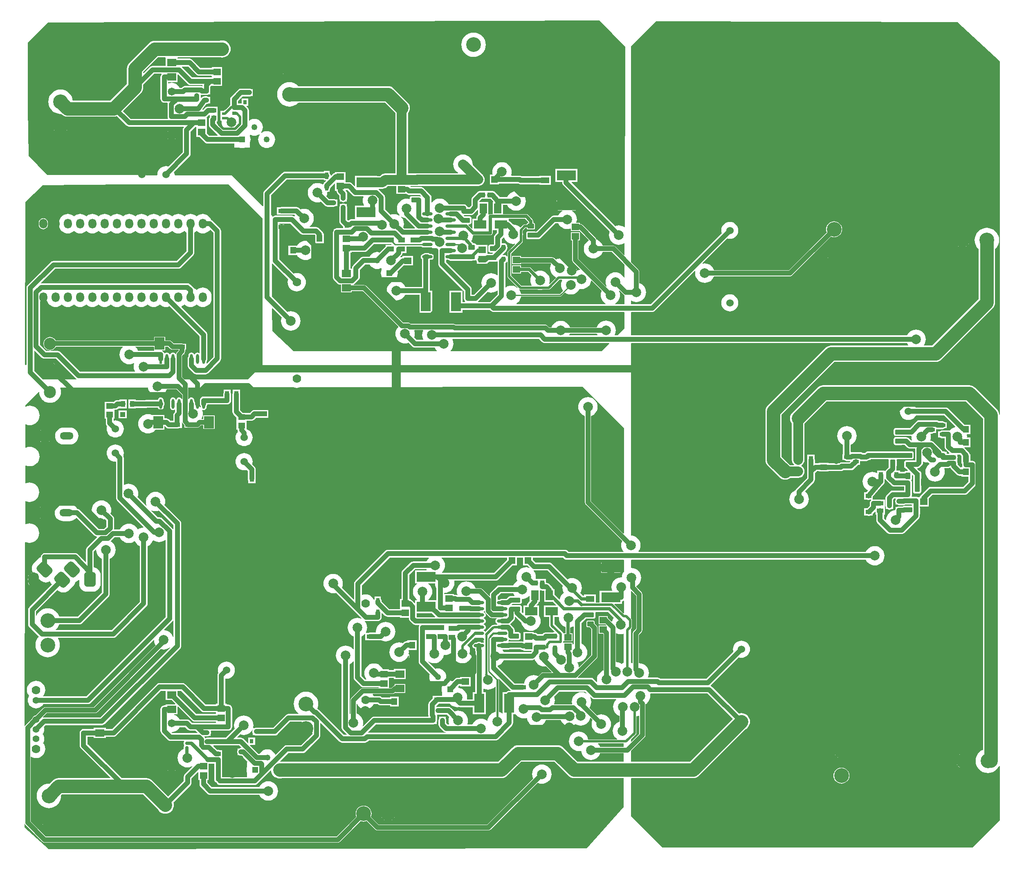
<source format=gbl>
G04 Layer_Physical_Order=2*
G04 Layer_Color=11436288*
%FSLAX44Y44*%
%MOMM*%
G71*
G01*
G75*
%ADD13R,1.8000X1.3000*%
%ADD14R,1.9000X1.5000*%
%ADD22R,1.5500X1.3500*%
%ADD24R,2.0000X2.5000*%
%ADD28R,1.3500X0.9500*%
%ADD41C,1.0000*%
%ADD42C,2.0000*%
%ADD44C,0.5000*%
%ADD45C,2.7600*%
%ADD46C,0.2540*%
%ADD47C,0.7000*%
%ADD48C,0.4000*%
%ADD49C,0.3000*%
%ADD51C,1.2500*%
%ADD52R,1.2500X1.2500*%
%ADD53C,3.0480*%
%ADD54C,1.5240*%
%ADD55C,1.7780*%
%ADD56R,1.6500X1.6500*%
%ADD57C,1.6500*%
%ADD58C,2.5000*%
%ADD59O,1.6510X2.0320*%
%ADD60C,1.3970*%
%ADD61O,1.8000X3.9000*%
%ADD62O,2.8000X1.5000*%
G04:AMPARAMS|DCode=63|XSize=2.413mm|YSize=3.048mm|CornerRadius=0.6032mm|HoleSize=0mm|Usage=FLASHONLY|Rotation=0.000|XOffset=0mm|YOffset=0mm|HoleType=Round|Shape=RoundedRectangle|*
%AMROUNDEDRECTD63*
21,1,2.4130,1.8415,0,0,0.0*
21,1,1.2065,3.0480,0,0,0.0*
1,1,1.2065,0.6032,-0.9207*
1,1,1.2065,-0.6032,-0.9207*
1,1,1.2065,-0.6032,0.9207*
1,1,1.2065,0.6032,0.9207*
%
%ADD63ROUNDEDRECTD63*%
G04:AMPARAMS|DCode=64|XSize=3.048mm|YSize=2.413mm|CornerRadius=0.6032mm|HoleSize=0mm|Usage=FLASHONLY|Rotation=315.000|XOffset=0mm|YOffset=0mm|HoleType=Round|Shape=RoundedRectangle|*
%AMROUNDEDRECTD64*
21,1,3.0480,1.2065,0,0,315.0*
21,1,1.8415,2.4130,0,0,315.0*
1,1,1.2065,0.2245,-1.0776*
1,1,1.2065,-1.0776,0.2245*
1,1,1.2065,-0.2245,1.0776*
1,1,1.2065,1.0776,-0.2245*
%
%ADD64ROUNDEDRECTD64*%
G04:AMPARAMS|DCode=65|XSize=2.159mm|YSize=2.794mm|CornerRadius=0.8636mm|HoleSize=0mm|Usage=FLASHONLY|Rotation=0.000|XOffset=0mm|YOffset=0mm|HoleType=Round|Shape=RoundedRectangle|*
%AMROUNDEDRECTD65*
21,1,2.1590,1.0668,0,0,0.0*
21,1,0.4318,2.7940,0,0,0.0*
1,1,1.7272,0.2159,-0.5334*
1,1,1.7272,-0.2159,-0.5334*
1,1,1.7272,-0.2159,0.5334*
1,1,1.7272,0.2159,0.5334*
%
%ADD65ROUNDEDRECTD65*%
%ADD66C,2.0000*%
%ADD67R,1.2954X1.3970*%
%ADD68R,1.4500X1.1500*%
%ADD69R,1.1500X1.4500*%
G04:AMPARAMS|DCode=70|XSize=1.4mm|YSize=1.05mm|CornerRadius=0.1313mm|HoleSize=0mm|Usage=FLASHONLY|Rotation=180.000|XOffset=0mm|YOffset=0mm|HoleType=Round|Shape=RoundedRectangle|*
%AMROUNDEDRECTD70*
21,1,1.4000,0.7875,0,0,180.0*
21,1,1.1375,1.0500,0,0,180.0*
1,1,0.2625,-0.5687,0.3937*
1,1,0.2625,0.5687,0.3937*
1,1,0.2625,0.5687,-0.3937*
1,1,0.2625,-0.5687,-0.3937*
%
%ADD70ROUNDEDRECTD70*%
%ADD71R,2.1000X4.0000*%
%ADD72R,1.0500X1.0000*%
%ADD73O,0.6000X2.0000*%
%ADD74R,0.6000X2.0000*%
%ADD75R,0.9000X1.3000*%
%ADD76R,1.3000X0.9000*%
%ADD77R,0.8000X0.9000*%
%ADD78R,1.2200X0.9100*%
%ADD79R,4.0000X2.1000*%
%ADD80R,1.3970X1.3970*%
%ADD81R,0.9000X1.0500*%
%ADD82R,1.5000X2.0000*%
%ADD83R,2.6500X1.7500*%
G04:AMPARAMS|DCode=84|XSize=1.016mm|YSize=0.8128mm|CornerRadius=0.1016mm|HoleSize=0mm|Usage=FLASHONLY|Rotation=270.000|XOffset=0mm|YOffset=0mm|HoleType=Round|Shape=RoundedRectangle|*
%AMROUNDEDRECTD84*
21,1,1.0160,0.6096,0,0,270.0*
21,1,0.8128,0.8128,0,0,270.0*
1,1,0.2032,-0.3048,-0.4064*
1,1,0.2032,-0.3048,0.4064*
1,1,0.2032,0.3048,0.4064*
1,1,0.2032,0.3048,-0.4064*
%
%ADD84ROUNDEDRECTD84*%
%ADD85R,0.9000X0.8000*%
%ADD86R,0.6500X1.3500*%
%ADD87R,0.9100X1.2200*%
%ADD88R,1.4500X1.1000*%
%ADD89O,2.2000X0.6000*%
%ADD90R,1.0500X0.9500*%
%ADD91R,0.5500X0.5500*%
%ADD92R,0.8500X0.7000*%
%ADD93R,1.1430X0.6350*%
%ADD94R,0.9000X1.5500*%
G04:AMPARAMS|DCode=95|XSize=1.4mm|YSize=1.05mm|CornerRadius=0.1313mm|HoleSize=0mm|Usage=FLASHONLY|Rotation=90.000|XOffset=0mm|YOffset=0mm|HoleType=Round|Shape=RoundedRectangle|*
%AMROUNDEDRECTD95*
21,1,1.4000,0.7875,0,0,90.0*
21,1,1.1375,1.0500,0,0,90.0*
1,1,0.2625,0.3937,0.5687*
1,1,0.2625,0.3937,-0.5687*
1,1,0.2625,-0.3937,-0.5687*
1,1,0.2625,-0.3937,0.5687*
%
%ADD95ROUNDEDRECTD95*%
%ADD96R,0.9000X0.8500*%
%ADD97C,0.8000*%
%ADD98R,79.8200X1.6200*%
%ADD99R,1.9300X8.8900*%
G36*
X1174614Y2239010D02*
X1176665Y2237640D01*
X1179084Y2237158D01*
X1191627D01*
X1192153Y2235888D01*
X1188314Y2232050D01*
X1186944Y2229999D01*
X1186640Y2228473D01*
X1185292Y2228205D01*
X1184410Y2229525D01*
X1182425Y2230852D01*
X1180084Y2231317D01*
X1177743Y2230852D01*
X1175758Y2229525D01*
X1174432Y2227541D01*
X1174381Y2227286D01*
X1173087D01*
X1173036Y2227541D01*
X1171710Y2229525D01*
X1169725Y2230852D01*
X1167384Y2231317D01*
X1165043Y2230852D01*
X1163585Y2229877D01*
X1162194Y2230158D01*
X1162050Y2230263D01*
X1161672Y2231177D01*
X1160390Y2232848D01*
X1158718Y2234130D01*
X1157028Y2234830D01*
X1157281Y2236100D01*
X1163964D01*
Y2243779D01*
X1169846D01*
X1174614Y2239010D01*
D02*
G37*
G36*
X1848037Y1539344D02*
Y1487076D01*
X1847379Y1487011D01*
X1843609Y1485867D01*
X1840135Y1484010D01*
X1837089Y1481511D01*
X1834590Y1478465D01*
X1832733Y1474991D01*
X1831589Y1471221D01*
X1831373Y1469027D01*
X1830449Y1468644D01*
X1829297Y1469590D01*
X1825823Y1471447D01*
X1822053Y1472591D01*
X1818132Y1472977D01*
X1814211Y1472591D01*
X1810441Y1471447D01*
X1806967Y1469590D01*
X1803921Y1467091D01*
X1801422Y1464045D01*
X1799767Y1460949D01*
X1789874D01*
X1789371Y1461949D01*
X1790439Y1465469D01*
X1790825Y1469390D01*
X1790439Y1473311D01*
X1789295Y1477081D01*
X1787438Y1480555D01*
X1784939Y1483601D01*
X1781893Y1486100D01*
X1778419Y1487957D01*
X1774649Y1489101D01*
X1770728Y1489487D01*
X1766807Y1489101D01*
X1763448Y1488082D01*
X1756274Y1495256D01*
X1754603Y1496538D01*
X1752656Y1497344D01*
X1750568Y1497619D01*
X1728470D01*
X1726382Y1497344D01*
X1726039Y1497202D01*
X1725039Y1497724D01*
Y1499158D01*
X1730542Y1504661D01*
X1753480D01*
X1754899Y1502931D01*
X1757945Y1500432D01*
X1761419Y1498575D01*
X1765189Y1497431D01*
X1769110Y1497045D01*
X1772077Y1497337D01*
X1772516Y1497156D01*
X1774604Y1496881D01*
X1800810D01*
Y1481950D01*
X1827810D01*
Y1527950D01*
X1822379D01*
Y1535006D01*
X1823237Y1535520D01*
X1824709Y1534733D01*
X1828479Y1533589D01*
X1832400Y1533203D01*
X1836321Y1533589D01*
X1840091Y1534733D01*
X1843565Y1536590D01*
X1846611Y1539090D01*
X1847096Y1539681D01*
X1848037Y1539344D01*
D02*
G37*
G36*
X1929362Y1595442D02*
X1929867Y1593779D01*
X1931724Y1590305D01*
X1934223Y1587259D01*
X1937269Y1584760D01*
X1940743Y1582903D01*
X1944513Y1581759D01*
X1948434Y1581373D01*
X1952355Y1581759D01*
X1952422Y1581780D01*
X1964615Y1569587D01*
X1964232Y1568663D01*
X1946210D01*
X1946210Y1568663D01*
X1944592Y1568450D01*
X1943083Y1567826D01*
X1941788Y1566832D01*
X1936015Y1561059D01*
X1934691Y1561767D01*
X1930921Y1562911D01*
X1927000Y1563297D01*
X1923079Y1562911D01*
X1919309Y1561767D01*
X1915835Y1559910D01*
X1912789Y1557411D01*
X1910290Y1554365D01*
X1908433Y1550891D01*
X1907289Y1547121D01*
X1907164Y1545850D01*
X1905925D01*
X1905818Y1545894D01*
X1903730Y1546169D01*
X1887260D01*
X1852109Y1581320D01*
Y1583109D01*
X1854779Y1583919D01*
X1858253Y1585776D01*
X1861299Y1588275D01*
X1863798Y1591321D01*
X1865453Y1594417D01*
X1924050D01*
X1926138Y1594692D01*
X1928085Y1595498D01*
X1928410Y1595748D01*
X1929362Y1595442D01*
D02*
G37*
G36*
X1140964Y2242881D02*
Y2236100D01*
X1140062Y2235211D01*
X1107771D01*
X1106116Y2238307D01*
X1103617Y2241353D01*
X1102117Y2242583D01*
X1102545Y2243779D01*
X1140066D01*
X1140964Y2242881D01*
D02*
G37*
G36*
X1944372Y2253116D02*
X1946044Y2251834D01*
X1947990Y2251028D01*
X1950078Y2250753D01*
X2082724D01*
X2083210Y2249580D01*
X2067560Y2233930D01*
X1755105Y2234111D01*
X1754677Y2235307D01*
X1754873Y2235467D01*
X1757372Y2238513D01*
X1759229Y2241987D01*
X1760373Y2245757D01*
X1760759Y2249678D01*
X1760373Y2253599D01*
X1759229Y2257369D01*
X1758596Y2258554D01*
X1759249Y2259643D01*
X1937846D01*
X1944372Y2253116D01*
D02*
G37*
G36*
X1295400Y2579370D02*
X1357630Y2517140D01*
X1365250Y2509520D01*
Y2205990D01*
X1334770Y2175510D01*
X1204264D01*
X1199106Y2180668D01*
Y2218200D01*
Y2224962D01*
X1203604Y2229460D01*
X1204974Y2231511D01*
X1205455Y2233930D01*
Y2237480D01*
X1207134D01*
Y2249480D01*
X1200750D01*
X1199134Y2249801D01*
X1181703D01*
X1176934Y2254570D01*
X1174883Y2255940D01*
X1172464Y2256422D01*
X1163964D01*
Y2264100D01*
X1140964D01*
Y2256422D01*
X937596D01*
X937543Y2256549D01*
X935347Y2259411D01*
X932485Y2261607D01*
X929152Y2262987D01*
X925576Y2263458D01*
X922000Y2262987D01*
X918667Y2261607D01*
X915805Y2259411D01*
X913609Y2256549D01*
X912229Y2253216D01*
X911758Y2249640D01*
X912229Y2246064D01*
X913609Y2242731D01*
X915805Y2239869D01*
X918667Y2237673D01*
X922000Y2236293D01*
X924958Y2235903D01*
X924875Y2234633D01*
X917742D01*
X904689Y2247686D01*
Y2337334D01*
X905959Y2337713D01*
X907443Y2336574D01*
X909451Y2335742D01*
X911606Y2335459D01*
X913761Y2335742D01*
X915769Y2336574D01*
X917494Y2337897D01*
X918135Y2338733D01*
X919539Y2338478D01*
X920059Y2336765D01*
X921754Y2333594D01*
X924035Y2330814D01*
X926815Y2328533D01*
X929986Y2326838D01*
X933427Y2325794D01*
X937006Y2325442D01*
X940585Y2325794D01*
X944026Y2326838D01*
X947197Y2328533D01*
X949706Y2330592D01*
X952215Y2328533D01*
X955386Y2326838D01*
X958827Y2325794D01*
X962406Y2325442D01*
X965985Y2325794D01*
X969426Y2326838D01*
X972597Y2328533D01*
X975106Y2330592D01*
X977615Y2328533D01*
X980786Y2326838D01*
X984227Y2325794D01*
X987806Y2325442D01*
X991385Y2325794D01*
X994826Y2326838D01*
X997997Y2328533D01*
X1000506Y2330592D01*
X1003015Y2328533D01*
X1006186Y2326838D01*
X1009627Y2325794D01*
X1013206Y2325442D01*
X1016785Y2325794D01*
X1020226Y2326838D01*
X1023397Y2328533D01*
X1025906Y2330592D01*
X1028415Y2328533D01*
X1031586Y2326838D01*
X1035027Y2325794D01*
X1038606Y2325442D01*
X1042185Y2325794D01*
X1045626Y2326838D01*
X1048797Y2328533D01*
X1051306Y2330592D01*
X1053815Y2328533D01*
X1056986Y2326838D01*
X1060427Y2325794D01*
X1064006Y2325442D01*
X1067585Y2325794D01*
X1071026Y2326838D01*
X1074197Y2328533D01*
X1076706Y2330592D01*
X1079215Y2328533D01*
X1082386Y2326838D01*
X1085827Y2325794D01*
X1089406Y2325442D01*
X1092985Y2325794D01*
X1096426Y2326838D01*
X1099597Y2328533D01*
X1102106Y2330592D01*
X1104615Y2328533D01*
X1107786Y2326838D01*
X1111227Y2325794D01*
X1114806Y2325442D01*
X1118385Y2325794D01*
X1121826Y2326838D01*
X1124997Y2328533D01*
X1127506Y2330592D01*
X1130015Y2328533D01*
X1133186Y2326838D01*
X1136627Y2325794D01*
X1140206Y2325442D01*
X1143785Y2325794D01*
X1147226Y2326838D01*
X1150397Y2328533D01*
X1152906Y2330592D01*
X1155415Y2328533D01*
X1158586Y2326838D01*
X1162027Y2325794D01*
X1165606Y2325442D01*
X1169185Y2325794D01*
X1172626Y2326838D01*
X1173066Y2327073D01*
X1235515Y2264624D01*
Y2230849D01*
X1234245Y2230170D01*
X1233225Y2230852D01*
X1230884Y2231317D01*
X1228543Y2230852D01*
X1226558Y2229525D01*
X1225232Y2227541D01*
X1225181Y2227286D01*
X1223887D01*
X1223836Y2227541D01*
X1222510Y2229525D01*
X1220525Y2230852D01*
X1218184Y2231317D01*
X1215843Y2230852D01*
X1213858Y2229525D01*
X1212532Y2227541D01*
X1212066Y2225200D01*
Y2223369D01*
X1211196Y2222234D01*
X1210390Y2220288D01*
X1210115Y2218200D01*
Y2204720D01*
X1210390Y2202632D01*
X1211196Y2200685D01*
X1212478Y2199014D01*
X1222898Y2188594D01*
X1224569Y2187312D01*
X1226516Y2186506D01*
X1228604Y2186231D01*
X1247642D01*
X1249730Y2186506D01*
X1251676Y2187312D01*
X1253348Y2188594D01*
X1277506Y2212752D01*
X1278788Y2214424D01*
X1279594Y2216370D01*
X1279869Y2218458D01*
Y2482900D01*
X1279594Y2484989D01*
X1278788Y2486935D01*
X1277506Y2488606D01*
X1262316Y2503796D01*
X1260645Y2505078D01*
X1259153Y2505696D01*
X1258753Y2507015D01*
X1257058Y2510186D01*
X1254777Y2512966D01*
X1251997Y2515247D01*
X1248826Y2516942D01*
X1245385Y2517986D01*
X1241806Y2518338D01*
X1238227Y2517986D01*
X1234786Y2516942D01*
X1231615Y2515247D01*
X1229106Y2513188D01*
X1226597Y2515247D01*
X1223426Y2516942D01*
X1219985Y2517986D01*
X1216406Y2518338D01*
X1212827Y2517986D01*
X1209386Y2516942D01*
X1206215Y2515247D01*
X1203706Y2513188D01*
X1201197Y2515247D01*
X1198026Y2516942D01*
X1194585Y2517986D01*
X1191006Y2518338D01*
X1187427Y2517986D01*
X1183986Y2516942D01*
X1180815Y2515247D01*
X1178306Y2513188D01*
X1175797Y2515247D01*
X1172626Y2516942D01*
X1169185Y2517986D01*
X1165606Y2518338D01*
X1162027Y2517986D01*
X1158586Y2516942D01*
X1155415Y2515247D01*
X1152906Y2513188D01*
X1150397Y2515247D01*
X1147226Y2516942D01*
X1143785Y2517986D01*
X1140206Y2518338D01*
X1136627Y2517986D01*
X1133186Y2516942D01*
X1130015Y2515247D01*
X1127506Y2513188D01*
X1124997Y2515247D01*
X1121826Y2516942D01*
X1118385Y2517986D01*
X1114806Y2518338D01*
X1111227Y2517986D01*
X1107786Y2516942D01*
X1104615Y2515247D01*
X1102106Y2513188D01*
X1099597Y2515247D01*
X1096426Y2516942D01*
X1092985Y2517986D01*
X1089406Y2518338D01*
X1085827Y2517986D01*
X1082386Y2516942D01*
X1079215Y2515247D01*
X1076706Y2513188D01*
X1074197Y2515247D01*
X1071026Y2516942D01*
X1067585Y2517986D01*
X1064006Y2518338D01*
X1060427Y2517986D01*
X1056986Y2516942D01*
X1053815Y2515247D01*
X1051306Y2513188D01*
X1048797Y2515247D01*
X1045626Y2516942D01*
X1042185Y2517986D01*
X1038606Y2518338D01*
X1035027Y2517986D01*
X1031586Y2516942D01*
X1028415Y2515247D01*
X1025906Y2513188D01*
X1023397Y2515247D01*
X1020226Y2516942D01*
X1016785Y2517986D01*
X1013206Y2518338D01*
X1009627Y2517986D01*
X1006186Y2516942D01*
X1003015Y2515247D01*
X1000506Y2513188D01*
X997997Y2515247D01*
X994826Y2516942D01*
X991385Y2517986D01*
X987806Y2518338D01*
X984227Y2517986D01*
X980786Y2516942D01*
X977615Y2515247D01*
X975106Y2513188D01*
X972597Y2515247D01*
X969426Y2516942D01*
X965985Y2517986D01*
X962406Y2518338D01*
X958827Y2517986D01*
X955386Y2516942D01*
X952215Y2515247D01*
X949435Y2512966D01*
X947154Y2510186D01*
X945459Y2507015D01*
X944939Y2505302D01*
X944939Y2505302D01*
X944506Y2503875D01*
X944415Y2503574D01*
X944062Y2499995D01*
Y2498090D01*
Y2496185D01*
X944415Y2492606D01*
X944939Y2490878D01*
X944939Y2490878D01*
X945459Y2489165D01*
X947154Y2485994D01*
X949435Y2483214D01*
X952215Y2480933D01*
X955386Y2479238D01*
X958827Y2478194D01*
X962406Y2477842D01*
X965985Y2478194D01*
X969426Y2479238D01*
X972597Y2480933D01*
X975106Y2482992D01*
X977615Y2480933D01*
X980786Y2479238D01*
X984227Y2478194D01*
X987806Y2477842D01*
X991385Y2478194D01*
X994826Y2479238D01*
X997997Y2480933D01*
X1000506Y2482992D01*
X1003015Y2480933D01*
X1006186Y2479238D01*
X1009627Y2478194D01*
X1013206Y2477842D01*
X1016785Y2478194D01*
X1020226Y2479238D01*
X1023397Y2480933D01*
X1025906Y2482992D01*
X1028415Y2480933D01*
X1031586Y2479238D01*
X1035027Y2478194D01*
X1038606Y2477842D01*
X1042185Y2478194D01*
X1045626Y2479238D01*
X1048797Y2480933D01*
X1051306Y2482992D01*
X1053815Y2480933D01*
X1056986Y2479238D01*
X1060427Y2478194D01*
X1064006Y2477842D01*
X1067585Y2478194D01*
X1071026Y2479238D01*
X1074197Y2480933D01*
X1076706Y2482992D01*
X1079215Y2480933D01*
X1082386Y2479238D01*
X1085827Y2478194D01*
X1089406Y2477842D01*
X1092985Y2478194D01*
X1096426Y2479238D01*
X1099597Y2480933D01*
X1102106Y2482992D01*
X1104615Y2480933D01*
X1107786Y2479238D01*
X1111227Y2478194D01*
X1114806Y2477842D01*
X1118385Y2478194D01*
X1121826Y2479238D01*
X1124997Y2480933D01*
X1127506Y2482992D01*
X1130015Y2480933D01*
X1133186Y2479238D01*
X1136627Y2478194D01*
X1140206Y2477842D01*
X1143785Y2478194D01*
X1147226Y2479238D01*
X1150397Y2480933D01*
X1152906Y2482992D01*
X1155415Y2480933D01*
X1158586Y2479238D01*
X1162027Y2478194D01*
X1165606Y2477842D01*
X1169185Y2478194D01*
X1172626Y2479238D01*
X1175797Y2480933D01*
X1178306Y2482992D01*
X1180815Y2480933D01*
X1183986Y2479238D01*
X1187427Y2478194D01*
X1191006Y2477842D01*
X1194585Y2478194D01*
X1198026Y2479238D01*
X1201197Y2480933D01*
X1203706Y2482992D01*
X1206215Y2480933D01*
X1208337Y2479799D01*
Y2441742D01*
X1187664Y2421069D01*
X932688D01*
X930600Y2420794D01*
X928653Y2419988D01*
X926982Y2418706D01*
X879230Y2370954D01*
X877948Y2369283D01*
X877142Y2367336D01*
X876867Y2365248D01*
Y2205812D01*
X875694Y2205326D01*
X873949Y2207071D01*
X874325Y2543471D01*
X910900Y2578000D01*
X1082800Y2579700D01*
X1295400Y2579370D01*
D02*
G37*
G36*
X1174441Y1620446D02*
X1029864Y1475869D01*
X913132D01*
X911129Y1475605D01*
X911050Y1475679D01*
X910824Y1476714D01*
X918656Y1484547D01*
X1019000D01*
X1020619Y1484760D01*
X1022127Y1485384D01*
X1023422Y1486378D01*
X1154565Y1617522D01*
X1156979Y1616789D01*
X1160900Y1616403D01*
X1164821Y1616789D01*
X1168591Y1617933D01*
X1172065Y1619790D01*
X1173768Y1621188D01*
X1174441Y1620446D01*
D02*
G37*
G36*
X1899691Y1616482D02*
X1900261Y1616246D01*
X1901638Y1615676D01*
X1903726Y1615401D01*
X1905680D01*
Y1613720D01*
X1922566D01*
X1922949Y1612796D01*
X1920708Y1610555D01*
X1865453D01*
X1863798Y1613651D01*
X1862477Y1615261D01*
X1862950Y1616261D01*
X1875282D01*
X1877370Y1616536D01*
X1878300Y1616921D01*
X1882738D01*
X1884073Y1616655D01*
X1895448D01*
X1896782Y1616921D01*
X1899120D01*
X1899691Y1616482D01*
D02*
G37*
G36*
X908694Y2220858D02*
X910366Y2219576D01*
X912312Y2218770D01*
X914400Y2218495D01*
X938236D01*
X979052Y2177678D01*
X980223Y2176780D01*
X979792Y2175510D01*
X911117D01*
X893005Y2193622D01*
Y2234888D01*
X894178Y2235374D01*
X908694Y2220858D01*
D02*
G37*
G36*
X2100009Y1649433D02*
X2103779Y1648289D01*
X2107700Y1647903D01*
X2111621Y1648289D01*
X2112825Y1648655D01*
X2113628Y1648059D01*
X2113607Y1589357D01*
X2113309Y1589267D01*
X2109835Y1587410D01*
X2108978Y1586707D01*
X2108365Y1587210D01*
X2104891Y1589067D01*
X2101121Y1590211D01*
X2097453Y1590572D01*
Y1649827D01*
X2098311Y1650341D01*
X2100009Y1649433D01*
D02*
G37*
G36*
X2139479Y1728082D02*
Y1659418D01*
X2133830Y1653770D01*
X2132460Y1651719D01*
X2131979Y1649300D01*
Y1588745D01*
X2130889Y1588092D01*
X2128691Y1589267D01*
X2128520Y1589319D01*
Y1659185D01*
X2129267Y1659932D01*
X2129268Y1659932D01*
X2130085Y1661156D01*
X2130372Y1662600D01*
Y1676600D01*
X2130372Y1676600D01*
X2130085Y1678044D01*
X2129268Y1679268D01*
X2129267Y1679268D01*
X2128520Y1680015D01*
Y1737381D01*
X2129693Y1737867D01*
X2139479Y1728082D01*
D02*
G37*
G36*
X1076694Y2242583D02*
X1075195Y2241353D01*
X1072696Y2238307D01*
X1070839Y2234833D01*
X1069695Y2231063D01*
X1069309Y2227142D01*
X1069695Y2223221D01*
X1070839Y2219451D01*
X1072696Y2215977D01*
X1075195Y2212932D01*
X1078241Y2210432D01*
X1081715Y2208575D01*
X1085485Y2207431D01*
X1089406Y2207045D01*
X1093327Y2207431D01*
X1097097Y2208575D01*
X1099054Y2209621D01*
X1100117Y2208749D01*
X1099159Y2205593D01*
X1098773Y2201672D01*
X1099159Y2197751D01*
X1100303Y2193981D01*
X1101072Y2192542D01*
X1100419Y2191453D01*
X988100D01*
X947284Y2232270D01*
X945612Y2233552D01*
X943666Y2234358D01*
X941578Y2234633D01*
X926277D01*
X926194Y2235903D01*
X929152Y2236293D01*
X932485Y2237673D01*
X935347Y2239869D01*
X937543Y2242731D01*
X937977Y2243779D01*
X1076267D01*
X1076694Y2242583D01*
D02*
G37*
G36*
X1852031Y2359115D02*
Y2351402D01*
X1836478Y2335849D01*
X1811991D01*
X1811560Y2337119D01*
X1812154Y2337574D01*
X1831426Y2356846D01*
X1834785Y2355827D01*
X1838706Y2355441D01*
X1842627Y2355827D01*
X1846397Y2356971D01*
X1849871Y2358828D01*
X1850883Y2359659D01*
X1852031Y2359115D01*
D02*
G37*
G36*
X2113026Y2351634D02*
X2114818Y2350437D01*
X2114745Y2331469D01*
X2095404D01*
X2095086Y2332739D01*
X2096865Y2333690D01*
X2099911Y2336190D01*
X2102410Y2339235D01*
X2104267Y2342709D01*
X2105411Y2346479D01*
X2105797Y2350400D01*
X2105411Y2354321D01*
X2104267Y2358091D01*
X2103747Y2359063D01*
X2104953Y2359707D01*
X2113026Y2351634D01*
D02*
G37*
G36*
X1219674Y1469174D02*
X1221345Y1467892D01*
X1223291Y1467086D01*
X1225380Y1466811D01*
X1269410D01*
Y1465130D01*
X1269410Y1465130D01*
X1269410D01*
X1269410Y1465130D01*
X1269118Y1464251D01*
X1220002D01*
X1214958Y1469296D01*
X1213286Y1470578D01*
X1211340Y1471384D01*
X1209252Y1471659D01*
X1193671D01*
X1192538Y1473778D01*
X1190257Y1476557D01*
X1187478Y1478838D01*
X1184308Y1480533D01*
X1182800Y1480990D01*
X1182949Y1481990D01*
X1189790D01*
Y1497752D01*
X1190714Y1498135D01*
X1219674Y1469174D01*
D02*
G37*
G36*
X1872428Y2418954D02*
Y2389400D01*
X1872428Y2389400D01*
X1872715Y2387956D01*
X1873532Y2386732D01*
X1893700Y2366565D01*
X1892846Y2365623D01*
X1891765Y2366510D01*
X1888291Y2368367D01*
X1884521Y2369511D01*
X1880600Y2369897D01*
X1876679Y2369511D01*
X1872909Y2368367D01*
X1869435Y2366510D01*
X1869317Y2366413D01*
X1868169Y2366956D01*
Y2416931D01*
X1868975Y2417091D01*
X1870303Y2417979D01*
X1871158Y2419257D01*
X1871253Y2419276D01*
X1872428Y2418954D01*
D02*
G37*
G36*
X2067807Y2359353D02*
X2067133Y2358091D01*
X2065989Y2354321D01*
X2065603Y2350400D01*
X2065989Y2346479D01*
X2067133Y2342709D01*
X2068990Y2339235D01*
X2071490Y2336190D01*
X2074535Y2333690D01*
X2076314Y2332739D01*
X2075996Y2331469D01*
X1891346D01*
X1891037Y2332701D01*
X1891765Y2333090D01*
X1894811Y2335589D01*
X1897310Y2338635D01*
X1899167Y2342109D01*
X1900311Y2345879D01*
X1900449Y2347282D01*
X1982000D01*
X1982964Y2347473D01*
X1983781Y2348019D01*
X1991446Y2355684D01*
X1992535Y2354790D01*
X1996009Y2352933D01*
X1999779Y2351789D01*
X2003700Y2351403D01*
X2007621Y2351789D01*
X2011391Y2352933D01*
X2014865Y2354790D01*
X2017911Y2357289D01*
X2020410Y2360335D01*
X2021896Y2363115D01*
X2021979Y2363089D01*
X2025900Y2362703D01*
X2029821Y2363089D01*
X2033591Y2364233D01*
X2037065Y2366090D01*
X2040111Y2368589D01*
X2042610Y2371635D01*
X2044467Y2375109D01*
X2045611Y2378879D01*
X2045704Y2379832D01*
X2046900Y2380260D01*
X2067807Y2359353D01*
D02*
G37*
G36*
X1986388Y2381538D02*
X1985133Y2379191D01*
X1983989Y2375421D01*
X1983603Y2371500D01*
X1983989Y2367579D01*
X1985133Y2363809D01*
X1986990Y2360335D01*
X1987884Y2359246D01*
X1980957Y2352318D01*
X1900449D01*
X1900311Y2353721D01*
X1899167Y2357491D01*
X1897310Y2360965D01*
X1897225Y2361069D01*
X1897425Y2362827D01*
X1897433Y2362832D01*
X1898656Y2362015D01*
X1900100Y2361727D01*
X1934835D01*
X1936279Y2361289D01*
X1940200Y2360903D01*
X1944121Y2361289D01*
X1945565Y2361727D01*
X1958000D01*
X1958000Y2361727D01*
X1959444Y2362015D01*
X1960668Y2362832D01*
X1980463Y2382628D01*
X1985735D01*
X1986388Y2381538D01*
D02*
G37*
G36*
X2036262Y1526426D02*
X2035660Y1525614D01*
X2033691Y1526667D01*
X2029921Y1527811D01*
X2026000Y1528197D01*
X2022079Y1527811D01*
X2018309Y1526667D01*
X2014835Y1524810D01*
X2011789Y1522311D01*
X2009290Y1519265D01*
X2007433Y1515791D01*
X2006289Y1512021D01*
X2005903Y1508100D01*
X2006289Y1504179D01*
X2006569Y1503257D01*
X2005974Y1502453D01*
X1969778D01*
X1969409Y1503068D01*
X1969317Y1503454D01*
X1970431Y1507125D01*
X1970817Y1511046D01*
X1970431Y1514967D01*
X1969411Y1518326D01*
X1980316Y1529231D01*
X2033458D01*
X2036262Y1526426D01*
D02*
G37*
G36*
X2058033Y2269509D02*
X2058850Y2267980D01*
X2058197Y2266891D01*
X2001510D01*
X2000857Y2267980D01*
X2001567Y2269309D01*
X2002043Y2270879D01*
X2057618D01*
X2058033Y2269509D01*
D02*
G37*
G36*
X1698459Y2276801D02*
X1697711Y2275403D01*
X1696567Y2271633D01*
X1696181Y2267712D01*
X1696567Y2263791D01*
X1697711Y2260021D01*
X1698344Y2258836D01*
X1697691Y2257747D01*
X1684568D01*
X1679344Y2262972D01*
X1680363Y2266331D01*
X1680749Y2270252D01*
X1680363Y2274173D01*
X1679544Y2276871D01*
X1680301Y2277891D01*
X1697806D01*
X1698459Y2276801D01*
D02*
G37*
G36*
X1238894Y1488674D02*
X1240565Y1487392D01*
X1242512Y1486586D01*
X1244600Y1486311D01*
X1268692D01*
X1269410Y1485311D01*
X1269410Y1484630D01*
X1269410Y1484630D01*
Y1484630D01*
X1269410D01*
X1269410Y1484630D01*
Y1482949D01*
X1228722D01*
X1189790Y1521881D01*
Y1530663D01*
X1196906D01*
X1238894Y1488674D01*
D02*
G37*
G36*
X1554031Y1591206D02*
Y1558700D01*
X1554306Y1556611D01*
X1555112Y1554665D01*
X1556394Y1552994D01*
X1569094Y1540294D01*
X1570766Y1539012D01*
X1572712Y1538206D01*
X1574800Y1537931D01*
X1605960D01*
Y1536857D01*
X1573276D01*
X1571658Y1536644D01*
X1570149Y1536020D01*
X1568854Y1535026D01*
X1568854Y1535026D01*
X1549550Y1515722D01*
X1548556Y1514427D01*
X1547932Y1512919D01*
X1547719Y1511300D01*
Y1483567D01*
X1546541Y1483210D01*
X1545541Y1483718D01*
Y1585674D01*
X1548637Y1587329D01*
X1551682Y1589828D01*
X1553089Y1591543D01*
X1554031Y1591206D01*
D02*
G37*
G36*
X1878212Y1532394D02*
X1879158Y1531669D01*
X1878818Y1530669D01*
X1876310D01*
X1874222Y1530394D01*
X1872276Y1529588D01*
X1870605Y1528306D01*
X1870332Y1527950D01*
X1862810D01*
Y1484959D01*
X1861810Y1484360D01*
X1858991Y1485867D01*
X1855221Y1487011D01*
X1854563Y1487076D01*
Y1553600D01*
X1854314Y1554849D01*
X1854255Y1554938D01*
X1855031Y1555575D01*
X1878212Y1532394D01*
D02*
G37*
G36*
X2113780Y2075280D02*
X2113702Y1856948D01*
X2112778Y1856566D01*
X2045553Y1923790D01*
Y2099797D01*
X2046991Y2100233D01*
X2050465Y2102090D01*
X2053511Y2104589D01*
X2056010Y2107635D01*
X2057867Y2111109D01*
X2059011Y2114879D01*
X2059397Y2118800D01*
X2059011Y2122721D01*
X2057867Y2126491D01*
X2056010Y2129965D01*
X2053511Y2133011D01*
X2050465Y2135510D01*
X2046991Y2137367D01*
X2043221Y2138511D01*
X2039300Y2138897D01*
X2035379Y2138511D01*
X2031609Y2137367D01*
X2028135Y2135510D01*
X2025089Y2133011D01*
X2022590Y2129965D01*
X2020733Y2126491D01*
X2019589Y2122721D01*
X2019203Y2118800D01*
X2019589Y2114879D01*
X2020733Y2111109D01*
X2022590Y2107635D01*
X2025089Y2104589D01*
X2028135Y2102090D01*
X2031609Y2100233D01*
X2033047Y2099797D01*
Y1921200D01*
X2033260Y1919581D01*
X2033884Y1918073D01*
X2034878Y1916778D01*
X2110341Y1841315D01*
X2109633Y1839991D01*
X2108489Y1836221D01*
X2108103Y1832300D01*
X2108489Y1828379D01*
X2109633Y1824609D01*
X2111490Y1821135D01*
X2112844Y1819485D01*
X2112417Y1818581D01*
X1999020D01*
X1997066Y1820536D01*
X1995394Y1821818D01*
X1993448Y1822624D01*
X1991360Y1822899D01*
X1625346D01*
X1623258Y1822624D01*
X1621311Y1821818D01*
X1619640Y1820536D01*
X1557410Y1758306D01*
X1556128Y1756635D01*
X1555322Y1754688D01*
X1555047Y1752600D01*
Y1720555D01*
X1554123Y1720172D01*
X1529886Y1744409D01*
X1530367Y1745309D01*
X1531511Y1749079D01*
X1531897Y1753000D01*
X1531511Y1756921D01*
X1530367Y1760691D01*
X1528510Y1764165D01*
X1526011Y1767211D01*
X1522965Y1769710D01*
X1519491Y1771567D01*
X1515721Y1772711D01*
X1511800Y1773097D01*
X1507879Y1772711D01*
X1504109Y1771567D01*
X1500635Y1769710D01*
X1497589Y1767211D01*
X1495090Y1764165D01*
X1493233Y1760691D01*
X1492089Y1756921D01*
X1491703Y1753000D01*
X1492089Y1749079D01*
X1493233Y1745309D01*
X1495090Y1741835D01*
X1497589Y1738789D01*
X1500635Y1736290D01*
X1504109Y1734433D01*
X1507879Y1733289D01*
X1511800Y1732903D01*
X1515721Y1733289D01*
X1517610Y1733862D01*
X1557410Y1694062D01*
X1570490Y1680983D01*
X1569894Y1680180D01*
X1569791Y1680235D01*
X1566021Y1681379D01*
X1562100Y1681765D01*
X1558179Y1681379D01*
X1554409Y1680235D01*
X1550935Y1678378D01*
X1547889Y1675879D01*
X1545390Y1672833D01*
X1543533Y1669359D01*
X1542389Y1665589D01*
X1542003Y1661668D01*
X1542389Y1657747D01*
X1543533Y1653977D01*
X1545390Y1650503D01*
X1547889Y1647457D01*
X1550935Y1644958D01*
X1554031Y1643303D01*
Y1616872D01*
X1553089Y1616535D01*
X1551682Y1618250D01*
X1548637Y1620749D01*
X1545162Y1622606D01*
X1541392Y1623750D01*
X1537472Y1624136D01*
X1533551Y1623750D01*
X1529781Y1622606D01*
X1526306Y1620749D01*
X1523261Y1618250D01*
X1520762Y1615204D01*
X1518905Y1611730D01*
X1517761Y1607960D01*
X1517375Y1604039D01*
X1517761Y1600118D01*
X1518905Y1596348D01*
X1520762Y1592874D01*
X1523261Y1589828D01*
X1526306Y1587329D01*
X1529403Y1585674D01*
Y1454150D01*
X1529678Y1452062D01*
X1530484Y1450116D01*
X1531766Y1448444D01*
X1539734Y1440477D01*
X1539351Y1439553D01*
X1533692D01*
X1481419Y1491826D01*
X1479748Y1493108D01*
X1479217Y1493328D01*
X1478834Y1494252D01*
X1479499Y1495856D01*
X1480426Y1499719D01*
X1480738Y1503680D01*
X1480426Y1507641D01*
X1479499Y1511504D01*
X1477979Y1515174D01*
X1475903Y1518562D01*
X1473323Y1521583D01*
X1470302Y1524163D01*
X1466914Y1526239D01*
X1463244Y1527759D01*
X1459381Y1528686D01*
X1455420Y1528998D01*
X1451459Y1528686D01*
X1447596Y1527759D01*
X1443926Y1526239D01*
X1440538Y1524163D01*
X1437517Y1521583D01*
X1434937Y1518562D01*
X1432861Y1515174D01*
X1431341Y1511504D01*
X1430414Y1507641D01*
X1430102Y1503680D01*
X1430414Y1499719D01*
X1431341Y1495856D01*
X1432861Y1492186D01*
X1434937Y1488798D01*
X1437517Y1485777D01*
X1439841Y1483793D01*
X1439472Y1482793D01*
X1419352D01*
X1417264Y1482518D01*
X1415318Y1481712D01*
X1413646Y1480430D01*
X1387656Y1454439D01*
X1352550D01*
X1350462Y1454164D01*
X1349752Y1453870D01*
X1346678D01*
X1346083Y1454673D01*
X1346353Y1455563D01*
X1346739Y1459484D01*
X1346353Y1463405D01*
X1345209Y1467175D01*
X1343352Y1470649D01*
X1340853Y1473695D01*
X1337807Y1476194D01*
X1334333Y1478051D01*
X1330563Y1479195D01*
X1326642Y1479581D01*
X1322721Y1479195D01*
X1318951Y1478051D01*
X1315477Y1476194D01*
X1312431Y1473695D01*
X1309932Y1470649D01*
X1308075Y1467175D01*
X1306931Y1463405D01*
X1306545Y1459484D01*
X1306931Y1455563D01*
X1307950Y1452204D01*
X1289416Y1433669D01*
X1250790D01*
X1248702Y1433394D01*
X1246792Y1432603D01*
X1246278Y1433845D01*
X1244996Y1435516D01*
X1244904Y1435607D01*
X1245287Y1436531D01*
X1250790D01*
X1252878Y1436806D01*
X1254796Y1437600D01*
X1258290D01*
Y1441802D01*
X1258584Y1442512D01*
X1258859Y1444600D01*
X1258584Y1446689D01*
X1258408Y1447113D01*
X1258882Y1448113D01*
X1294638D01*
X1296726Y1448388D01*
X1298672Y1449194D01*
X1300344Y1450476D01*
X1301626Y1452148D01*
X1302432Y1454094D01*
X1302707Y1456182D01*
Y1494380D01*
X1302432Y1496469D01*
X1301626Y1498415D01*
X1300344Y1500086D01*
X1298672Y1501368D01*
X1296726Y1502174D01*
X1294638Y1502449D01*
X1290910D01*
Y1504130D01*
X1288229D01*
Y1555325D01*
X1288970Y1555997D01*
X1290720Y1555825D01*
X1294174Y1556165D01*
X1297495Y1557173D01*
X1300556Y1558809D01*
X1303239Y1561010D01*
X1305441Y1563694D01*
X1307077Y1566754D01*
X1308085Y1570076D01*
X1308425Y1573530D01*
X1308085Y1576984D01*
X1307077Y1580305D01*
X1305441Y1583367D01*
X1303239Y1586049D01*
X1300556Y1588251D01*
X1297495Y1589888D01*
X1294174Y1590895D01*
X1290720Y1591235D01*
X1287266Y1590895D01*
X1283944Y1589888D01*
X1280883Y1588251D01*
X1278200Y1586049D01*
X1275998Y1583367D01*
X1274362Y1580305D01*
X1273355Y1576984D01*
X1273015Y1573530D01*
X1273355Y1570076D01*
X1273971Y1568046D01*
X1273172Y1567005D01*
X1272366Y1565059D01*
X1272091Y1562970D01*
Y1504130D01*
X1269410D01*
Y1502449D01*
X1247942D01*
X1205954Y1544438D01*
X1204283Y1545720D01*
X1202337Y1546526D01*
X1200248Y1546801D01*
X1152144D01*
X1150056Y1546526D01*
X1148110Y1545720D01*
X1146438Y1544438D01*
X1053820Y1451819D01*
X1041200D01*
Y1454250D01*
X1016200D01*
Y1451819D01*
X995000D01*
X992912Y1451544D01*
X990965Y1450738D01*
X989294Y1449456D01*
X988012Y1447785D01*
X987206Y1445839D01*
X986931Y1443750D01*
Y1417492D01*
X987206Y1415404D01*
X988012Y1413457D01*
X989294Y1411786D01*
X1050376Y1350705D01*
X1049993Y1349781D01*
X943010D01*
X939717Y1349457D01*
X936550Y1348496D01*
X933631Y1346936D01*
X931073Y1344837D01*
X924629Y1338393D01*
X923290Y1338498D01*
X919329Y1338186D01*
X915466Y1337259D01*
X911796Y1335739D01*
X908408Y1333663D01*
X905387Y1331083D01*
X902807Y1328062D01*
X900731Y1324674D01*
X899211Y1321004D01*
X898284Y1317141D01*
X897972Y1313180D01*
X898284Y1309219D01*
X899211Y1305356D01*
X900731Y1301686D01*
X902807Y1298298D01*
X905387Y1295277D01*
X908408Y1292697D01*
X911796Y1290621D01*
X915466Y1289101D01*
X919329Y1288174D01*
X923290Y1287862D01*
X927251Y1288174D01*
X931114Y1289101D01*
X934784Y1290621D01*
X938172Y1292697D01*
X941193Y1295277D01*
X943773Y1298298D01*
X945849Y1301686D01*
X947369Y1305356D01*
X948296Y1309219D01*
X948608Y1313180D01*
X948503Y1314519D01*
X950002Y1316019D01*
X1118428D01*
X1148683Y1285763D01*
X1149469Y1284294D01*
X1151671Y1281611D01*
X1154354Y1279409D01*
X1157415Y1277773D01*
X1160736Y1276765D01*
X1164190Y1276425D01*
X1167644Y1276765D01*
X1170966Y1277773D01*
X1174027Y1279409D01*
X1176710Y1281611D01*
X1178912Y1284294D01*
X1180548Y1287354D01*
X1181555Y1290676D01*
X1181896Y1294130D01*
X1181555Y1297584D01*
X1180974Y1299502D01*
X1216270Y1334798D01*
X1217552Y1336469D01*
X1218358Y1338415D01*
X1218633Y1340504D01*
Y1349322D01*
X1231656Y1362345D01*
X1232580Y1361962D01*
Y1345750D01*
X1235261D01*
Y1337310D01*
X1235536Y1335222D01*
X1236342Y1333275D01*
X1237624Y1331604D01*
X1251594Y1317634D01*
X1253266Y1316352D01*
X1255212Y1315546D01*
X1257300Y1315271D01*
X1359077D01*
X1360732Y1312175D01*
X1363231Y1309129D01*
X1366277Y1306630D01*
X1369751Y1304773D01*
X1373521Y1303629D01*
X1377442Y1303243D01*
X1381363Y1303629D01*
X1385133Y1304773D01*
X1388607Y1306630D01*
X1391653Y1309129D01*
X1394152Y1312175D01*
X1396009Y1315649D01*
X1397153Y1319419D01*
X1397539Y1323340D01*
X1397153Y1327261D01*
X1396009Y1331031D01*
X1394152Y1334505D01*
X1391653Y1337551D01*
X1388607Y1340050D01*
X1385133Y1341907D01*
X1381363Y1343051D01*
X1377442Y1343437D01*
X1373521Y1343051D01*
X1369751Y1341907D01*
X1366277Y1340050D01*
X1363231Y1337551D01*
X1360732Y1334505D01*
X1359077Y1331409D01*
X1260642D01*
X1251399Y1340652D01*
Y1345750D01*
X1254080D01*
Y1365250D01*
X1254080Y1365250D01*
Y1365250D01*
Y1365250D01*
X1254080D01*
X1254080Y1366250D01*
Y1380181D01*
X1265560D01*
Y1378190D01*
X1265741D01*
Y1347743D01*
X1266016Y1345655D01*
X1266822Y1343709D01*
X1268104Y1342038D01*
X1269775Y1340755D01*
X1270388Y1340502D01*
X1270642Y1339889D01*
X1271924Y1338218D01*
X1273595Y1336936D01*
X1275541Y1336130D01*
X1277630Y1335855D01*
X1349258D01*
X1351346Y1336130D01*
X1353292Y1336936D01*
X1354963Y1338218D01*
X1369940Y1353194D01*
X1369940Y1353194D01*
X1382433Y1365688D01*
X1383375Y1365351D01*
X1383563Y1363439D01*
X1384564Y1360141D01*
X1386189Y1357101D01*
X1388376Y1354436D01*
X1391040Y1352249D01*
X1394081Y1350624D01*
X1397379Y1349623D01*
X1400810Y1349285D01*
X1404241Y1349623D01*
X1405446Y1349989D01*
X1860170D01*
X1863463Y1350313D01*
X1866630Y1351274D01*
X1869549Y1352834D01*
X1872107Y1354933D01*
X1901593Y1384419D01*
X1969408D01*
X1998893Y1354933D01*
X2001451Y1352834D01*
X2004370Y1351274D01*
X2007537Y1350313D01*
X2010830Y1349989D01*
X2112814D01*
X2113521Y1349281D01*
X2113500Y1290000D01*
X2037400Y1204800D01*
X1530000Y1203800D01*
X923144Y1202612D01*
X872533Y1247369D01*
X872553Y1255397D01*
X873554Y1255595D01*
X873932Y1254681D01*
X874926Y1253386D01*
X909978Y1218334D01*
X909978Y1218334D01*
X910540Y1217903D01*
X911273Y1217340D01*
X912782Y1216716D01*
X914400Y1216503D01*
X914400Y1216503D01*
X1521206D01*
X1522825Y1216716D01*
X1524333Y1217340D01*
X1525628Y1218334D01*
X1568415Y1261122D01*
X1568478Y1261088D01*
X1571577Y1260148D01*
X1574800Y1259830D01*
X1578023Y1260148D01*
X1581122Y1261088D01*
X1581185Y1261122D01*
X1599028Y1243278D01*
X1600323Y1242284D01*
X1601832Y1241660D01*
X1603450Y1241447D01*
X1833200D01*
X1834819Y1241660D01*
X1836327Y1242284D01*
X1837622Y1243278D01*
X1934685Y1340341D01*
X1936009Y1339633D01*
X1939779Y1338489D01*
X1943700Y1338103D01*
X1947621Y1338489D01*
X1951391Y1339633D01*
X1954865Y1341490D01*
X1957911Y1343989D01*
X1960410Y1347035D01*
X1962267Y1350509D01*
X1963411Y1354279D01*
X1963797Y1358200D01*
X1963411Y1362121D01*
X1962267Y1365891D01*
X1960410Y1369365D01*
X1957911Y1372411D01*
X1954865Y1374910D01*
X1951391Y1376767D01*
X1947621Y1377911D01*
X1943700Y1378297D01*
X1939779Y1377911D01*
X1936009Y1376767D01*
X1932535Y1374910D01*
X1929489Y1372411D01*
X1926990Y1369365D01*
X1925133Y1365891D01*
X1923989Y1362121D01*
X1923603Y1358200D01*
X1923989Y1354279D01*
X1925133Y1350509D01*
X1925841Y1349185D01*
X1830610Y1253953D01*
X1606040D01*
X1590028Y1269965D01*
X1590062Y1270028D01*
X1591002Y1273127D01*
X1591320Y1276350D01*
X1591002Y1279573D01*
X1590062Y1282672D01*
X1588535Y1285528D01*
X1586481Y1288031D01*
X1583978Y1290085D01*
X1581122Y1291612D01*
X1578023Y1292552D01*
X1574800Y1292870D01*
X1571577Y1292552D01*
X1568478Y1291612D01*
X1565622Y1290085D01*
X1563119Y1288031D01*
X1561064Y1285528D01*
X1559538Y1282672D01*
X1558598Y1279573D01*
X1558280Y1276350D01*
X1558598Y1273127D01*
X1559538Y1270028D01*
X1559572Y1269965D01*
X1518616Y1229009D01*
X916990D01*
X885602Y1260398D01*
Y1393887D01*
X886601Y1394438D01*
X889426Y1392928D01*
X892987Y1391847D01*
X896690Y1391483D01*
X900393Y1391847D01*
X903954Y1392928D01*
X907236Y1394682D01*
X910112Y1397042D01*
X912473Y1399919D01*
X914227Y1403200D01*
X915307Y1406761D01*
X915672Y1410464D01*
X915307Y1414167D01*
X914227Y1417728D01*
X912473Y1421010D01*
X911250Y1422500D01*
X912458Y1424761D01*
X913429Y1427962D01*
X913757Y1431292D01*
X913429Y1434622D01*
X912458Y1437823D01*
X910881Y1440774D01*
X910429Y1441325D01*
X910881Y1441876D01*
X912458Y1444827D01*
X913429Y1448029D01*
X913757Y1451358D01*
X913429Y1454688D01*
X912964Y1456221D01*
X916474Y1459731D01*
X1033206D01*
X1035294Y1460006D01*
X1037241Y1460812D01*
X1038912Y1462094D01*
X1194906Y1618088D01*
X1196188Y1619760D01*
X1196994Y1621706D01*
X1197269Y1623794D01*
Y1877596D01*
X1196994Y1879684D01*
X1196188Y1881631D01*
X1194906Y1883302D01*
X1162708Y1915500D01*
X1163727Y1918859D01*
X1164113Y1922780D01*
X1163727Y1926701D01*
X1162583Y1930471D01*
X1160726Y1933945D01*
X1158227Y1936991D01*
X1155181Y1939490D01*
X1151707Y1941347D01*
X1147937Y1942491D01*
X1144016Y1942877D01*
X1140095Y1942491D01*
X1136325Y1941347D01*
X1132851Y1939490D01*
X1129805Y1936991D01*
X1127306Y1933945D01*
X1125449Y1930471D01*
X1124305Y1926701D01*
X1123919Y1922780D01*
X1124305Y1918859D01*
X1125449Y1915089D01*
X1125778Y1914473D01*
X1124966Y1913871D01*
X1106827Y1932010D01*
X1107847Y1935369D01*
X1108233Y1939290D01*
X1107847Y1943211D01*
X1106703Y1946981D01*
X1104846Y1950455D01*
X1102347Y1953501D01*
X1099301Y1956000D01*
X1095827Y1957857D01*
X1092057Y1959001D01*
X1088136Y1959387D01*
X1084215Y1959001D01*
X1080445Y1957857D01*
X1079181Y1957181D01*
X1078323Y1957695D01*
Y1993900D01*
Y2013560D01*
X1078048Y2015648D01*
X1077358Y2017313D01*
X1078069Y2019656D01*
X1078409Y2023110D01*
X1078069Y2026564D01*
X1077061Y2029886D01*
X1075425Y2032946D01*
X1073223Y2035629D01*
X1070540Y2037831D01*
X1067479Y2039467D01*
X1064158Y2040475D01*
X1060704Y2040815D01*
X1057250Y2040475D01*
X1053929Y2039467D01*
X1050867Y2037831D01*
X1048185Y2035629D01*
X1045983Y2032946D01*
X1044346Y2029886D01*
X1043339Y2026564D01*
X1042999Y2023110D01*
X1043339Y2019656D01*
X1044346Y2016335D01*
X1045983Y2013273D01*
X1048185Y2010591D01*
X1050867Y2008389D01*
X1053929Y2006752D01*
X1057250Y2005745D01*
X1060704Y2005405D01*
X1061444Y2005478D01*
X1062185Y2004806D01*
Y1993900D01*
Y1930400D01*
X1062460Y1928312D01*
X1063266Y1926366D01*
X1064548Y1924694D01*
X1119392Y1869850D01*
X1119020Y1868808D01*
X1115711Y1868483D01*
X1111941Y1867339D01*
X1108467Y1865482D01*
X1107989Y1865090D01*
X1107008Y1865285D01*
X1105608Y1867905D01*
X1103109Y1870951D01*
X1100063Y1873450D01*
X1096589Y1875307D01*
X1092819Y1876451D01*
X1088898Y1876837D01*
X1084977Y1876451D01*
X1081207Y1875307D01*
X1077733Y1873450D01*
X1074687Y1870951D01*
X1072188Y1867905D01*
X1070533Y1864809D01*
X1058675D01*
X1058111Y1865809D01*
X1058359Y1867695D01*
Y1887010D01*
X1058084Y1889099D01*
X1057514Y1890475D01*
X1057278Y1891045D01*
X1056721Y1891770D01*
X1055996Y1892716D01*
X1050891Y1897820D01*
X1051911Y1901179D01*
X1052297Y1905100D01*
X1051911Y1909021D01*
X1050767Y1912791D01*
X1048910Y1916265D01*
X1046411Y1919311D01*
X1043365Y1921810D01*
X1039891Y1923667D01*
X1036121Y1924811D01*
X1032200Y1925197D01*
X1028279Y1924811D01*
X1024509Y1923667D01*
X1021035Y1921810D01*
X1017990Y1919311D01*
X1015490Y1916265D01*
X1013633Y1912791D01*
X1012489Y1909021D01*
X1012103Y1905100D01*
X1012489Y1901179D01*
X1013633Y1897409D01*
X1015490Y1893935D01*
X1017990Y1890889D01*
X1021035Y1888390D01*
X1023031Y1887323D01*
X1023112Y1886327D01*
X1022947Y1886200D01*
X1025605D01*
X1028279Y1885389D01*
X1029600Y1885259D01*
X1032200Y1885003D01*
X1036121Y1885389D01*
X1037733Y1885878D01*
X1037733Y1885878D01*
X1039480Y1886409D01*
X1042221Y1883668D01*
Y1871038D01*
X1037272Y1866089D01*
X1027239D01*
X1026901Y1866134D01*
X1026901D01*
X1026488Y1866079D01*
X1026454D01*
X987128Y1905406D01*
X985456Y1906688D01*
X983510Y1907494D01*
X981431Y1907768D01*
X980521Y1909470D01*
X978335Y1912134D01*
X975670Y1914321D01*
X972630Y1915946D01*
X969331Y1916947D01*
X965900Y1917285D01*
X952900D01*
X949470Y1916947D01*
X946171Y1915946D01*
X943131Y1914321D01*
X940466Y1912134D01*
X938279Y1909470D01*
X936654Y1906429D01*
X935654Y1903131D01*
X935316Y1899700D01*
X935654Y1896270D01*
X936654Y1892971D01*
X938279Y1889931D01*
X940466Y1887266D01*
X943131Y1885079D01*
X946171Y1883454D01*
X949470Y1882453D01*
X952900Y1882115D01*
X965900D01*
X969331Y1882453D01*
X972630Y1883454D01*
X975670Y1885079D01*
X978335Y1887266D01*
X979715Y1888948D01*
X980714Y1888997D01*
X1017406Y1852304D01*
X1019078Y1851022D01*
X1021024Y1850216D01*
X1022320Y1850045D01*
X1022678Y1848990D01*
X1002394Y1828706D01*
X1001112Y1827035D01*
X1000306Y1825089D01*
X1000031Y1823000D01*
Y1797736D01*
X999101Y1797369D01*
X984020Y1813485D01*
X983916Y1813571D01*
X983834Y1813678D01*
X983103Y1814238D01*
X982392Y1814822D01*
X982270Y1814878D01*
X982163Y1814960D01*
X981312Y1815312D01*
X980474Y1815692D01*
X980341Y1815715D01*
X980217Y1815766D01*
X979304Y1815886D01*
X978396Y1816037D01*
X978262Y1816023D01*
X978128Y1816041D01*
X914600D01*
X912511Y1815766D01*
X910565Y1814960D01*
X908894Y1813678D01*
X907612Y1812007D01*
X906806Y1810060D01*
X906531Y1807972D01*
Y1807864D01*
X906189Y1807760D01*
X903404Y1806271D01*
X900963Y1804268D01*
X892432Y1795737D01*
X890428Y1793295D01*
X888940Y1790510D01*
X888023Y1787488D01*
X887713Y1784345D01*
X888023Y1781202D01*
X888940Y1778180D01*
X889836Y1776503D01*
X889322Y1775645D01*
X889211D01*
X886956Y1775348D01*
X884856Y1774478D01*
X883052Y1773094D01*
X881667Y1771290D01*
X880797Y1769189D01*
X880500Y1766934D01*
Y1764556D01*
X880357Y1764211D01*
X880014Y1761600D01*
X880357Y1758990D01*
X880500Y1758644D01*
Y1756266D01*
X880797Y1754012D01*
X881667Y1751911D01*
X883052Y1750107D01*
X883870Y1749479D01*
Y1761600D01*
X898870D01*
Y1749479D01*
X899688Y1750107D01*
X901072Y1751911D01*
X901943Y1754012D01*
X902239Y1756266D01*
Y1761839D01*
X903163Y1762222D01*
X905453Y1759932D01*
X907894Y1757929D01*
X910680Y1756440D01*
X913702Y1755523D01*
X916845Y1755214D01*
X919988Y1755523D01*
X923010Y1756440D01*
X924793Y1757393D01*
X925401Y1757141D01*
X926890Y1754356D01*
X928893Y1751915D01*
X929698Y1751110D01*
X882894Y1704306D01*
X881612Y1702635D01*
X880806Y1700689D01*
X880531Y1698600D01*
X880531Y1668700D01*
X880806Y1666612D01*
X881612Y1664666D01*
X882894Y1662994D01*
X902635Y1643254D01*
X900267Y1640482D01*
X898191Y1637094D01*
X896671Y1633424D01*
X895744Y1629561D01*
X895432Y1625600D01*
X895744Y1621639D01*
X896671Y1617776D01*
X898191Y1614106D01*
X900267Y1610718D01*
X902847Y1607697D01*
X905868Y1605117D01*
X909256Y1603041D01*
X912926Y1601521D01*
X916789Y1600594D01*
X920750Y1600282D01*
X924711Y1600594D01*
X928574Y1601521D01*
X932244Y1603041D01*
X935632Y1605117D01*
X938653Y1607697D01*
X941233Y1610718D01*
X943309Y1614106D01*
X944829Y1617776D01*
X945756Y1621639D01*
X946068Y1625600D01*
X945756Y1629561D01*
X944829Y1633424D01*
X943309Y1637094D01*
X941860Y1639458D01*
X942348Y1640331D01*
X1056700Y1640331D01*
X1058789Y1640606D01*
X1060735Y1641412D01*
X1062406Y1642694D01*
X1125338Y1705626D01*
X1126063Y1706572D01*
X1126620Y1707298D01*
X1126856Y1707867D01*
X1127426Y1709244D01*
X1127701Y1711332D01*
Y1830407D01*
X1130797Y1832062D01*
X1133843Y1834561D01*
X1136342Y1837607D01*
X1138199Y1841081D01*
X1138637Y1842527D01*
X1139594Y1842817D01*
X1140217Y1842307D01*
X1143691Y1840449D01*
X1147461Y1839306D01*
X1151382Y1838920D01*
X1155303Y1839306D01*
X1159073Y1840449D01*
X1162547Y1842307D01*
X1164227Y1843685D01*
X1165131Y1843257D01*
Y1683942D01*
X1000560Y1519371D01*
X911636D01*
X911168Y1520248D01*
X912473Y1521839D01*
X914227Y1525120D01*
X915307Y1528681D01*
X915672Y1532384D01*
X915307Y1536087D01*
X914227Y1539648D01*
X912473Y1542930D01*
X910112Y1545806D01*
X907236Y1548167D01*
X903954Y1549921D01*
X900393Y1551001D01*
X896690Y1551366D01*
X892987Y1551001D01*
X889426Y1549921D01*
X886145Y1548167D01*
X883268Y1545806D01*
X880908Y1542930D01*
X879154Y1539648D01*
X878074Y1536087D01*
X877709Y1532384D01*
X878074Y1528681D01*
X879154Y1525120D01*
X880908Y1521839D01*
X882213Y1520248D01*
X880922Y1517833D01*
X879951Y1514632D01*
X879623Y1511302D01*
X879951Y1507973D01*
X880922Y1504771D01*
X882499Y1501820D01*
X884622Y1499234D01*
X887208Y1497111D01*
X890159Y1495534D01*
X893361Y1494563D01*
X896690Y1494235D01*
X900020Y1494563D01*
X903222Y1495534D01*
X906172Y1497111D01*
X908758Y1499234D01*
X910881Y1501820D01*
X911636Y1503233D01*
X1003902D01*
X1005991Y1503508D01*
X1007937Y1504314D01*
X1009608Y1505596D01*
X1139862Y1635851D01*
X1140904Y1635478D01*
X1141189Y1632579D01*
X1142333Y1628809D01*
X1144190Y1625335D01*
X1144416Y1625060D01*
X1016410Y1497054D01*
X916066D01*
X914448Y1496840D01*
X912939Y1496216D01*
X911644Y1495222D01*
X896013Y1479591D01*
X894554Y1479398D01*
X892562Y1478574D01*
X890853Y1477262D01*
X889541Y1475552D01*
X888716Y1473561D01*
X888599Y1472677D01*
X874926Y1459004D01*
X874076Y1457896D01*
X873300Y1458042D01*
X873077Y1458159D01*
X874057Y1838277D01*
X874916Y1838790D01*
X875209Y1838633D01*
X878979Y1837490D01*
X882900Y1837103D01*
X886821Y1837490D01*
X890591Y1838633D01*
X894065Y1840490D01*
X897111Y1842990D01*
X899610Y1846035D01*
X901467Y1849510D01*
X902611Y1853280D01*
X902997Y1857200D01*
X902611Y1861121D01*
X901467Y1864891D01*
X899610Y1868365D01*
X897111Y1871411D01*
X894065Y1873910D01*
X890591Y1875767D01*
X886821Y1876911D01*
X882900Y1877297D01*
X878979Y1876911D01*
X875209Y1875767D01*
X875012Y1875662D01*
X874155Y1876177D01*
X874276Y1923051D01*
X875085Y1923622D01*
X875278Y1923612D01*
X878979Y1922489D01*
X882900Y1922103D01*
X886821Y1922489D01*
X890591Y1923633D01*
X894065Y1925490D01*
X897111Y1927989D01*
X899610Y1931035D01*
X901467Y1934509D01*
X902611Y1938279D01*
X902997Y1942200D01*
X902611Y1946121D01*
X901467Y1949891D01*
X899610Y1953365D01*
X897111Y1956410D01*
X894065Y1958910D01*
X890591Y1960767D01*
X886821Y1961911D01*
X882900Y1962297D01*
X878979Y1961911D01*
X875374Y1960817D01*
X874375Y1961277D01*
X874468Y1997285D01*
X875326Y1997798D01*
X876009Y1997433D01*
X879779Y1996289D01*
X883700Y1995903D01*
X887621Y1996289D01*
X891391Y1997433D01*
X894865Y1999290D01*
X897910Y2001790D01*
X900410Y2004835D01*
X902267Y2008309D01*
X903410Y2012079D01*
X903797Y2016000D01*
X903410Y2019921D01*
X902267Y2023691D01*
X900410Y2027165D01*
X897910Y2030211D01*
X894865Y2032710D01*
X891391Y2034567D01*
X887621Y2035711D01*
X883700Y2036097D01*
X879779Y2035711D01*
X876009Y2034567D01*
X875422Y2034253D01*
X874565Y2034768D01*
X874687Y2082168D01*
X875545Y2082681D01*
X876009Y2082433D01*
X879779Y2081290D01*
X883700Y2080903D01*
X887621Y2081290D01*
X891391Y2082433D01*
X894865Y2084290D01*
X897910Y2086790D01*
X900410Y2089835D01*
X902267Y2093309D01*
X903410Y2097079D01*
X903797Y2101000D01*
X903410Y2104921D01*
X902267Y2108691D01*
X900410Y2112165D01*
X897910Y2115211D01*
X894865Y2117710D01*
X891391Y2119567D01*
X887621Y2120711D01*
X883700Y2121097D01*
X879779Y2120711D01*
X876009Y2119567D01*
X875641Y2119371D01*
X874784Y2119886D01*
X874791Y2122572D01*
X902158Y2150030D01*
X902203Y2150010D01*
X903019Y2149478D01*
X903284Y2146109D01*
X904111Y2142666D01*
X905466Y2139394D01*
X907317Y2136374D01*
X909617Y2133681D01*
X912310Y2131381D01*
X915330Y2129530D01*
X918602Y2128175D01*
X922045Y2127348D01*
X925576Y2127070D01*
X929107Y2127348D01*
X932550Y2128175D01*
X935822Y2129530D01*
X938842Y2131381D01*
X941535Y2133681D01*
X943835Y2136374D01*
X945686Y2139394D01*
X947041Y2142666D01*
X947868Y2146109D01*
X948146Y2149640D01*
X947868Y2153171D01*
X947041Y2156615D01*
X946578Y2157733D01*
X947132Y2158565D01*
X1128473Y2158889D01*
X1128623Y2157365D01*
X1129767Y2153595D01*
X1131624Y2150121D01*
X1134123Y2147075D01*
X1137169Y2144576D01*
X1140643Y2142719D01*
X1144413Y2141575D01*
X1148334Y2141189D01*
X1152255Y2141575D01*
X1156025Y2142719D01*
X1159499Y2144576D01*
X1162545Y2147075D01*
X1165044Y2150121D01*
X1166901Y2153595D01*
X1167337Y2155033D01*
X1187908D01*
X1199230Y2143710D01*
Y2134929D01*
X1198231Y2134730D01*
X1198025Y2135226D01*
X1197063Y2136479D01*
X1195810Y2137441D01*
X1194350Y2138046D01*
X1192784Y2138252D01*
X1191218Y2138046D01*
X1189758Y2137441D01*
X1188505Y2136479D01*
X1187543Y2135226D01*
X1186938Y2133766D01*
X1186938Y2133766D01*
X1185930D01*
X1185930Y2133766D01*
X1185325Y2135226D01*
X1184363Y2136479D01*
X1183110Y2137441D01*
X1181650Y2138046D01*
X1180084Y2138252D01*
X1178518Y2138046D01*
X1177058Y2137441D01*
X1175805Y2136479D01*
X1174843Y2135226D01*
X1174238Y2133766D01*
X1174032Y2132200D01*
Y2118200D01*
X1174238Y2116634D01*
X1174843Y2115174D01*
X1175805Y2113921D01*
X1177058Y2112959D01*
X1178518Y2112355D01*
X1180084Y2112148D01*
X1181650Y2112355D01*
X1183110Y2112959D01*
X1183715Y2113423D01*
X1184715Y2112930D01*
Y2108748D01*
X1183268Y2107302D01*
X1181986Y2105630D01*
X1181180Y2103684D01*
X1180905Y2101596D01*
Y2090209D01*
X1174774D01*
X1172328Y2092655D01*
X1170657Y2093938D01*
X1168710Y2094744D01*
X1166622Y2095019D01*
X1162284D01*
Y2102450D01*
X1136284D01*
X1136284Y2102450D01*
Y2102450D01*
X1135335Y2102572D01*
X1132189Y2103527D01*
X1128268Y2103913D01*
X1124347Y2103527D01*
X1120577Y2102383D01*
X1117103Y2100526D01*
X1114057Y2098027D01*
X1111558Y2094981D01*
X1109701Y2091507D01*
X1108557Y2087737D01*
X1108171Y2083816D01*
X1108557Y2079895D01*
X1109701Y2076125D01*
X1111558Y2072651D01*
X1114057Y2069605D01*
X1117103Y2067106D01*
X1120577Y2065249D01*
X1124347Y2064105D01*
X1128268Y2063719D01*
X1132189Y2064105D01*
X1135959Y2065249D01*
X1138604Y2066663D01*
X1139604Y2066064D01*
Y2062360D01*
X1142104D01*
Y2067360D01*
X1141227D01*
X1140890Y2068302D01*
X1142479Y2069605D01*
X1143992Y2071450D01*
X1162284D01*
Y2078871D01*
X1163284Y2078877D01*
X1165726Y2076434D01*
X1167397Y2075152D01*
X1169343Y2074346D01*
X1171432Y2074071D01*
X1188974D01*
X1191062Y2074346D01*
X1191772Y2074640D01*
X1198474D01*
Y2086703D01*
X1199444Y2086872D01*
X1200068Y2085363D01*
X1201062Y2084068D01*
X1203834Y2081296D01*
Y2076140D01*
X1210118D01*
X1210216Y2076100D01*
X1211834Y2075887D01*
X1230630D01*
X1232249Y2076100D01*
X1233757Y2076724D01*
X1235052Y2077718D01*
X1238030Y2080696D01*
X1243194D01*
Y2072950D01*
X1266194D01*
Y2100950D01*
X1243194D01*
Y2093203D01*
X1239826D01*
X1239227Y2094203D01*
X1240561Y2096699D01*
X1241705Y2100469D01*
X1242091Y2104390D01*
X1241705Y2108311D01*
X1240632Y2111846D01*
X1241066Y2112390D01*
X1241415Y2112604D01*
X1242018Y2112355D01*
X1243584Y2112148D01*
X1245150Y2112355D01*
X1246610Y2112959D01*
X1247863Y2113921D01*
X1248825Y2115174D01*
X1249430Y2116634D01*
X1249636Y2118200D01*
Y2119946D01*
X1250572Y2121166D01*
X1251378Y2123112D01*
X1251496Y2124007D01*
X1292250D01*
X1294338Y2124282D01*
X1296284Y2125088D01*
X1297955Y2126370D01*
X1299238Y2128042D01*
X1300044Y2129988D01*
X1300319Y2132076D01*
Y2145030D01*
X1300044Y2147118D01*
X1299750Y2147828D01*
Y2154530D01*
X1284750D01*
Y2147828D01*
X1284456Y2147118D01*
X1284181Y2145030D01*
Y2140145D01*
X1243584D01*
X1241496Y2139870D01*
X1239549Y2139064D01*
X1237878Y2137782D01*
X1236596Y2136111D01*
X1235790Y2134164D01*
X1235515Y2132076D01*
Y2125200D01*
X1235790Y2123112D01*
X1236596Y2121166D01*
X1237532Y2119946D01*
Y2118559D01*
X1236532Y2118201D01*
X1236205Y2118601D01*
X1233943Y2120457D01*
Y2132200D01*
X1233710Y2133371D01*
X1233047Y2134363D01*
X1232055Y2135026D01*
X1230884Y2135259D01*
X1229714Y2135026D01*
X1228721Y2134363D01*
X1228058Y2133371D01*
X1227825Y2132200D01*
Y2124604D01*
X1226974Y2124002D01*
X1226253Y2124279D01*
Y2125200D01*
X1225978Y2127289D01*
X1225172Y2129235D01*
X1224236Y2130455D01*
Y2132200D01*
X1224030Y2133766D01*
X1223425Y2135226D01*
X1222463Y2136479D01*
X1221210Y2137441D01*
X1219750Y2138046D01*
X1218184Y2138252D01*
X1216618Y2138046D01*
X1215158Y2137441D01*
X1213905Y2136479D01*
X1212943Y2135226D01*
X1212738Y2134730D01*
X1211738Y2134929D01*
Y2146300D01*
Y2159038D01*
X1414600Y2159400D01*
X1429601Y2159424D01*
X1432667Y2158493D01*
X1436370Y2158129D01*
X1440073Y2158493D01*
X1443210Y2159445D01*
X2028690Y2160370D01*
X2113780Y2075280D01*
D02*
G37*
G36*
X1722996Y1749949D02*
X1724139Y1746179D01*
X1725735Y1743194D01*
Y1718590D01*
X1708716D01*
X1708395Y1719590D01*
X1711185Y1721879D01*
X1713684Y1724925D01*
X1715541Y1728399D01*
X1716685Y1732169D01*
X1717071Y1736090D01*
X1716685Y1740011D01*
X1715541Y1743781D01*
X1713684Y1747255D01*
X1711185Y1750301D01*
X1708395Y1752590D01*
X1708716Y1753590D01*
X1722637D01*
X1722996Y1749949D01*
D02*
G37*
G36*
X1886258Y1729751D02*
X1887565Y1728159D01*
X1887137Y1727255D01*
X1886613D01*
X1885278Y1726989D01*
X1879702D01*
X1877614Y1726714D01*
X1875668Y1725908D01*
X1873996Y1724626D01*
X1870670Y1721299D01*
X1861690D01*
X1859601Y1721024D01*
X1857655Y1720218D01*
X1856435Y1719282D01*
X1853690D01*
X1853011Y1719192D01*
X1852259Y1719852D01*
Y1726040D01*
X1859066Y1732847D01*
X1884603D01*
X1886258Y1729751D01*
D02*
G37*
G36*
X1927804Y1780147D02*
X1955703D01*
X1986886Y1748965D01*
X1986635Y1748139D01*
X1986249Y1744218D01*
X1986635Y1740297D01*
X1987779Y1736527D01*
X1989300Y1733681D01*
X1986289Y1731211D01*
X1983790Y1728165D01*
X1981933Y1724691D01*
X1980789Y1720921D01*
X1980739Y1720411D01*
X1979798Y1720074D01*
X1969870Y1730002D01*
Y1741470D01*
X1967233D01*
X1967164Y1741988D01*
X1966358Y1743934D01*
X1965076Y1745606D01*
X1958726Y1751956D01*
X1957055Y1753238D01*
X1955109Y1754044D01*
X1953020Y1754319D01*
X1952780D01*
X1952564Y1755958D01*
X1952270Y1756668D01*
Y1762120D01*
X1931825D01*
X1931107Y1763120D01*
X1931447Y1766570D01*
X1931061Y1770491D01*
X1929917Y1774261D01*
X1928060Y1777735D01*
X1926735Y1779350D01*
X1927220Y1780224D01*
X1927804Y1780147D01*
D02*
G37*
G36*
X1710033Y1805819D02*
X1708925Y1804911D01*
X1706426Y1801865D01*
X1704771Y1798769D01*
X1677670D01*
X1675582Y1798494D01*
X1673636Y1797688D01*
X1671964Y1796406D01*
X1655454Y1779896D01*
X1654172Y1778224D01*
X1653366Y1776278D01*
X1653091Y1774190D01*
Y1721300D01*
X1650410D01*
Y1702800D01*
X1650410Y1701800D01*
X1650410Y1701800D01*
Y1701800D01*
X1650410D01*
X1650410Y1701800D01*
Y1700119D01*
X1628024D01*
X1612079Y1716064D01*
Y1716340D01*
X1611804Y1718428D01*
X1610998Y1720374D01*
X1610260Y1721336D01*
Y1726090D01*
X1597760D01*
Y1721336D01*
X1597022Y1720374D01*
X1596789Y1719812D01*
X1595684Y1719758D01*
X1594392Y1722175D01*
X1592032Y1725052D01*
X1589155Y1727412D01*
X1585874Y1729166D01*
X1582313Y1730246D01*
X1578610Y1730611D01*
X1574907Y1730246D01*
X1572185Y1729421D01*
X1571185Y1730163D01*
Y1749258D01*
X1628688Y1806761D01*
X1709696D01*
X1710033Y1805819D01*
D02*
G37*
G36*
X1918870Y1727282D02*
Y1716577D01*
X1915894Y1713602D01*
X1914612Y1711931D01*
X1913806Y1709984D01*
X1913531Y1707896D01*
Y1707200D01*
X1905350D01*
Y1692324D01*
X1904426Y1691941D01*
X1902053Y1694315D01*
X1902384Y1695982D01*
Y1703857D01*
X1902050Y1705540D01*
X1901097Y1706967D01*
X1899670Y1707920D01*
X1897988Y1708254D01*
X1886613D01*
X1885278Y1707989D01*
X1881489D01*
X1881106Y1708913D01*
X1883044Y1710851D01*
X1885278D01*
X1886613Y1710586D01*
X1897988D01*
X1899670Y1710920D01*
X1901097Y1711873D01*
X1902050Y1713300D01*
X1902384Y1714983D01*
Y1720290D01*
X1902968Y1720819D01*
X1906889Y1721205D01*
X1910659Y1722349D01*
X1914133Y1724206D01*
X1917179Y1726705D01*
X1917928Y1727619D01*
X1918870Y1727282D01*
D02*
G37*
G36*
X1705403Y1781448D02*
X1704889Y1780590D01*
X1681340D01*
Y1753590D01*
X1685231D01*
X1685553Y1752590D01*
X1682763Y1750301D01*
X1680264Y1747255D01*
X1678407Y1743781D01*
X1677263Y1740011D01*
X1676877Y1736090D01*
X1677263Y1732169D01*
X1678407Y1728399D01*
X1680264Y1724925D01*
X1682763Y1721879D01*
X1685553Y1719590D01*
X1685231Y1718590D01*
X1681340D01*
Y1712978D01*
X1680416Y1712595D01*
X1675756Y1717256D01*
X1674084Y1718538D01*
X1672138Y1719344D01*
X1671910Y1719374D01*
Y1721300D01*
X1669229D01*
Y1770848D01*
X1681012Y1782631D01*
X1704771D01*
X1705403Y1781448D01*
D02*
G37*
G36*
X1905175Y1790875D02*
X1913734D01*
X1918159Y1786449D01*
X1917629Y1785565D01*
X1915271Y1786281D01*
X1911350Y1786667D01*
X1907429Y1786281D01*
X1903659Y1785137D01*
X1900185Y1783280D01*
X1897139Y1780781D01*
X1894640Y1777735D01*
X1892783Y1774261D01*
X1891639Y1770491D01*
X1891253Y1766570D01*
X1891639Y1762649D01*
X1892783Y1758879D01*
X1893086Y1758312D01*
X1891803Y1757626D01*
X1888757Y1755127D01*
X1886258Y1752081D01*
X1884603Y1748985D01*
X1855724D01*
X1853636Y1748710D01*
X1851689Y1747904D01*
X1850018Y1746622D01*
X1838484Y1735087D01*
X1837202Y1733416D01*
X1836396Y1731470D01*
X1836121Y1729382D01*
Y1727236D01*
X1835197Y1726853D01*
X1820522Y1741528D01*
X1819227Y1742522D01*
X1817719Y1743146D01*
X1816100Y1743360D01*
X1806655D01*
X1806219Y1744797D01*
X1804362Y1748271D01*
X1801863Y1751317D01*
X1798817Y1753816D01*
X1795343Y1755673D01*
X1791573Y1756817D01*
X1787652Y1757203D01*
X1783731Y1756817D01*
X1779961Y1755673D01*
X1776487Y1753816D01*
X1773441Y1751317D01*
X1770942Y1748271D01*
X1769085Y1744797D01*
X1767941Y1741027D01*
X1767555Y1737106D01*
X1767941Y1733185D01*
X1769051Y1729526D01*
X1769050Y1729523D01*
X1768790Y1729203D01*
X1768267Y1728825D01*
X1766626Y1729504D01*
X1764538Y1729779D01*
X1762080D01*
Y1731460D01*
X1741873D01*
Y1733111D01*
X1742614Y1733782D01*
X1742706Y1733773D01*
X1746627Y1734159D01*
X1750397Y1735303D01*
X1753871Y1737160D01*
X1756917Y1739659D01*
X1759416Y1742705D01*
X1761273Y1746179D01*
X1762417Y1749949D01*
X1762803Y1753870D01*
X1762417Y1757791D01*
X1762287Y1758218D01*
X1762883Y1759021D01*
X1848370D01*
X1850459Y1759296D01*
X1852405Y1760102D01*
X1854076Y1761384D01*
X1883566Y1790875D01*
X1892125D01*
Y1806761D01*
X1905175D01*
Y1790875D01*
D02*
G37*
G36*
X2701852Y2247657D02*
X2702490Y2246879D01*
X2701947Y2245731D01*
X2542794D01*
X2539501Y2245407D01*
X2536334Y2244446D01*
X2533415Y2242886D01*
X2530857Y2240787D01*
X2411563Y2121493D01*
X2409464Y2118935D01*
X2407904Y2116016D01*
X2406943Y2112849D01*
X2406619Y2109556D01*
Y2008900D01*
X2406943Y2005607D01*
X2407904Y2002440D01*
X2409464Y1999521D01*
X2411563Y1996963D01*
X2435453Y1973073D01*
X2438011Y1970974D01*
X2440930Y1969414D01*
X2444097Y1968453D01*
X2447390Y1968129D01*
X2450683Y1968453D01*
X2453850Y1969414D01*
X2456769Y1970974D01*
X2457895Y1971898D01*
X2474680D01*
X2478073Y1972345D01*
X2481236Y1973654D01*
X2482025Y1974260D01*
X2482180D01*
Y1974379D01*
X2483952Y1975738D01*
X2486035Y1978454D01*
X2487345Y1981616D01*
X2487792Y1985010D01*
X2487345Y1988404D01*
X2486035Y1991566D01*
X2483952Y1994282D01*
X2482180Y1995641D01*
Y1995760D01*
X2482025D01*
X2481236Y1996366D01*
X2481178Y1996389D01*
X2481092Y1997630D01*
X2482011Y1998390D01*
X2482180D01*
Y1998570D01*
X2483872Y1999868D01*
X2485956Y2002584D01*
X2487265Y2005746D01*
X2487712Y2009140D01*
Y2084362D01*
X2533276Y2129927D01*
X2821806D01*
X2857019Y2094713D01*
Y1408877D01*
X2853110Y1406788D01*
X2849266Y1403634D01*
X2846112Y1399790D01*
X2843769Y1395406D01*
X2842325Y1390648D01*
X2841838Y1385700D01*
X2842325Y1380752D01*
X2843769Y1375994D01*
X2846112Y1371610D01*
X2849266Y1367766D01*
X2853110Y1364612D01*
X2857495Y1362269D01*
X2862253Y1360825D01*
X2867200Y1360338D01*
X2872148Y1360825D01*
X2876906Y1362269D01*
X2881291Y1364612D01*
X2885134Y1367766D01*
X2888288Y1371610D01*
X2890068Y1374940D01*
X2891312Y1375200D01*
X2891805Y1374811D01*
X2891790Y1262890D01*
X2835400Y1206500D01*
X2193290Y1206500D01*
X2128520Y1271270D01*
Y1349091D01*
X2129418Y1349989D01*
X2257140D01*
X2260433Y1350313D01*
X2263600Y1351274D01*
X2266519Y1352834D01*
X2269077Y1354933D01*
X2365487Y1451343D01*
X2366956Y1452129D01*
X2369639Y1454330D01*
X2371841Y1457014D01*
X2373477Y1460074D01*
X2374485Y1463396D01*
X2374825Y1466850D01*
X2374485Y1470304D01*
X2373477Y1473625D01*
X2371841Y1476687D01*
X2369639Y1479370D01*
X2366956Y1481571D01*
X2363896Y1483208D01*
X2360574Y1484215D01*
X2357120Y1484555D01*
X2353666Y1484215D01*
X2351748Y1483633D01*
X2296176Y1539206D01*
X2294505Y1540488D01*
X2293875Y1540749D01*
X2293825Y1542144D01*
X2351748Y1600067D01*
X2353666Y1599485D01*
X2357120Y1599145D01*
X2360574Y1599485D01*
X2363896Y1600493D01*
X2366956Y1602129D01*
X2369639Y1604331D01*
X2371841Y1607014D01*
X2373477Y1610075D01*
X2374485Y1613396D01*
X2374825Y1616850D01*
X2374485Y1620304D01*
X2373477Y1623626D01*
X2371841Y1626687D01*
X2369639Y1629370D01*
X2366956Y1631572D01*
X2363896Y1633208D01*
X2360574Y1634215D01*
X2357120Y1634556D01*
X2353666Y1634215D01*
X2350345Y1633208D01*
X2347283Y1631572D01*
X2344601Y1629370D01*
X2342399Y1626687D01*
X2340762Y1623626D01*
X2339755Y1620304D01*
X2339415Y1616850D01*
X2339755Y1613396D01*
X2340337Y1611478D01*
X2284527Y1555669D01*
X2189542D01*
X2189306Y1555906D01*
X2187634Y1557188D01*
X2185688Y1557994D01*
X2183600Y1558269D01*
X2164119D01*
X2163466Y1559358D01*
X2163867Y1560109D01*
X2165011Y1563879D01*
X2165397Y1567800D01*
X2165011Y1571721D01*
X2163867Y1575491D01*
X2162010Y1578965D01*
X2159511Y1582011D01*
X2156465Y1584510D01*
X2152991Y1586367D01*
X2149221Y1587511D01*
X2145300Y1587897D01*
X2144621Y1588512D01*
Y1646682D01*
X2150270Y1652330D01*
X2151640Y1654381D01*
X2152121Y1656800D01*
Y1730700D01*
X2151640Y1733119D01*
X2150270Y1735170D01*
X2139213Y1746227D01*
X2139445Y1747791D01*
X2140565Y1748390D01*
X2143611Y1750889D01*
X2146110Y1753935D01*
X2147967Y1757409D01*
X2149111Y1761179D01*
X2149497Y1765100D01*
X2149111Y1769021D01*
X2147967Y1772791D01*
X2146110Y1776265D01*
X2143611Y1779311D01*
X2140565Y1781810D01*
X2137091Y1783667D01*
X2133321Y1784811D01*
X2129400Y1785197D01*
X2128520Y1785994D01*
Y1801545D01*
X2129418Y1802443D01*
X2614853D01*
X2616508Y1799347D01*
X2619007Y1796301D01*
X2622053Y1793802D01*
X2625527Y1791945D01*
X2629297Y1790801D01*
X2633218Y1790415D01*
X2637139Y1790801D01*
X2640909Y1791945D01*
X2644383Y1793802D01*
X2647429Y1796301D01*
X2649928Y1799347D01*
X2651785Y1802821D01*
X2652928Y1806591D01*
X2653315Y1810512D01*
X2652928Y1814433D01*
X2651785Y1818203D01*
X2649928Y1821677D01*
X2647429Y1824723D01*
X2644383Y1827222D01*
X2640909Y1829079D01*
X2637139Y1830223D01*
X2633218Y1830609D01*
X2629297Y1830223D01*
X2625527Y1829079D01*
X2622053Y1827222D01*
X2619007Y1824723D01*
X2616508Y1821677D01*
X2614853Y1818581D01*
X2144299D01*
X2143756Y1819729D01*
X2144910Y1821135D01*
X2146767Y1824609D01*
X2147911Y1828379D01*
X2148297Y1832300D01*
X2147911Y1836221D01*
X2146767Y1839991D01*
X2144910Y1843465D01*
X2142411Y1846511D01*
X2139365Y1849010D01*
X2135891Y1850867D01*
X2132121Y1852011D01*
X2128520Y1852365D01*
X2128520Y2249855D01*
X2129418Y2250753D01*
X2700197D01*
X2701852Y2247657D01*
D02*
G37*
G36*
X1136325Y1904213D02*
X1140095Y1903069D01*
X1144016Y1902683D01*
X1147937Y1903069D01*
X1151296Y1904088D01*
X1181131Y1874254D01*
Y1866313D01*
X1180241Y1865698D01*
X1180131Y1865701D01*
X1178906Y1867298D01*
X1158358Y1887846D01*
X1156686Y1889128D01*
X1154740Y1889934D01*
X1152652Y1890209D01*
X1148628D01*
X1135107Y1903730D01*
X1135709Y1904542D01*
X1136325Y1904213D01*
D02*
G37*
G36*
X1021162Y1823319D02*
X1021101Y1822700D01*
X1021487Y1818779D01*
X1022631Y1815009D01*
X1024488Y1811535D01*
X1026987Y1808489D01*
X1030033Y1805990D01*
X1033129Y1804335D01*
Y1734740D01*
X982858Y1684469D01*
X944727D01*
X943309Y1687894D01*
X941233Y1691282D01*
X938653Y1694303D01*
X935632Y1696883D01*
X932244Y1698959D01*
X928574Y1700479D01*
X924711Y1701406D01*
X920750Y1701718D01*
X916789Y1701406D01*
X912926Y1700479D01*
X909256Y1698959D01*
X905868Y1696883D01*
X902847Y1694303D01*
X900267Y1691282D01*
X898191Y1687894D01*
X897669Y1686633D01*
X896669Y1686832D01*
Y1695258D01*
X940610Y1739199D01*
X941609D01*
X941915Y1738894D01*
X944356Y1736890D01*
X947141Y1735401D01*
X950163Y1734485D01*
X953306Y1734175D01*
X956449Y1734485D01*
X959471Y1735401D01*
X962256Y1736890D01*
X964698Y1738894D01*
X973229Y1747425D01*
X975232Y1749866D01*
X976721Y1752651D01*
X977638Y1755673D01*
X977661Y1755906D01*
X979549Y1756479D01*
X982334Y1757968D01*
X984775Y1759971D01*
X985034Y1760229D01*
X985957Y1759847D01*
Y1752393D01*
X986267Y1749250D01*
X987184Y1746228D01*
X988672Y1743443D01*
X990676Y1741001D01*
X993117Y1738998D01*
X995902Y1737509D01*
X998925Y1736592D01*
X1002068Y1736283D01*
X1014133D01*
X1017275Y1736592D01*
X1020298Y1737509D01*
X1023083Y1738998D01*
X1025524Y1741001D01*
X1027528Y1743443D01*
X1029016Y1746228D01*
X1029933Y1749250D01*
X1030243Y1752393D01*
Y1770808D01*
X1029933Y1773951D01*
X1029016Y1776973D01*
X1027528Y1779758D01*
X1025524Y1782199D01*
X1023083Y1784203D01*
X1020298Y1785692D01*
X1017275Y1786608D01*
X1016169Y1786717D01*
Y1819658D01*
X1020258Y1823747D01*
X1021162Y1823319D01*
D02*
G37*
G36*
X1989972Y1804806D02*
X1991644Y1803524D01*
X1993590Y1802718D01*
X1995678Y1802443D01*
X2112975D01*
X2113683Y1801736D01*
X2113674Y1777464D01*
X2112690Y1776265D01*
X2110833Y1772791D01*
X2109689Y1769021D01*
X2109407Y1766151D01*
X2108634Y1765517D01*
X2107946Y1765585D01*
X2104025Y1765199D01*
X2100255Y1764055D01*
X2096781Y1762198D01*
X2093735Y1759699D01*
X2091236Y1756653D01*
X2089379Y1753179D01*
X2088235Y1749409D01*
X2087849Y1745488D01*
X2088235Y1741567D01*
X2089123Y1738640D01*
X2088382Y1737640D01*
X2063610D01*
Y1713362D01*
X2055430D01*
Y1730590D01*
X2031430D01*
Y1727646D01*
X2028888D01*
X2023204Y1733330D01*
X2024913Y1736527D01*
X2026057Y1740297D01*
X2026443Y1744218D01*
X2026057Y1748139D01*
X2024913Y1751909D01*
X2023056Y1755383D01*
X2020557Y1758429D01*
X2017511Y1760928D01*
X2014037Y1762785D01*
X2010267Y1763929D01*
X2006346Y1764315D01*
X2002425Y1763929D01*
X1998655Y1762785D01*
X1996852Y1761821D01*
X1964751Y1793922D01*
X1963080Y1795204D01*
X1961134Y1796010D01*
X1959046Y1796285D01*
X1931146D01*
X1925145Y1802286D01*
Y1806761D01*
X1988018D01*
X1989972Y1804806D01*
D02*
G37*
G36*
X1872155Y1802286D02*
X1845028Y1775159D01*
X1737210D01*
X1736873Y1776101D01*
X1737347Y1776489D01*
X1739846Y1779535D01*
X1741703Y1783009D01*
X1742847Y1786779D01*
X1743233Y1790700D01*
X1742847Y1794621D01*
X1741703Y1798391D01*
X1739846Y1801865D01*
X1737347Y1804911D01*
X1736239Y1805819D01*
X1736576Y1806761D01*
X1872155D01*
Y1802286D01*
D02*
G37*
G36*
X1181131Y1675879D02*
Y1642150D01*
X1180131Y1642002D01*
X1179467Y1644191D01*
X1177610Y1647665D01*
X1175111Y1650711D01*
X1172065Y1653210D01*
X1168591Y1655067D01*
X1164821Y1656211D01*
X1161922Y1656496D01*
X1161549Y1657538D01*
X1178906Y1674894D01*
X1180131Y1676491D01*
X1180241Y1676494D01*
X1181131Y1675879D01*
D02*
G37*
G36*
X1979217Y1682959D02*
X1979103Y1681800D01*
X1979489Y1677879D01*
X1980633Y1674109D01*
X1982490Y1670635D01*
X1984989Y1667590D01*
X1988035Y1665090D01*
X1991509Y1663233D01*
X1992918Y1662806D01*
Y1650657D01*
X1992211Y1649950D01*
X1988460D01*
X1988460Y1649950D01*
X1987701Y1650532D01*
X1987690Y1650558D01*
X1987528Y1650950D01*
X1986647Y1652099D01*
X1970148Y1668598D01*
Y1683700D01*
X1978546D01*
X1979217Y1682959D01*
D02*
G37*
G36*
X1942681Y1738456D02*
X1944770Y1738181D01*
X1948870D01*
Y1715470D01*
X1965858D01*
X1973204Y1708124D01*
X1972822Y1707200D01*
X1948350D01*
Y1683700D01*
X1959053D01*
Y1666300D01*
X1959242Y1664864D01*
X1959633Y1663918D01*
X1959796Y1663526D01*
X1960677Y1662377D01*
X1970022Y1653033D01*
X1969639Y1652109D01*
X1967992D01*
X1967541Y1652019D01*
X1952337D01*
X1950249Y1651744D01*
X1948302Y1650938D01*
X1946631Y1649656D01*
X1945490Y1648515D01*
X1938683D01*
X1937348Y1648249D01*
X1935008D01*
X1934582Y1648676D01*
X1932910Y1649958D01*
X1930964Y1650764D01*
X1928876Y1651039D01*
X1927180D01*
Y1652720D01*
X1905680D01*
Y1634220D01*
X1905680Y1633220D01*
X1905680D01*
Y1633220D01*
X1904932Y1632610D01*
X1904848Y1632554D01*
X1904294Y1632784D01*
X1902206Y1633059D01*
X1896782D01*
X1895448Y1633324D01*
X1884073D01*
X1882738Y1633059D01*
X1875942D01*
X1875306Y1632975D01*
X1874806Y1633841D01*
X1874931Y1634004D01*
X1875535Y1635464D01*
X1875622Y1636120D01*
X1876488Y1636620D01*
X1877512Y1636196D01*
X1879600Y1635921D01*
X1882738D01*
X1884073Y1635656D01*
X1895448D01*
X1897130Y1635990D01*
X1898557Y1636944D01*
X1899510Y1638370D01*
X1899845Y1640053D01*
Y1647928D01*
X1899510Y1649610D01*
X1898557Y1651037D01*
X1897130Y1651990D01*
X1895448Y1652325D01*
X1887669D01*
Y1656080D01*
X1887394Y1658168D01*
X1886588Y1660114D01*
X1885306Y1661786D01*
X1878956Y1668136D01*
X1878768Y1668280D01*
Y1669280D01*
X1878956Y1669424D01*
X1885814Y1676282D01*
X1887096Y1677953D01*
X1887902Y1679900D01*
X1888177Y1681988D01*
Y1684061D01*
X1889101Y1684444D01*
X1901459Y1672086D01*
X1901545Y1671209D01*
X1902689Y1667439D01*
X1904546Y1663965D01*
X1907045Y1660919D01*
X1910091Y1658420D01*
X1913565Y1656563D01*
X1917335Y1655419D01*
X1921256Y1655033D01*
X1925177Y1655419D01*
X1928947Y1656563D01*
X1932421Y1658420D01*
X1935467Y1660919D01*
X1937966Y1663965D01*
X1939823Y1667439D01*
X1940967Y1671209D01*
X1941353Y1675130D01*
X1940967Y1679051D01*
X1939823Y1682821D01*
X1937966Y1686295D01*
X1937850Y1686436D01*
Y1707200D01*
X1933622D01*
X1933239Y1708124D01*
X1935075Y1709960D01*
X1936358Y1711631D01*
X1937164Y1713577D01*
X1937413Y1715470D01*
X1939870D01*
Y1738821D01*
X1940870Y1739206D01*
X1942681Y1738456D01*
D02*
G37*
G36*
X2009707Y1663766D02*
Y1628471D01*
X2007818Y1627461D01*
X2006960Y1627975D01*
Y1630450D01*
X1989006D01*
X1988946Y1630471D01*
X1988156Y1631324D01*
X1988271Y1632204D01*
Y1632528D01*
X1988460Y1633450D01*
X2006960D01*
Y1649950D01*
X2002502D01*
Y1662029D01*
X2003121Y1662089D01*
X2006891Y1663233D01*
X2008849Y1664280D01*
X2009707Y1663766D01*
D02*
G37*
G36*
X2804200Y2915800D02*
X2892000Y2834500D01*
X2891902Y2103282D01*
X2890632Y2103219D01*
X2890457Y2104999D01*
X2889496Y2108166D01*
X2887936Y2111085D01*
X2885837Y2113643D01*
X2840735Y2158745D01*
X2838177Y2160844D01*
X2835258Y2162404D01*
X2832091Y2163365D01*
X2828798Y2163689D01*
X2526284D01*
X2522991Y2163365D01*
X2519824Y2162404D01*
X2516905Y2160844D01*
X2514347Y2158745D01*
X2462663Y2107061D01*
X2460564Y2104503D01*
X2459004Y2101584D01*
X2458043Y2098417D01*
X2457719Y2095124D01*
X2458043Y2091831D01*
X2459004Y2088664D01*
X2460564Y2085745D01*
X2461488Y2084619D01*
Y2009140D01*
X2461935Y2005746D01*
X2463244Y2002584D01*
X2465328Y1999868D01*
X2465949Y1999392D01*
X2465518Y1998122D01*
X2458152D01*
X2440381Y2015892D01*
Y2102564D01*
X2549786Y2211969D01*
X2758950D01*
X2762243Y2212293D01*
X2765410Y2213254D01*
X2768329Y2214814D01*
X2770887Y2216913D01*
X2877057Y2323083D01*
X2879156Y2325641D01*
X2880716Y2328560D01*
X2881677Y2331727D01*
X2882001Y2335020D01*
Y2445336D01*
X2883134Y2446266D01*
X2886288Y2450109D01*
X2888632Y2454494D01*
X2890075Y2459252D01*
X2890562Y2464200D01*
X2890075Y2469148D01*
X2888632Y2473905D01*
X2886288Y2478290D01*
X2883134Y2482133D01*
X2879291Y2485288D01*
X2874906Y2487631D01*
X2870148Y2489075D01*
X2865200Y2489562D01*
X2860252Y2489075D01*
X2855495Y2487631D01*
X2851110Y2485288D01*
X2847267Y2482133D01*
X2844113Y2478290D01*
X2841769Y2473905D01*
X2840326Y2469148D01*
X2839838Y2464200D01*
X2840326Y2459252D01*
X2841769Y2454494D01*
X2844113Y2450109D01*
X2847267Y2446266D01*
X2848239Y2445468D01*
Y2342012D01*
X2751958Y2245731D01*
X2735177D01*
X2734634Y2246879D01*
X2735272Y2247657D01*
X2737129Y2251131D01*
X2738273Y2254901D01*
X2738659Y2258822D01*
X2738273Y2262743D01*
X2737129Y2266513D01*
X2735272Y2269987D01*
X2732773Y2273033D01*
X2729727Y2275532D01*
X2726253Y2277389D01*
X2722483Y2278533D01*
X2718562Y2278919D01*
X2714641Y2278533D01*
X2710871Y2277389D01*
X2707397Y2275532D01*
X2704352Y2273033D01*
X2701852Y2269987D01*
X2700197Y2266891D01*
X2128520D01*
Y2314433D01*
X2129418Y2315331D01*
X2172130D01*
X2174218Y2315606D01*
X2176164Y2316412D01*
X2177836Y2317694D01*
X2260417Y2400276D01*
X2261035Y2399906D01*
X2261450Y2399513D01*
X2261077Y2395728D01*
X2261463Y2391807D01*
X2262607Y2388037D01*
X2264464Y2384563D01*
X2266963Y2381517D01*
X2270009Y2379018D01*
X2273483Y2377161D01*
X2277253Y2376017D01*
X2281174Y2375631D01*
X2285095Y2376017D01*
X2288865Y2377161D01*
X2292339Y2379018D01*
X2295385Y2381517D01*
X2297884Y2384563D01*
X2299741Y2388037D01*
X2300156Y2389406D01*
X2457958D01*
X2460377Y2389888D01*
X2462428Y2391258D01*
X2542568Y2471398D01*
X2542568Y2471398D01*
X2545667Y2470458D01*
X2548890Y2470140D01*
X2552113Y2470458D01*
X2555212Y2471398D01*
X2558068Y2472924D01*
X2560571Y2474979D01*
X2562625Y2477482D01*
X2564152Y2480338D01*
X2565092Y2483437D01*
X2565410Y2486660D01*
X2565092Y2489883D01*
X2564152Y2492982D01*
X2562625Y2495838D01*
X2560571Y2498341D01*
X2558068Y2500396D01*
X2555212Y2501922D01*
X2552113Y2502862D01*
X2548890Y2503180D01*
X2545667Y2502862D01*
X2542568Y2501922D01*
X2539712Y2500396D01*
X2537209Y2498341D01*
X2535155Y2495838D01*
X2533628Y2492982D01*
X2532688Y2489883D01*
X2532370Y2486660D01*
X2532688Y2483437D01*
X2533628Y2480338D01*
X2533628Y2480338D01*
X2455340Y2402050D01*
X2300156D01*
X2299741Y2403419D01*
X2297884Y2406893D01*
X2295385Y2409939D01*
X2292339Y2412438D01*
X2288865Y2414295D01*
X2285095Y2415439D01*
X2281174Y2415825D01*
X2277389Y2415452D01*
X2276996Y2415867D01*
X2276626Y2416485D01*
X2327618Y2467477D01*
X2329536Y2466895D01*
X2332990Y2466555D01*
X2336444Y2466895D01*
X2339765Y2467903D01*
X2342827Y2469539D01*
X2345509Y2471741D01*
X2347711Y2474424D01*
X2349348Y2477485D01*
X2350355Y2480806D01*
X2350695Y2484260D01*
X2350355Y2487714D01*
X2349348Y2491036D01*
X2347711Y2494097D01*
X2345509Y2496780D01*
X2342827Y2498982D01*
X2339765Y2500618D01*
X2336444Y2501625D01*
X2332990Y2501965D01*
X2329536Y2501625D01*
X2326214Y2500618D01*
X2323154Y2498982D01*
X2320470Y2496780D01*
X2318269Y2494097D01*
X2316633Y2491036D01*
X2315625Y2487714D01*
X2315285Y2484260D01*
X2315625Y2480806D01*
X2316207Y2478888D01*
X2168788Y2331469D01*
X2128520D01*
Y2338029D01*
X2129609Y2338682D01*
X2131751Y2337537D01*
X2135521Y2336393D01*
X2139442Y2336007D01*
X2143363Y2336393D01*
X2147133Y2337537D01*
X2150607Y2339394D01*
X2153653Y2341893D01*
X2156152Y2344939D01*
X2158009Y2348413D01*
X2159153Y2352183D01*
X2159539Y2356104D01*
X2159153Y2360025D01*
X2158009Y2363795D01*
X2156152Y2367269D01*
X2153653Y2370315D01*
X2150607Y2372814D01*
X2147133Y2374671D01*
X2145764Y2375086D01*
Y2398522D01*
X2145282Y2400941D01*
X2143912Y2402992D01*
X2128520Y2418384D01*
X2128520Y2865120D01*
X2180508Y2917108D01*
X2804200Y2915800D01*
D02*
G37*
G36*
X1802741Y1637581D02*
X1802631Y1637030D01*
X1802864Y1635860D01*
X1803527Y1634867D01*
X1804520Y1634204D01*
X1805690Y1633971D01*
X1806190D01*
Y1637030D01*
X1821190D01*
Y1633971D01*
X1821690D01*
X1822802Y1634192D01*
X1822977Y1634194D01*
X1823802Y1633681D01*
Y1630927D01*
X1822802Y1630235D01*
X1821690Y1630382D01*
X1818945D01*
X1817725Y1631318D01*
X1815779Y1632124D01*
X1813690Y1632399D01*
X1811602Y1632124D01*
X1809655Y1631318D01*
X1808435Y1630382D01*
X1805690D01*
X1804124Y1630176D01*
X1802664Y1629571D01*
X1801411Y1628609D01*
X1800449Y1627356D01*
X1799845Y1625896D01*
X1799638Y1624330D01*
X1799845Y1622764D01*
X1800449Y1621304D01*
X1801411Y1620051D01*
X1802664Y1619089D01*
X1804124Y1618484D01*
X1805621Y1618287D01*
Y1615219D01*
X1805896Y1613130D01*
X1806557Y1611534D01*
Y1566321D01*
X1806516Y1566220D01*
X1806241Y1564132D01*
Y1527950D01*
X1800810D01*
Y1513019D01*
X1789760D01*
X1788899Y1514019D01*
X1789207Y1517142D01*
X1788821Y1521063D01*
X1787677Y1524833D01*
X1785820Y1528307D01*
X1783321Y1531353D01*
X1780275Y1533852D01*
X1776801Y1535709D01*
X1773031Y1536853D01*
X1771137Y1537039D01*
X1771117Y1537241D01*
X1770557Y1539086D01*
X1773212Y1541741D01*
X1774870D01*
Y1540060D01*
X1796370D01*
Y1559560D01*
X1774870D01*
Y1557879D01*
X1769870D01*
X1767782Y1557604D01*
X1765836Y1556798D01*
X1764164Y1555516D01*
X1759146Y1550497D01*
X1757301Y1551057D01*
X1753870Y1551395D01*
X1750439Y1551057D01*
X1747153Y1550060D01*
X1744208D01*
X1743694Y1550918D01*
X1744716Y1552831D01*
X1745717Y1556129D01*
X1746055Y1559560D01*
X1745717Y1562991D01*
X1744716Y1566289D01*
X1743091Y1569330D01*
X1740904Y1571994D01*
X1738239Y1574181D01*
X1735199Y1575806D01*
X1731901Y1576807D01*
X1728470Y1577145D01*
X1725039Y1576807D01*
X1723194Y1576247D01*
X1709128Y1590314D01*
X1709685Y1591110D01*
X1713159Y1589253D01*
X1716929Y1588109D01*
X1720850Y1587723D01*
X1724771Y1588109D01*
X1728541Y1589253D01*
X1732015Y1591110D01*
X1735061Y1593609D01*
X1737560Y1596655D01*
X1739417Y1600129D01*
X1740561Y1603899D01*
X1740698Y1605292D01*
X1743710Y1604995D01*
X1747631Y1605381D01*
X1751401Y1606525D01*
X1754875Y1608382D01*
X1757921Y1610881D01*
X1758545Y1611642D01*
X1759510Y1611242D01*
X1759173Y1607820D01*
X1759559Y1603899D01*
X1760703Y1600129D01*
X1762560Y1596655D01*
X1765059Y1593609D01*
X1768105Y1591110D01*
X1771579Y1589253D01*
X1775349Y1588109D01*
X1779270Y1587723D01*
X1783191Y1588109D01*
X1786961Y1589253D01*
X1790435Y1591110D01*
X1793481Y1593609D01*
X1795980Y1596655D01*
X1797837Y1600129D01*
X1798981Y1603899D01*
X1799367Y1607820D01*
X1798981Y1611741D01*
X1797837Y1615511D01*
X1795980Y1618985D01*
X1793481Y1622031D01*
X1790435Y1624530D01*
X1789768Y1624887D01*
X1789621Y1625876D01*
X1801819Y1638074D01*
X1802741Y1637581D01*
D02*
G37*
G36*
X1618976Y1686344D02*
X1620647Y1685062D01*
X1622594Y1684256D01*
X1624682Y1683981D01*
X1650410D01*
Y1682300D01*
X1668585D01*
Y1680718D01*
X1668860Y1678630D01*
X1669666Y1676684D01*
X1670948Y1675012D01*
X1676536Y1669424D01*
X1678208Y1668142D01*
X1680154Y1667336D01*
X1682242Y1667061D01*
X1689627D01*
X1690121Y1666061D01*
X1689732Y1665555D01*
X1688926Y1663609D01*
X1688651Y1661520D01*
Y1591310D01*
X1688926Y1589222D01*
X1689732Y1587276D01*
X1691014Y1585604D01*
X1711783Y1564836D01*
X1711223Y1562991D01*
X1710885Y1559560D01*
X1711223Y1556129D01*
X1712224Y1552831D01*
X1713849Y1549790D01*
X1716036Y1547126D01*
X1718701Y1544939D01*
X1721100Y1543656D01*
Y1540880D01*
X1733300D01*
Y1542738D01*
X1735199Y1543314D01*
X1736762Y1544149D01*
X1737620Y1543635D01*
Y1540527D01*
X1736623Y1537241D01*
X1736285Y1533810D01*
X1736623Y1530379D01*
X1737620Y1527093D01*
Y1520799D01*
X1727200D01*
X1725112Y1520524D01*
X1724522Y1520280D01*
X1718100D01*
Y1515041D01*
X1711264Y1508206D01*
X1709982Y1506534D01*
X1709176Y1504588D01*
X1708901Y1502500D01*
Y1480382D01*
X1709133Y1478619D01*
X1708499Y1477619D01*
X1597039D01*
X1594950Y1477344D01*
X1593004Y1476538D01*
X1591333Y1475256D01*
X1573860Y1457782D01*
X1572976Y1458312D01*
X1573683Y1460643D01*
X1574069Y1464564D01*
X1573683Y1468485D01*
X1572539Y1472255D01*
X1570682Y1475729D01*
X1568183Y1478775D01*
X1565137Y1481274D01*
X1561663Y1483131D01*
X1560226Y1483567D01*
Y1503831D01*
X1561225Y1504082D01*
X1562828Y1501085D01*
X1565188Y1498208D01*
X1568065Y1495848D01*
X1569179Y1495252D01*
X1569179Y1495251D01*
X1571346Y1494093D01*
X1574907Y1493013D01*
X1578102Y1492698D01*
X1578610Y1492648D01*
X1582313Y1493013D01*
X1585874Y1494093D01*
X1586926Y1494655D01*
X1586926Y1494656D01*
X1589155Y1495848D01*
X1592032Y1498208D01*
X1594392Y1501085D01*
X1595716Y1503561D01*
X1603716D01*
X1604223Y1503054D01*
X1605894Y1501772D01*
X1607840Y1500966D01*
X1609928Y1500691D01*
X1629690D01*
Y1498510D01*
X1647190D01*
Y1519010D01*
X1629690D01*
Y1516829D01*
X1613271D01*
X1612764Y1517336D01*
X1611093Y1518618D01*
X1609146Y1519424D01*
X1607058Y1519699D01*
X1595716D01*
X1594392Y1522176D01*
X1593349Y1523447D01*
X1593777Y1524350D01*
X1634998D01*
X1636617Y1524564D01*
X1638125Y1525188D01*
X1639420Y1526182D01*
X1639908Y1526670D01*
X1660730D01*
Y1544670D01*
X1638730D01*
Y1541748D01*
X1638445Y1541710D01*
X1636937Y1541085D01*
X1635642Y1540092D01*
X1632408Y1536857D01*
X1627460D01*
Y1555750D01*
X1627460Y1555750D01*
Y1555750D01*
Y1555750D01*
X1627460D01*
X1627460Y1556431D01*
X1628178Y1557431D01*
X1632966D01*
X1634259Y1557601D01*
X1637230D01*
Y1555170D01*
X1662230D01*
Y1576170D01*
X1637230D01*
Y1573739D01*
X1633136D01*
X1631844Y1573569D01*
X1627460D01*
Y1575250D01*
X1614792D01*
X1613002Y1578599D01*
X1610502Y1581645D01*
X1607457Y1584144D01*
X1603983Y1586001D01*
X1600213Y1587145D01*
X1596292Y1587531D01*
X1592371Y1587145D01*
X1588601Y1586001D01*
X1585127Y1584144D01*
X1582081Y1581645D01*
X1579582Y1578599D01*
X1577725Y1575125D01*
X1576581Y1571355D01*
X1576195Y1567434D01*
X1576581Y1563513D01*
X1577725Y1559743D01*
X1579582Y1556269D01*
X1580646Y1554973D01*
X1580218Y1554069D01*
X1578142D01*
X1570169Y1562042D01*
Y1643303D01*
X1573265Y1644958D01*
X1576311Y1647457D01*
X1577458Y1648856D01*
X1578400Y1648519D01*
Y1635670D01*
X1584822D01*
X1585412Y1635426D01*
X1587500Y1635151D01*
X1610454D01*
X1611711Y1635316D01*
X1612829Y1634719D01*
X1616599Y1633575D01*
X1620520Y1633189D01*
X1624441Y1633575D01*
X1628211Y1634719D01*
X1631685Y1636576D01*
X1634731Y1639075D01*
X1637230Y1642121D01*
X1639087Y1645595D01*
X1640231Y1649365D01*
X1640617Y1653286D01*
X1640231Y1657207D01*
X1639087Y1660977D01*
X1637230Y1664451D01*
X1634731Y1667497D01*
X1631685Y1669996D01*
X1628211Y1671853D01*
X1624441Y1672997D01*
X1620520Y1673383D01*
X1616599Y1672997D01*
X1612829Y1671853D01*
X1609355Y1669996D01*
X1606309Y1667497D01*
X1603810Y1664451D01*
X1601953Y1660977D01*
X1600809Y1657207D01*
X1600423Y1653286D01*
X1600547Y1652030D01*
X1599875Y1651289D01*
X1587500D01*
X1585412Y1651014D01*
X1584822Y1650770D01*
X1579925D01*
X1579411Y1651628D01*
X1580667Y1653977D01*
X1581811Y1657747D01*
X1582197Y1661668D01*
X1581811Y1665589D01*
X1580667Y1669359D01*
X1578810Y1672833D01*
X1577471Y1674464D01*
X1577994Y1675404D01*
X1579626Y1675189D01*
X1604010D01*
X1606098Y1675464D01*
X1608044Y1676270D01*
X1609716Y1677552D01*
X1610998Y1679223D01*
X1611804Y1681170D01*
X1612079Y1683258D01*
Y1691828D01*
X1613079Y1692242D01*
X1618976Y1686344D01*
D02*
G37*
G36*
X1723294Y1684123D02*
X1722911Y1683199D01*
X1685584D01*
X1684723Y1684060D01*
Y1691590D01*
X1715827D01*
X1723294Y1684123D01*
D02*
G37*
G36*
X2113652Y1717174D02*
X2113643Y1691398D01*
X2112719Y1691016D01*
X2094019Y1709716D01*
X2094402Y1710640D01*
X2109610D01*
Y1716290D01*
X2110034Y1716346D01*
X2111980Y1717152D01*
X2112652Y1717668D01*
X2113652Y1717174D01*
D02*
G37*
G36*
X1072188Y1845575D02*
X1074687Y1842529D01*
X1077733Y1840030D01*
X1081207Y1838173D01*
X1084977Y1837029D01*
X1088898Y1836643D01*
X1092819Y1837029D01*
X1096589Y1838173D01*
X1100063Y1840030D01*
X1100541Y1840422D01*
X1101522Y1840227D01*
X1102922Y1837607D01*
X1105421Y1834561D01*
X1108467Y1832062D01*
X1111563Y1830407D01*
Y1714674D01*
X1053358Y1656469D01*
X937722Y1656469D01*
X937376Y1657407D01*
X938653Y1658497D01*
X941233Y1661518D01*
X943309Y1664906D01*
X944727Y1668331D01*
X986200D01*
X988288Y1668606D01*
X990235Y1669412D01*
X991906Y1670694D01*
X1046904Y1725692D01*
X1048186Y1727363D01*
X1048992Y1729310D01*
X1049267Y1731398D01*
Y1804335D01*
X1052363Y1805990D01*
X1055409Y1808489D01*
X1057908Y1811535D01*
X1059765Y1815009D01*
X1060909Y1818779D01*
X1061295Y1822700D01*
X1060909Y1826621D01*
X1059765Y1830391D01*
X1057908Y1833865D01*
X1055409Y1836911D01*
X1052363Y1839410D01*
X1051378Y1839936D01*
X1051353Y1841084D01*
X1058940Y1848671D01*
X1070533D01*
X1072188Y1845575D01*
D02*
G37*
G36*
X1826004Y1695567D02*
X1826376Y1695302D01*
X1826570Y1693831D01*
X1827194Y1692323D01*
X1828188Y1691028D01*
X1835808Y1683408D01*
X1837103Y1682414D01*
X1838611Y1681790D01*
X1840230Y1681577D01*
X1850961D01*
X1851160Y1680576D01*
X1850664Y1680371D01*
X1849411Y1679409D01*
X1848449Y1678156D01*
X1847844Y1676696D01*
X1847638Y1675130D01*
X1847844Y1673564D01*
X1848449Y1672104D01*
X1849411Y1670851D01*
X1850664Y1669889D01*
X1851650Y1669481D01*
X1851746Y1668361D01*
X1851248Y1667977D01*
X1845818D01*
X1844382Y1667788D01*
X1843044Y1667234D01*
X1842801Y1667047D01*
X1842800Y1667047D01*
X1841364Y1666858D01*
X1840026Y1666304D01*
X1838877Y1665423D01*
X1827155Y1653700D01*
X1826157Y1653765D01*
X1825969Y1654009D01*
X1824716Y1654971D01*
X1823256Y1655576D01*
X1823255Y1655576D01*
Y1656584D01*
X1823256Y1656584D01*
X1824716Y1657189D01*
X1825969Y1658151D01*
X1826931Y1659404D01*
X1827536Y1660864D01*
X1827742Y1662430D01*
X1827536Y1663996D01*
X1826931Y1665456D01*
X1825969Y1666709D01*
X1824716Y1667671D01*
X1823256Y1668276D01*
X1823255Y1668276D01*
Y1669284D01*
X1823256Y1669284D01*
X1824716Y1669889D01*
X1825969Y1670851D01*
X1826931Y1672104D01*
X1827536Y1673564D01*
X1827742Y1675130D01*
X1827536Y1676696D01*
X1826931Y1678156D01*
X1825969Y1679409D01*
X1824716Y1680371D01*
X1823256Y1680976D01*
X1823255Y1680976D01*
Y1681984D01*
X1823256Y1681984D01*
X1824716Y1682589D01*
X1825969Y1683551D01*
X1826931Y1684804D01*
X1827536Y1686264D01*
X1827742Y1687830D01*
X1827536Y1689396D01*
X1826931Y1690856D01*
X1825969Y1692109D01*
X1824716Y1693071D01*
X1823256Y1693676D01*
X1823255Y1693676D01*
Y1694684D01*
X1823256Y1694684D01*
X1824716Y1695289D01*
X1825356Y1695781D01*
X1826004Y1695567D01*
D02*
G37*
G36*
X2093207Y1681867D02*
X2090990Y1679165D01*
X2089133Y1675691D01*
X2088745Y1674412D01*
X2087775Y1674169D01*
X2080572Y1681372D01*
X2080250Y1681619D01*
Y1685200D01*
X2061750D01*
Y1668700D01*
X2075556D01*
X2077632Y1666624D01*
X2077250Y1665700D01*
X2061750D01*
Y1649200D01*
X2070406D01*
X2071720Y1647886D01*
Y1572975D01*
X2070283Y1572539D01*
X2066809Y1570682D01*
X2063763Y1568183D01*
X2061264Y1565137D01*
X2059407Y1561663D01*
X2058263Y1557893D01*
X2057877Y1553972D01*
X2058263Y1550051D01*
X2058451Y1549432D01*
X2057594Y1548918D01*
X2051306Y1555206D01*
X2049635Y1556488D01*
X2047688Y1557294D01*
X2045600Y1557569D01*
X2018423D01*
X2018009Y1558569D01*
X2057322Y1597882D01*
X2057322Y1597882D01*
X2057753Y1598445D01*
X2058316Y1599177D01*
X2058940Y1600685D01*
X2059153Y1602304D01*
X2059153Y1602304D01*
Y1661240D01*
X2059153Y1661240D01*
X2058940Y1662858D01*
X2058316Y1664367D01*
X2057753Y1665099D01*
X2057322Y1665662D01*
X2057322Y1665662D01*
X2053255Y1669729D01*
Y1673377D01*
X2053037Y1674475D01*
X2052415Y1675405D01*
X2051485Y1676027D01*
X2050388Y1676245D01*
X2039012D01*
X2037915Y1676027D01*
X2036985Y1675405D01*
X2036363Y1674475D01*
X2036145Y1673377D01*
Y1665502D01*
X2036363Y1664405D01*
X2036985Y1663475D01*
X2037915Y1662853D01*
X2039012Y1662635D01*
X2042661D01*
X2046647Y1658650D01*
Y1604894D01*
X2021254Y1579502D01*
X2020213Y1579875D01*
X2019951Y1582531D01*
X2018807Y1586301D01*
X2017339Y1589047D01*
X2017588Y1589596D01*
X2017950Y1590026D01*
X2021697Y1590395D01*
X2025467Y1591539D01*
X2028941Y1593396D01*
X2031987Y1595895D01*
X2034486Y1598941D01*
X2036343Y1602415D01*
X2037487Y1606185D01*
X2037873Y1610106D01*
X2037487Y1614027D01*
X2036343Y1617797D01*
X2034486Y1621271D01*
X2031987Y1624317D01*
X2028941Y1626816D01*
X2025845Y1628471D01*
Y1670874D01*
X2035342Y1680371D01*
X2037678D01*
X2039012Y1680106D01*
X2050388D01*
X2052070Y1680440D01*
X2053497Y1681393D01*
X2054450Y1682820D01*
X2054785Y1684503D01*
Y1692378D01*
X2054592Y1693344D01*
X2055371Y1694344D01*
X2080730D01*
X2093207Y1681867D01*
D02*
G37*
G36*
X1842890Y2543997D02*
X1842367Y2542840D01*
X1842190D01*
Y2518122D01*
X1837182D01*
X1835348Y2517757D01*
X1834460Y2517164D01*
X1833190Y2517843D01*
Y2542840D01*
X1814009D01*
Y2544278D01*
X1819261Y2549530D01*
X1838015D01*
X1842890Y2543997D01*
D02*
G37*
G36*
X1642790Y2559870D02*
X1663440D01*
X1664545Y2559022D01*
X1666491Y2558216D01*
X1668580Y2557941D01*
X1673188D01*
X1674523Y2557676D01*
X1685898D01*
X1687232Y2557941D01*
X1690482D01*
X1692991Y2555432D01*
X1692271Y2554355D01*
X1691188Y2554804D01*
X1689100Y2555079D01*
X1687232D01*
X1685898Y2555344D01*
X1674523D01*
X1672840Y2555010D01*
X1671413Y2554057D01*
X1670460Y2552630D01*
X1670125Y2550947D01*
Y2550015D01*
X1669106Y2549258D01*
X1667845Y2549641D01*
X1663924Y2550027D01*
X1660003Y2549641D01*
X1656233Y2548497D01*
X1652759Y2546640D01*
X1649713Y2544140D01*
X1647214Y2541095D01*
X1645357Y2537621D01*
X1644213Y2533851D01*
X1643827Y2529930D01*
X1644213Y2526009D01*
X1645357Y2522239D01*
X1647214Y2518765D01*
X1649518Y2515958D01*
X1648696Y2514957D01*
X1645991Y2516403D01*
X1642221Y2517547D01*
X1638300Y2517933D01*
X1634379Y2517547D01*
X1631020Y2516528D01*
X1619445Y2528102D01*
Y2552700D01*
X1619170Y2554788D01*
X1618364Y2556734D01*
X1617082Y2558406D01*
X1606882Y2568606D01*
X1605953Y2569318D01*
X1606384Y2570588D01*
X1613916D01*
X1613916Y2570588D01*
X1617310Y2571035D01*
X1618891Y2571690D01*
X1620472Y2572345D01*
X1623188Y2574428D01*
X1624767Y2576008D01*
X1642790D01*
Y2559870D01*
D02*
G37*
G36*
X1492350Y2587970D02*
X1496669D01*
X1497155Y2586797D01*
X1493829Y2583470D01*
X1492350D01*
Y2581826D01*
X1491612Y2580865D01*
X1491271Y2580041D01*
X1491197Y2579951D01*
X1489667Y2579487D01*
X1486987Y2580919D01*
X1483217Y2582063D01*
X1479296Y2582449D01*
X1475375Y2582063D01*
X1471605Y2580919D01*
X1468131Y2579062D01*
X1465085Y2576562D01*
X1462586Y2573517D01*
X1460729Y2570043D01*
X1459585Y2566273D01*
X1459199Y2562352D01*
X1459585Y2558431D01*
X1460729Y2554661D01*
X1462586Y2551187D01*
X1465085Y2548141D01*
X1468131Y2545642D01*
X1471605Y2543785D01*
X1475375Y2542641D01*
X1479296Y2542255D01*
X1483217Y2542641D01*
X1486576Y2543660D01*
X1494672Y2535564D01*
X1496344Y2534282D01*
X1498290Y2533476D01*
X1500378Y2533201D01*
X1512730D01*
X1514818Y2533476D01*
X1516736Y2534270D01*
X1520230D01*
Y2538472D01*
X1520524Y2539182D01*
X1520799Y2541270D01*
X1520524Y2543358D01*
X1520230Y2544068D01*
Y2548270D01*
X1516736D01*
X1514818Y2549064D01*
X1512730Y2549339D01*
X1503720D01*
X1497988Y2555072D01*
X1499007Y2558431D01*
X1499393Y2562352D01*
X1499326Y2563029D01*
X1500179Y2563970D01*
X1504850D01*
Y2568724D01*
X1505588Y2569685D01*
X1506394Y2571631D01*
X1506634Y2573452D01*
X1514617Y2581436D01*
X1515790Y2580949D01*
Y2566220D01*
X1518476D01*
X1518746Y2564167D01*
X1519552Y2562221D01*
X1520834Y2560550D01*
X1524661Y2556724D01*
Y2550770D01*
X1524936Y2548682D01*
X1525230Y2547972D01*
Y2543770D01*
X1528725D01*
X1530642Y2542976D01*
X1532730Y2542701D01*
X1534818Y2542976D01*
X1536736Y2543770D01*
X1540230D01*
Y2547972D01*
X1540524Y2548682D01*
X1540799Y2550770D01*
Y2560066D01*
X1540524Y2562155D01*
X1539718Y2564101D01*
X1538436Y2565772D01*
X1537576Y2566631D01*
X1537981Y2567901D01*
X1541330D01*
X1552036Y2557194D01*
X1553707Y2555912D01*
X1555654Y2555106D01*
X1557742Y2554831D01*
X1573705D01*
X1574403Y2553561D01*
X1573389Y2550221D01*
X1573003Y2546300D01*
X1573389Y2542379D01*
X1574533Y2538609D01*
X1575773Y2536289D01*
X1575120Y2535200D01*
X1556880D01*
Y2508200D01*
X1555867Y2507579D01*
X1550310D01*
X1548221Y2507304D01*
X1546275Y2506498D01*
X1544604Y2505216D01*
X1544038Y2504650D01*
X1542661D01*
X1540799Y2506512D01*
Y2531770D01*
X1540524Y2533858D01*
X1540230Y2534568D01*
Y2538770D01*
X1536736D01*
X1534818Y2539564D01*
X1532730Y2539839D01*
X1530642Y2539564D01*
X1528725Y2538770D01*
X1525230D01*
Y2534568D01*
X1524936Y2533858D01*
X1524661Y2531770D01*
Y2503170D01*
X1524936Y2501082D01*
X1525742Y2499135D01*
X1527024Y2497464D01*
X1532800Y2491689D01*
Y2488633D01*
X1518920D01*
X1516832Y2488358D01*
X1514886Y2487552D01*
X1513214Y2486270D01*
X1511932Y2484599D01*
X1511126Y2482652D01*
X1510851Y2480564D01*
Y2387600D01*
X1511126Y2385512D01*
X1511932Y2383566D01*
X1513214Y2381894D01*
X1520834Y2374274D01*
X1522505Y2372992D01*
X1524452Y2372186D01*
X1526540Y2371911D01*
X1528240D01*
Y2355980D01*
X1550240D01*
Y2358658D01*
X1573185D01*
X1646485Y2285358D01*
X1646441Y2284462D01*
X1643942Y2281417D01*
X1642085Y2277943D01*
X1640941Y2274173D01*
X1640555Y2270252D01*
X1640941Y2266331D01*
X1642085Y2262561D01*
X1643942Y2259087D01*
X1646441Y2256041D01*
X1649487Y2253542D01*
X1652961Y2251685D01*
X1656731Y2250541D01*
X1660652Y2250155D01*
X1664573Y2250541D01*
X1667932Y2251561D01*
X1675520Y2243972D01*
X1677191Y2242690D01*
X1679138Y2241884D01*
X1681226Y2241609D01*
X1722297D01*
X1723952Y2238513D01*
X1726451Y2235467D01*
X1726626Y2235324D01*
X1726198Y2234128D01*
X1430100Y2234300D01*
X1385700Y2275400D01*
X1385207Y2322519D01*
X1386378Y2323011D01*
X1405408Y2303980D01*
X1404389Y2300621D01*
X1404003Y2296700D01*
X1404389Y2292779D01*
X1405533Y2289009D01*
X1407390Y2285535D01*
X1409890Y2282489D01*
X1412935Y2279990D01*
X1416409Y2278133D01*
X1420179Y2276989D01*
X1424100Y2276603D01*
X1428021Y2276989D01*
X1431791Y2278133D01*
X1435265Y2279990D01*
X1438311Y2282489D01*
X1440810Y2285535D01*
X1442667Y2289009D01*
X1443811Y2292779D01*
X1444197Y2296700D01*
X1443811Y2300621D01*
X1442667Y2304391D01*
X1440810Y2307865D01*
X1438311Y2310911D01*
X1435265Y2313410D01*
X1431791Y2315267D01*
X1428021Y2316411D01*
X1424100Y2316797D01*
X1420179Y2316411D01*
X1416820Y2315392D01*
X1385016Y2347195D01*
X1385241Y2415138D01*
X1386512Y2415556D01*
X1418569Y2383500D01*
X1417753Y2380813D01*
X1417389Y2377110D01*
X1417753Y2373407D01*
X1418833Y2369846D01*
X1420588Y2366564D01*
X1422948Y2363688D01*
X1425824Y2361327D01*
X1429106Y2359573D01*
X1432667Y2358493D01*
X1436370Y2358128D01*
X1440073Y2358493D01*
X1443634Y2359573D01*
X1446915Y2361327D01*
X1449792Y2363688D01*
X1452152Y2366564D01*
X1453907Y2369846D01*
X1454987Y2373407D01*
X1455351Y2377110D01*
X1454987Y2380813D01*
X1453907Y2384374D01*
X1452152Y2387655D01*
X1449792Y2390532D01*
X1446915Y2392892D01*
X1443634Y2394646D01*
X1440073Y2395726D01*
X1436370Y2396091D01*
X1432667Y2395726D01*
X1429980Y2394911D01*
X1399989Y2424902D01*
Y2487350D01*
X1410720D01*
Y2496450D01*
X1399989D01*
Y2498657D01*
X1423122D01*
X1444380Y2477398D01*
X1446051Y2476116D01*
X1447998Y2475310D01*
X1450086Y2475035D01*
X1473554D01*
X1474750Y2473839D01*
Y2457360D01*
X1492250D01*
Y2477860D01*
X1491390D01*
X1491294Y2478588D01*
X1490724Y2479964D01*
X1490488Y2480535D01*
X1489931Y2481260D01*
X1489206Y2482206D01*
X1482602Y2488810D01*
X1480931Y2490092D01*
X1478985Y2490898D01*
X1476896Y2491173D01*
X1463189D01*
X1463041Y2492443D01*
X1465914Y2494801D01*
X1468414Y2497847D01*
X1470271Y2501321D01*
X1471415Y2505091D01*
X1471801Y2509012D01*
X1471415Y2512933D01*
X1470271Y2516703D01*
X1468414Y2520177D01*
X1465914Y2523223D01*
X1462869Y2525722D01*
X1459395Y2527579D01*
X1455625Y2528723D01*
X1451704Y2529109D01*
X1447783Y2528723D01*
X1444424Y2527704D01*
X1441822Y2530306D01*
X1440150Y2531588D01*
X1438204Y2532394D01*
X1436116Y2532669D01*
X1404620D01*
X1402532Y2532394D01*
X1401942Y2532150D01*
X1395520D01*
Y2517050D01*
X1401942D01*
X1402532Y2516806D01*
X1404620Y2516531D01*
X1431758D01*
X1432700Y2515261D01*
X1432297Y2513934D01*
X1430827Y2513462D01*
X1430499Y2513714D01*
X1428552Y2514520D01*
X1426464Y2514795D01*
X1391920D01*
X1389832Y2514520D01*
X1387885Y2513714D01*
X1386834Y2512907D01*
X1385567Y2513535D01*
X1385570Y2514600D01*
X1383069Y2517101D01*
Y2556822D01*
X1415898Y2589651D01*
X1492350D01*
Y2587970D01*
D02*
G37*
G36*
X1916210Y2501693D02*
Y2500005D01*
X1915112D01*
X1914015Y2499787D01*
X1913085Y2499165D01*
X1912463Y2498235D01*
X1912245Y2497137D01*
Y2496973D01*
X1908400D01*
X1906956Y2496685D01*
X1906466Y2496358D01*
X1905732Y2495868D01*
X1905732Y2495867D01*
X1900175Y2490310D01*
X1898906Y2490372D01*
X1898711Y2490611D01*
X1895665Y2493110D01*
X1892191Y2494967D01*
X1888421Y2496111D01*
X1884500Y2496497D01*
X1884247Y2496472D01*
X1878194Y2502526D01*
X1876523Y2503808D01*
X1875440Y2504256D01*
Y2508538D01*
X1909365D01*
X1916210Y2501693D01*
D02*
G37*
G36*
X1263731Y2479558D02*
Y2221800D01*
X1250360Y2208430D01*
X1249296Y2209162D01*
X1249702Y2211200D01*
Y2213031D01*
X1250572Y2214165D01*
X1251378Y2216111D01*
X1251653Y2218200D01*
Y2267966D01*
X1251378Y2270054D01*
X1250572Y2272000D01*
X1249290Y2273672D01*
X1197439Y2325522D01*
X1197748Y2326754D01*
X1198026Y2326838D01*
X1201197Y2328533D01*
X1203706Y2330592D01*
X1206215Y2328533D01*
X1209386Y2326838D01*
X1212827Y2325794D01*
X1216406Y2325442D01*
X1219985Y2325794D01*
X1223426Y2326838D01*
X1226597Y2328533D01*
X1229106Y2330592D01*
X1231615Y2328533D01*
X1234786Y2326838D01*
X1238227Y2325794D01*
X1241806Y2325442D01*
X1245385Y2325794D01*
X1248826Y2326838D01*
X1251997Y2328533D01*
X1254777Y2330814D01*
X1257058Y2333594D01*
X1258753Y2336765D01*
X1259797Y2340206D01*
X1260149Y2343785D01*
Y2347595D01*
X1259797Y2351174D01*
X1258753Y2354615D01*
X1257058Y2357786D01*
X1254777Y2360566D01*
X1251997Y2362847D01*
X1248826Y2364542D01*
X1245385Y2365586D01*
X1241806Y2365938D01*
X1238227Y2365586D01*
X1234786Y2364542D01*
X1231615Y2362847D01*
X1229106Y2360788D01*
X1226597Y2362847D01*
X1223426Y2364542D01*
X1222971Y2364680D01*
X1222112Y2365800D01*
X1215688Y2372224D01*
X1214016Y2373506D01*
X1212070Y2374312D01*
X1209982Y2374587D01*
X907482D01*
X906891Y2375392D01*
X906759Y2375660D01*
X936030Y2404931D01*
X1191006D01*
X1193094Y2405206D01*
X1195041Y2406012D01*
X1196712Y2407294D01*
X1222112Y2432694D01*
X1223394Y2434366D01*
X1224200Y2436312D01*
X1224475Y2438400D01*
Y2479799D01*
X1226597Y2480933D01*
X1229106Y2482992D01*
X1231615Y2480933D01*
X1234786Y2479238D01*
X1238227Y2478194D01*
X1241806Y2477842D01*
X1245385Y2478194D01*
X1248826Y2479238D01*
X1251997Y2480933D01*
X1254777Y2483214D01*
X1256355Y2485138D01*
X1258054Y2485235D01*
X1263731Y2479558D01*
D02*
G37*
G36*
X1656233Y2511363D02*
X1660003Y2510219D01*
X1660531Y2510167D01*
X1681146Y2489552D01*
X1680660Y2488379D01*
X1659168D01*
X1656991Y2490556D01*
X1658011Y2493915D01*
X1658397Y2497836D01*
X1658011Y2501757D01*
X1656867Y2505527D01*
X1655010Y2509001D01*
X1652706Y2511808D01*
X1653528Y2512809D01*
X1656233Y2511363D01*
D02*
G37*
G36*
X1812190Y2526033D02*
Y2517439D01*
X1810484Y2515734D01*
X1809202Y2514062D01*
X1808396Y2512116D01*
X1808121Y2510028D01*
Y2508570D01*
X1799940D01*
Y2488896D01*
X1798767Y2488410D01*
X1791682Y2495495D01*
X1792208Y2496765D01*
X1793848D01*
X1795530Y2497100D01*
X1796957Y2498053D01*
X1797910Y2499480D01*
X1798244Y2501162D01*
Y2509037D01*
X1797910Y2510720D01*
X1796957Y2512146D01*
X1795530Y2513100D01*
X1793848Y2513434D01*
X1783634D01*
X1782573Y2514496D01*
X1783099Y2515766D01*
X1793848D01*
X1795182Y2516031D01*
X1797050D01*
X1799138Y2516306D01*
X1801084Y2517112D01*
X1802756Y2518394D01*
X1810920Y2526559D01*
X1812190Y2526033D01*
D02*
G37*
G36*
X2339478Y1473081D02*
X2250148Y1383751D01*
X2128520D01*
Y1406780D01*
X2156370Y1434630D01*
X2157740Y1436681D01*
X2158221Y1439100D01*
Y1503179D01*
X2159365Y1503790D01*
X2162411Y1506289D01*
X2164910Y1509335D01*
X2166767Y1512809D01*
X2167911Y1516579D01*
X2168297Y1520500D01*
X2167934Y1524189D01*
X2167935Y1524209D01*
X2168234Y1524741D01*
X2168931Y1525431D01*
X2287128D01*
X2339478Y1473081D01*
D02*
G37*
G36*
X1156441Y2807361D02*
X1155316Y2805894D01*
X1154510Y2803948D01*
X1154235Y2801860D01*
Y2756916D01*
X1154510Y2754828D01*
X1155316Y2752881D01*
X1156598Y2751210D01*
X1158270Y2749928D01*
X1160216Y2749122D01*
X1162304Y2748847D01*
X1168738D01*
X1169443Y2747791D01*
X1169391Y2747666D01*
X1169201Y2747207D01*
X1168926Y2745119D01*
Y2719842D01*
X1169201Y2717753D01*
X1169692Y2716569D01*
X1168856Y2715299D01*
X1092664D01*
X1077076Y2730887D01*
Y2732157D01*
X1113535Y2768615D01*
X1115634Y2771173D01*
X1117194Y2774092D01*
X1118155Y2777259D01*
X1118479Y2780552D01*
Y2786022D01*
X1141088Y2808631D01*
X1156097D01*
X1156441Y2807361D01*
D02*
G37*
G36*
X1210700Y2787434D02*
X1212372Y2786152D01*
X1214318Y2785346D01*
X1216406Y2785071D01*
X1241451D01*
Y2783760D01*
X1240181Y2783032D01*
X1238352Y2783273D01*
X1204976D01*
X1202888Y2782998D01*
X1200941Y2782192D01*
X1199270Y2780910D01*
X1198120Y2779759D01*
X1193671D01*
X1192538Y2781878D01*
X1190257Y2784657D01*
X1187478Y2786938D01*
X1184308Y2788633D01*
X1180868Y2789676D01*
X1177290Y2790028D01*
X1173712Y2789676D01*
X1171393Y2788972D01*
X1170373Y2789729D01*
Y2791360D01*
X1189790D01*
Y2806685D01*
X1190963Y2807171D01*
X1210700Y2787434D01*
D02*
G37*
G36*
X1228142Y2806935D02*
X1229814Y2805652D01*
X1231760Y2804846D01*
X1233848Y2804571D01*
X1259420D01*
X1260520Y2803301D01*
Y2802890D01*
X1260520Y2802890D01*
Y2802890D01*
X1260520D01*
X1260520Y2802890D01*
Y2801209D01*
X1219748D01*
X1198552Y2822406D01*
X1198401Y2822521D01*
X1198832Y2823791D01*
X1211286D01*
X1228142Y2806935D01*
D02*
G37*
G36*
X1321324Y1413513D02*
X1320941Y1412589D01*
X1320800D01*
X1318712Y1412314D01*
X1316765Y1411508D01*
X1316129Y1411020D01*
X1313550D01*
Y1407922D01*
X1313006Y1406608D01*
X1312731Y1404520D01*
X1313006Y1402431D01*
X1313550Y1401118D01*
Y1398020D01*
X1316129D01*
X1316765Y1397532D01*
X1318712Y1396726D01*
X1320275Y1396520D01*
X1320275Y1396520D01*
X1320800Y1396450D01*
Y1392020D01*
X1325050D01*
Y1392216D01*
X1325974Y1392599D01*
X1334529Y1384044D01*
X1334147Y1383120D01*
X1333760D01*
Y1373587D01*
X1332763Y1370301D01*
X1332425Y1366870D01*
X1332763Y1363439D01*
X1333760Y1360153D01*
Y1351993D01*
X1310268D01*
X1310268Y1351993D01*
X1296280D01*
X1296280Y1351993D01*
X1281879D01*
Y1378190D01*
X1282060D01*
Y1392690D01*
Y1408190D01*
X1276005D01*
X1275898Y1408234D01*
X1273810Y1408509D01*
X1272002D01*
X1263904Y1416607D01*
X1264287Y1417531D01*
X1317306D01*
X1321324Y1413513D01*
D02*
G37*
G36*
X2116800Y2864100D02*
X2115363Y2491569D01*
X2114214Y2491028D01*
X2114031Y2491178D01*
X2110557Y2493035D01*
X2106787Y2494179D01*
X2102866Y2494565D01*
X2098945Y2494179D01*
X2095586Y2493159D01*
X2005318Y2583427D01*
X2005804Y2584601D01*
X2017400D01*
Y2611601D01*
X1971400D01*
Y2584601D01*
X1986085D01*
Y2583180D01*
X1986360Y2581092D01*
X1987166Y2579146D01*
X1988448Y2577474D01*
X2084174Y2481748D01*
X2083155Y2478389D01*
X2082769Y2474468D01*
X2083155Y2470547D01*
X2084299Y2466777D01*
X2086156Y2463303D01*
X2088655Y2460257D01*
X2091701Y2457758D01*
X2095175Y2455901D01*
X2098945Y2454757D01*
X2102866Y2454371D01*
X2106787Y2454757D01*
X2110557Y2455901D01*
X2113962Y2457721D01*
X2114653Y2457530D01*
X2115230Y2457256D01*
X2115138Y2433423D01*
X2113964Y2432940D01*
X2096160Y2450744D01*
X2094109Y2452114D01*
X2091690Y2452596D01*
X2069778D01*
X2069363Y2453965D01*
X2067506Y2457439D01*
X2065007Y2460485D01*
X2061961Y2462984D01*
X2058487Y2464841D01*
X2056809Y2465350D01*
X2056636Y2466219D01*
X2055266Y2468270D01*
X2027736Y2495800D01*
X2025685Y2497170D01*
X2023266Y2497652D01*
X2022200D01*
Y2499580D01*
X2015907D01*
X2015151Y2500600D01*
X2015897Y2503059D01*
X2016283Y2506980D01*
X2015897Y2510901D01*
X2014753Y2514671D01*
X2012896Y2518145D01*
X2010397Y2521191D01*
X2007351Y2523690D01*
X2006153Y2524330D01*
X2006472Y2525600D01*
X2014400D01*
Y2528600D01*
X1974400D01*
Y2525600D01*
X1985900D01*
X1986219Y2524330D01*
X1985021Y2523690D01*
X1981975Y2521191D01*
X1979476Y2518145D01*
X1977821Y2515049D01*
X1968768D01*
X1966680Y2514774D01*
X1964734Y2513968D01*
X1963062Y2512686D01*
X1932646Y2482269D01*
X1927822D01*
X1926487Y2482534D01*
X1915112D01*
X1913430Y2482200D01*
X1912003Y2481246D01*
X1911050Y2479820D01*
X1910715Y2478137D01*
Y2470262D01*
X1911050Y2468580D01*
X1912003Y2467153D01*
X1913430Y2466200D01*
X1915112Y2465865D01*
X1926487D01*
X1927822Y2466131D01*
X1935988D01*
X1938076Y2466406D01*
X1940022Y2467212D01*
X1941694Y2468494D01*
X1972110Y2498911D01*
X1977821D01*
X1979476Y2495815D01*
X1981975Y2492769D01*
X1985021Y2490270D01*
X1988495Y2488413D01*
X1992265Y2487269D01*
X1996186Y2486883D01*
X2000107Y2487269D01*
X2002680Y2488050D01*
X2003700Y2487293D01*
Y2483080D01*
X2022200D01*
X2022200Y2483080D01*
Y2483080D01*
X2023196Y2482460D01*
X2040859Y2464797D01*
X2040673Y2463541D01*
X2039631Y2462984D01*
X2036585Y2460485D01*
X2034086Y2457439D01*
X2032229Y2453965D01*
X2031085Y2450195D01*
X2030699Y2446274D01*
X2031085Y2442353D01*
X2032229Y2438583D01*
X2034086Y2435109D01*
X2036585Y2432063D01*
X2039631Y2429564D01*
X2043105Y2427707D01*
X2046875Y2426563D01*
X2050796Y2426177D01*
X2054717Y2426563D01*
X2058487Y2427707D01*
X2061961Y2429564D01*
X2065007Y2432063D01*
X2067506Y2435109D01*
X2069363Y2438583D01*
X2069778Y2439953D01*
X2089072D01*
X2115063Y2413961D01*
X2114960Y2387249D01*
X2113689Y2386933D01*
X2112710Y2388765D01*
X2110211Y2391811D01*
X2107165Y2394310D01*
X2103691Y2396167D01*
X2099921Y2397311D01*
X2096000Y2397697D01*
X2092079Y2397311D01*
X2088309Y2396167D01*
X2084835Y2394310D01*
X2081790Y2391811D01*
X2079290Y2388765D01*
X2077433Y2385291D01*
X2076289Y2381521D01*
X2075903Y2377600D01*
X2076289Y2373679D01*
X2077433Y2369909D01*
X2077953Y2368937D01*
X2076747Y2368293D01*
X2019272Y2425768D01*
Y2463580D01*
X2022200D01*
Y2480080D01*
X2003700D01*
Y2463580D01*
X2006629D01*
Y2423150D01*
X2007110Y2420731D01*
X2008480Y2418680D01*
X2023360Y2403800D01*
X2022932Y2402605D01*
X2021979Y2402511D01*
X2018209Y2401367D01*
X2016937Y2400687D01*
X2015854Y2401548D01*
X2015543Y2403911D01*
X2014535Y2406343D01*
X2013300Y2407953D01*
Y2401300D01*
X2000705D01*
X2000911Y2401979D01*
X2001297Y2405900D01*
X2000911Y2409821D01*
X2000562Y2410972D01*
X2000561Y2410972D01*
X1999767Y2413591D01*
X1997910Y2417065D01*
X1995411Y2420111D01*
X1992365Y2422610D01*
X1988891Y2424467D01*
X1985121Y2425611D01*
X1981200Y2425997D01*
X1977279Y2425611D01*
X1973509Y2424467D01*
X1972653Y2424010D01*
X1969893Y2426770D01*
X1967842Y2428140D01*
X1965423Y2428621D01*
X1900650D01*
Y2431000D01*
X1882150D01*
Y2414500D01*
X1900650D01*
Y2415979D01*
X1962552D01*
X1963352Y2414935D01*
X1962633Y2413591D01*
X1961489Y2409821D01*
X1961103Y2405900D01*
X1961489Y2401979D01*
X1962633Y2398209D01*
X1964490Y2394735D01*
X1966989Y2391689D01*
X1970035Y2389190D01*
X1972983Y2387614D01*
X1973336Y2386171D01*
X1960113Y2372948D01*
X1959960Y2372994D01*
X1959137Y2374528D01*
X1959911Y2377079D01*
X1960297Y2381000D01*
X1959911Y2384921D01*
X1958767Y2388691D01*
X1956910Y2392165D01*
X1954411Y2395211D01*
X1951365Y2397710D01*
X1947891Y2399567D01*
X1944121Y2400711D01*
X1940200Y2401097D01*
X1936279Y2400711D01*
X1932509Y2399567D01*
X1929838Y2398139D01*
X1921339Y2406638D01*
X1919784Y2407677D01*
X1919480Y2407738D01*
X1917950Y2408042D01*
X1917950Y2408042D01*
X1900650D01*
Y2411500D01*
X1882150D01*
Y2395000D01*
X1900650D01*
Y2398458D01*
X1915965D01*
X1923061Y2391362D01*
X1921633Y2388691D01*
X1920489Y2384921D01*
X1920103Y2381000D01*
X1920489Y2377079D01*
X1921633Y2373309D01*
X1923112Y2370542D01*
X1922351Y2369272D01*
X1901663D01*
X1879973Y2390963D01*
Y2436337D01*
X1902968Y2459332D01*
X1902968Y2459332D01*
X1903785Y2460556D01*
X1904073Y2462000D01*
X1904073Y2462000D01*
Y2472024D01*
X1904211Y2472479D01*
X1904597Y2476400D01*
X1904211Y2480321D01*
X1904073Y2480776D01*
Y2483537D01*
X1909963Y2489427D01*
X1912245D01*
Y2489263D01*
X1912463Y2488165D01*
X1913085Y2487235D01*
X1914015Y2486613D01*
X1915112Y2486395D01*
X1926487D01*
X1927585Y2486613D01*
X1928515Y2487235D01*
X1929137Y2488165D01*
X1929355Y2489263D01*
Y2497137D01*
X1929137Y2498235D01*
X1928515Y2499165D01*
X1927585Y2499787D01*
X1926487Y2500005D01*
X1925794D01*
Y2503678D01*
X1925429Y2505512D01*
X1924391Y2507066D01*
X1924390Y2507067D01*
X1914738Y2516718D01*
X1913184Y2517757D01*
X1912880Y2517818D01*
X1911350Y2518122D01*
X1911350Y2518122D01*
X1863190D01*
Y2537011D01*
X1872157D01*
X1873812Y2533915D01*
X1876311Y2530869D01*
X1879357Y2528370D01*
X1882831Y2526513D01*
X1886601Y2525369D01*
X1890522Y2524983D01*
X1894443Y2525369D01*
X1898213Y2526513D01*
X1901687Y2528370D01*
X1904733Y2530869D01*
X1907232Y2533915D01*
X1909089Y2537389D01*
X1910233Y2541159D01*
X1910619Y2545080D01*
X1910233Y2549001D01*
X1909089Y2552771D01*
X1907232Y2556245D01*
X1904733Y2559291D01*
X1901687Y2561790D01*
X1898213Y2563647D01*
X1894443Y2564791D01*
X1890522Y2565177D01*
X1886601Y2564791D01*
X1882831Y2563647D01*
X1879357Y2561790D01*
X1876311Y2559291D01*
X1873812Y2556245D01*
X1872157Y2553149D01*
X1856335D01*
X1847554Y2563114D01*
X1847361Y2563283D01*
X1847206Y2563486D01*
X1846570Y2563973D01*
X1845967Y2564500D01*
X1845737Y2564612D01*
X1845535Y2564768D01*
X1844795Y2565074D01*
X1844076Y2565427D01*
X1843825Y2565476D01*
X1843588Y2565574D01*
X1843050Y2565645D01*
Y2566030D01*
X1814550D01*
Y2565645D01*
X1814012Y2565574D01*
X1812065Y2564768D01*
X1810394Y2563486D01*
X1800234Y2553326D01*
X1798952Y2551655D01*
X1798146Y2549708D01*
X1797871Y2547620D01*
Y2536332D01*
X1793952Y2532414D01*
X1793848Y2532435D01*
X1790262D01*
X1789560Y2534129D01*
X1788278Y2535800D01*
X1786606Y2537082D01*
X1784660Y2537888D01*
X1782572Y2538163D01*
X1750645D01*
X1748990Y2541259D01*
X1746491Y2544305D01*
X1743445Y2546804D01*
X1739971Y2548661D01*
X1736201Y2549805D01*
X1732280Y2550191D01*
X1728359Y2549805D01*
X1724589Y2548661D01*
X1721115Y2546804D01*
X1718069Y2544305D01*
X1716473Y2542359D01*
X1715203Y2542814D01*
Y2552700D01*
X1714928Y2554788D01*
X1714122Y2556734D01*
X1712840Y2558406D01*
X1699530Y2571716D01*
X1697858Y2572998D01*
X1695912Y2573804D01*
X1693824Y2574079D01*
X1687232D01*
X1685898Y2574344D01*
X1674523D01*
X1673188Y2574079D01*
X1672264D01*
X1671732Y2574761D01*
X1672292Y2576008D01*
X1684869D01*
X1687983Y2576418D01*
X1812290D01*
X1812290Y2576418D01*
X1815684Y2576865D01*
X1817265Y2577520D01*
X1818846Y2578174D01*
X1820632Y2579545D01*
X1822275D01*
Y2581188D01*
X1823645Y2582974D01*
X1824300Y2584555D01*
X1824955Y2586136D01*
X1825402Y2589530D01*
X1824955Y2592924D01*
X1824572Y2593850D01*
X1823645Y2596086D01*
X1822275Y2597872D01*
Y2599515D01*
X1820848D01*
X1800497Y2619866D01*
X1800637Y2621280D01*
X1800251Y2625201D01*
X1799107Y2628971D01*
X1797250Y2632445D01*
X1794751Y2635491D01*
X1791705Y2637990D01*
X1788231Y2639847D01*
X1784461Y2640991D01*
X1780540Y2641377D01*
X1776619Y2640991D01*
X1772849Y2639847D01*
X1769375Y2637990D01*
X1766329Y2635491D01*
X1763830Y2632445D01*
X1761973Y2628971D01*
X1760829Y2625201D01*
X1760443Y2621280D01*
X1760829Y2617359D01*
X1761973Y2613589D01*
X1763830Y2610115D01*
X1766329Y2607069D01*
X1769375Y2604570D01*
X1770606Y2603912D01*
X1770288Y2602642D01*
X1685279D01*
X1682165Y2602232D01*
X1666652D01*
Y2727615D01*
X1667576Y2728741D01*
X1669136Y2731660D01*
X1670097Y2734827D01*
X1670421Y2738120D01*
X1670097Y2741413D01*
X1669136Y2744580D01*
X1667576Y2747499D01*
X1665477Y2750057D01*
X1637537Y2777997D01*
X1634979Y2780096D01*
X1632060Y2781656D01*
X1628893Y2782617D01*
X1625600Y2782941D01*
X1439927D01*
X1439064Y2783994D01*
X1435220Y2787148D01*
X1430836Y2789492D01*
X1426078Y2790935D01*
X1421130Y2791422D01*
X1416182Y2790935D01*
X1411424Y2789492D01*
X1407040Y2787148D01*
X1403196Y2783994D01*
X1400042Y2780150D01*
X1397698Y2775766D01*
X1396255Y2771008D01*
X1395768Y2766060D01*
X1396255Y2761112D01*
X1397698Y2756354D01*
X1400042Y2751970D01*
X1403196Y2748126D01*
X1407040Y2744972D01*
X1411424Y2742628D01*
X1416182Y2741185D01*
X1421130Y2740698D01*
X1426078Y2741185D01*
X1430836Y2742628D01*
X1435220Y2744972D01*
X1439064Y2748126D01*
X1439927Y2749179D01*
X1618608D01*
X1640428Y2727358D01*
Y2602232D01*
X1619336D01*
X1619336Y2602232D01*
X1615942Y2601785D01*
X1612780Y2600475D01*
X1610064Y2598392D01*
X1608485Y2596812D01*
X1602880D01*
Y2597200D01*
X1556880D01*
Y2576833D01*
X1555707Y2576347D01*
X1550378Y2581676D01*
X1548707Y2582958D01*
X1546761Y2583764D01*
X1544672Y2584039D01*
X1537290D01*
Y2585720D01*
X1537290Y2585720D01*
Y2585720D01*
Y2585720D01*
X1537290D01*
X1537290Y2586990D01*
Y2605220D01*
X1515790D01*
Y2603348D01*
X1515152Y2603264D01*
X1513206Y2602458D01*
X1511534Y2601176D01*
X1507812Y2597454D01*
X1506624Y2598062D01*
X1506394Y2599808D01*
X1505588Y2601754D01*
X1504850Y2602716D01*
Y2607470D01*
X1492350D01*
Y2605789D01*
X1412556D01*
X1410468Y2605514D01*
X1408522Y2604708D01*
X1406850Y2603426D01*
X1369294Y2565870D01*
X1368012Y2564199D01*
X1367206Y2562253D01*
X1366931Y2560164D01*
Y2534898D01*
X1365758Y2534412D01*
X1301750Y2598420D01*
X1183997Y2598534D01*
X1183144Y2599476D01*
X1183166Y2599690D01*
X1182825Y2603144D01*
X1182243Y2605062D01*
X1214238Y2637056D01*
X1214963Y2638002D01*
X1215520Y2638727D01*
X1215756Y2639297D01*
X1216326Y2640674D01*
X1216601Y2642762D01*
Y2689058D01*
X1226704Y2699161D01*
X1227670D01*
X1228770Y2697891D01*
Y2697480D01*
X1228770Y2697480D01*
Y2697480D01*
X1228770D01*
X1228770Y2697480D01*
Y2677980D01*
X1234609D01*
X1245864Y2666725D01*
X1247535Y2665442D01*
X1249482Y2664636D01*
X1251570Y2664361D01*
X1307090D01*
Y2656180D01*
X1316623D01*
X1319909Y2655183D01*
X1323340Y2654845D01*
X1326771Y2655183D01*
X1330057Y2656180D01*
X1339590D01*
Y2665714D01*
X1340587Y2668999D01*
X1340925Y2672430D01*
X1340587Y2675861D01*
X1339590Y2679147D01*
Y2681642D01*
X1340679Y2682296D01*
X1342011Y2681584D01*
X1345309Y2680583D01*
X1348740Y2680245D01*
X1352171Y2680583D01*
X1355469Y2681584D01*
X1358510Y2683209D01*
X1359106Y2683698D01*
X1360009Y2682796D01*
X1359519Y2682199D01*
X1357894Y2679160D01*
X1356893Y2675861D01*
X1356555Y2672430D01*
X1356893Y2668999D01*
X1357894Y2665701D01*
X1359519Y2662661D01*
X1361706Y2659996D01*
X1364371Y2657809D01*
X1367411Y2656184D01*
X1370709Y2655183D01*
X1374140Y2654845D01*
X1377571Y2655183D01*
X1380869Y2656184D01*
X1383909Y2657809D01*
X1386574Y2659996D01*
X1388761Y2662661D01*
X1390386Y2665701D01*
X1391387Y2668999D01*
X1391725Y2672430D01*
X1391387Y2675861D01*
X1390386Y2679160D01*
X1388761Y2682199D01*
X1386574Y2684864D01*
X1383909Y2687051D01*
X1380869Y2688676D01*
X1377571Y2689677D01*
X1374140Y2690015D01*
X1370709Y2689677D01*
X1367411Y2688676D01*
X1364371Y2687051D01*
X1363774Y2686562D01*
X1362872Y2687464D01*
X1363361Y2688061D01*
X1364986Y2691100D01*
X1365987Y2694399D01*
X1366325Y2697830D01*
X1365987Y2701261D01*
X1364986Y2704559D01*
X1363361Y2707599D01*
X1361174Y2710264D01*
X1358510Y2712451D01*
X1355469Y2714076D01*
X1352171Y2715077D01*
X1348740Y2715415D01*
X1345309Y2715077D01*
X1342011Y2714076D01*
X1338970Y2712451D01*
X1338417Y2711997D01*
X1337269Y2712540D01*
Y2732900D01*
X1336994Y2734988D01*
X1336188Y2736935D01*
X1334906Y2738606D01*
X1332475Y2741037D01*
X1332961Y2742210D01*
X1336080D01*
Y2757210D01*
X1322080D01*
Y2746779D01*
X1314899D01*
Y2752558D01*
X1323982Y2761641D01*
X1338580D01*
X1340668Y2761916D01*
X1341378Y2762210D01*
X1345580D01*
Y2765705D01*
X1346374Y2767621D01*
X1346649Y2769710D01*
X1346374Y2771798D01*
X1345580Y2773716D01*
Y2777210D01*
X1341378D01*
X1340668Y2777504D01*
X1338580Y2777779D01*
X1320640D01*
X1318552Y2777504D01*
X1316606Y2776698D01*
X1314934Y2775416D01*
X1301124Y2761606D01*
X1299842Y2759934D01*
X1299036Y2757988D01*
X1298761Y2755900D01*
Y2744435D01*
X1296995Y2743255D01*
X1285490Y2731750D01*
X1278650D01*
Y2720250D01*
Y2711250D01*
X1280226D01*
X1281079Y2710309D01*
X1280901Y2708495D01*
X1281287Y2704574D01*
X1282430Y2700804D01*
X1284288Y2697329D01*
X1286413Y2694739D01*
X1285822Y2693469D01*
X1283872D01*
X1270769Y2706572D01*
Y2710200D01*
X1272750D01*
Y2724700D01*
Y2740200D01*
X1267226D01*
X1266588Y2740464D01*
X1264500Y2740739D01*
X1253093D01*
X1251005Y2740464D01*
X1249059Y2739658D01*
X1247388Y2738376D01*
X1242518Y2733506D01*
X1242014Y2733571D01*
X1241430Y2734926D01*
X1249466Y2745951D01*
X1249520D01*
X1251608Y2746226D01*
X1253525Y2747020D01*
X1257020D01*
Y2751222D01*
X1257314Y2751931D01*
X1257589Y2754020D01*
X1257314Y2756108D01*
X1257020Y2756818D01*
Y2761020D01*
X1253525D01*
X1251608Y2761814D01*
X1249520Y2762089D01*
X1245362D01*
X1244739Y2762007D01*
X1244112Y2761992D01*
X1243700Y2761870D01*
X1243274Y2761814D01*
X1242694Y2761574D01*
X1242091Y2761396D01*
X1241724Y2761172D01*
X1241328Y2761008D01*
X1240829Y2760626D01*
X1240294Y2760298D01*
X1239997Y2759987D01*
X1239656Y2759726D01*
X1239274Y2759228D01*
X1238859Y2758792D01*
X1238729Y2758791D01*
X1237589Y2759528D01*
Y2763520D01*
X1237493Y2764247D01*
X1238036Y2764803D01*
X1238649Y2765200D01*
X1240536Y2764951D01*
X1249520D01*
X1251608Y2765226D01*
X1253525Y2766020D01*
X1257020D01*
Y2770222D01*
X1257314Y2770932D01*
X1257589Y2773020D01*
Y2782018D01*
X1259418Y2783846D01*
X1260520Y2783390D01*
Y2783390D01*
X1260520Y2783390D01*
X1282020D01*
Y2801620D01*
X1282020Y2802890D01*
X1282020Y2802890D01*
Y2802890D01*
X1282020D01*
X1282020Y2802890D01*
Y2822390D01*
X1260520D01*
Y2820709D01*
X1237190D01*
X1220334Y2837566D01*
X1218662Y2838848D01*
X1216716Y2839654D01*
X1214628Y2839929D01*
X1190688D01*
X1189790Y2840827D01*
Y2842360D01*
X1190729Y2843159D01*
X1276781D01*
X1278376Y2842675D01*
X1281830Y2842335D01*
X1285284Y2842675D01*
X1288605Y2843683D01*
X1291666Y2845319D01*
X1294349Y2847520D01*
X1296551Y2850204D01*
X1298187Y2853264D01*
X1299195Y2856586D01*
X1299535Y2860040D01*
X1299195Y2863494D01*
X1298187Y2866815D01*
X1296551Y2869876D01*
X1294349Y2872560D01*
X1291666Y2874761D01*
X1288605Y2876397D01*
X1285284Y2877405D01*
X1281830Y2877745D01*
X1278376Y2877405D01*
X1276781Y2876921D01*
X1142238D01*
X1138945Y2876597D01*
X1135778Y2875636D01*
X1132859Y2874076D01*
X1130301Y2871977D01*
X1089661Y2831337D01*
X1087562Y2828779D01*
X1086002Y2825860D01*
X1085041Y2822693D01*
X1084717Y2819400D01*
Y2787545D01*
X1050664Y2753492D01*
X972519D01*
X972295Y2755768D01*
X970852Y2760526D01*
X968508Y2764910D01*
X965354Y2768754D01*
X961510Y2771908D01*
X957126Y2774252D01*
X952368Y2775695D01*
X947420Y2776182D01*
X942472Y2775695D01*
X937714Y2774252D01*
X933330Y2771908D01*
X929486Y2768754D01*
X926332Y2764910D01*
X923988Y2760526D01*
X922545Y2755768D01*
X922058Y2750820D01*
X922545Y2745872D01*
X923988Y2741114D01*
X926332Y2736730D01*
X929486Y2732886D01*
X933330Y2729732D01*
X937714Y2727388D01*
X942472Y2725945D01*
X947420Y2725458D01*
X948775Y2725591D01*
X949693Y2724673D01*
X952251Y2722574D01*
X955170Y2721014D01*
X958336Y2720053D01*
X961630Y2719729D01*
X1057656D01*
X1060949Y2720053D01*
X1064116Y2721014D01*
X1064123Y2721018D01*
X1083616Y2701524D01*
X1085288Y2700242D01*
X1087234Y2699436D01*
X1089322Y2699161D01*
X1202308D01*
X1202662Y2697891D01*
X1201544Y2696435D01*
X1200738Y2694489D01*
X1200463Y2692400D01*
Y2646104D01*
X1170832Y2616473D01*
X1168914Y2617055D01*
X1165460Y2617395D01*
X1162006Y2617055D01*
X1158685Y2616047D01*
X1155624Y2614411D01*
X1152941Y2612209D01*
X1150739Y2609526D01*
X1149103Y2606465D01*
X1148095Y2603144D01*
X1147755Y2599690D01*
X1147773Y2599511D01*
X1146919Y2598570D01*
X1123964Y2598592D01*
X1123127Y2599548D01*
X1123146Y2599690D01*
X1122960Y2601101D01*
Y2599690D01*
X1107960D01*
Y2601101D01*
X1107774Y2599690D01*
X1107791Y2599563D01*
X1106953Y2598609D01*
X919682Y2598790D01*
X881492Y2639155D01*
X879600Y2736300D01*
X880003Y2873103D01*
X921601Y2914701D01*
X2063268Y2918904D01*
X2116800Y2864100D01*
D02*
G37*
G36*
X1256250Y2722756D02*
Y2718145D01*
X1255712Y2717444D01*
X1254906Y2715498D01*
X1254631Y2713410D01*
Y2703230D01*
X1254906Y2701141D01*
X1255712Y2699195D01*
X1256994Y2697524D01*
X1272846Y2681672D01*
X1272360Y2680499D01*
X1254912D01*
X1250270Y2685141D01*
Y2696210D01*
X1250270Y2697480D01*
X1250270Y2697480D01*
Y2697480D01*
X1250270D01*
X1250270Y2697480D01*
Y2716980D01*
X1250237D01*
X1249806Y2718250D01*
X1251002Y2719168D01*
X1255077Y2723242D01*
X1256250Y2722756D01*
D02*
G37*
G36*
X1164790Y2842360D02*
Y2824769D01*
X1137746D01*
X1135657Y2824494D01*
X1133711Y2823688D01*
X1132040Y2822406D01*
X1119653Y2810018D01*
X1118479Y2810504D01*
Y2812408D01*
X1149230Y2843159D01*
X1163851D01*
X1164790Y2842360D01*
D02*
G37*
G36*
Y1511990D02*
X1176858D01*
X1184935Y1503914D01*
X1184552Y1502990D01*
X1164790D01*
Y1500559D01*
X1162304D01*
X1160216Y1500284D01*
X1158270Y1499478D01*
X1156598Y1498195D01*
X1155316Y1496524D01*
X1154510Y1494578D01*
X1154235Y1492490D01*
Y1447800D01*
X1154510Y1445712D01*
X1155316Y1443766D01*
X1156598Y1442094D01*
X1169298Y1429394D01*
X1170969Y1428112D01*
X1172916Y1427306D01*
X1175004Y1427031D01*
X1202950D01*
Y1425154D01*
X1202367Y1423747D01*
X1202144Y1422050D01*
X1202367Y1420353D01*
X1202950Y1418947D01*
Y1416050D01*
Y1415904D01*
X1202367Y1414497D01*
X1202144Y1412800D01*
Y1410677D01*
X1202109Y1410667D01*
X1198635Y1408810D01*
X1195590Y1406311D01*
X1193090Y1403265D01*
X1191233Y1399791D01*
X1190089Y1396021D01*
X1189703Y1392100D01*
X1190089Y1388179D01*
X1191233Y1384409D01*
X1193090Y1380935D01*
X1195590Y1377889D01*
X1198635Y1375390D01*
X1202109Y1373533D01*
X1205879Y1372389D01*
X1209800Y1372003D01*
X1213721Y1372389D01*
X1217491Y1373533D01*
X1219890Y1374815D01*
X1220492Y1374003D01*
X1204858Y1358370D01*
X1203576Y1356698D01*
X1202770Y1354752D01*
X1202495Y1352664D01*
Y1343846D01*
X1170421Y1311772D01*
X1137357Y1344837D01*
X1134799Y1346936D01*
X1131880Y1348496D01*
X1128714Y1349457D01*
X1125420Y1349781D01*
X1074122D01*
X1003069Y1420834D01*
Y1435681D01*
X1016200D01*
Y1433250D01*
X1041200D01*
Y1435681D01*
X1057162D01*
X1059251Y1435956D01*
X1061197Y1436762D01*
X1062868Y1438045D01*
X1155486Y1530663D01*
X1164790D01*
Y1511990D01*
D02*
G37*
G36*
X1851121Y2479498D02*
X1846970Y2475348D01*
X1845688Y2473676D01*
X1844882Y2471730D01*
X1844607Y2469642D01*
Y2455966D01*
X1843605Y2454965D01*
X1837083D01*
X1835400Y2454630D01*
X1833973Y2453677D01*
X1833020Y2452250D01*
X1832686Y2450568D01*
Y2442693D01*
X1833020Y2441010D01*
X1833973Y2439583D01*
X1835400Y2438630D01*
X1837083Y2438296D01*
X1842143D01*
X1842629Y2437122D01*
X1841471Y2435964D01*
X1837083D01*
X1835748Y2435699D01*
X1831336D01*
X1831050Y2435950D01*
Y2453900D01*
X1809550D01*
X1809550Y2453900D01*
Y2453900D01*
X1808415Y2454390D01*
X1808350Y2454720D01*
X1807397Y2456147D01*
X1805970Y2457100D01*
X1804288Y2457435D01*
X1802127D01*
X1801778Y2458278D01*
X1800736Y2459636D01*
X1797807Y2462565D01*
X1798110Y2462935D01*
X1799967Y2466409D01*
X1801111Y2470179D01*
X1801497Y2474100D01*
X1801631Y2474248D01*
X1837182D01*
X1839016Y2474613D01*
X1840571Y2475652D01*
X1841609Y2477206D01*
X1841974Y2479040D01*
Y2484336D01*
X1842940Y2485070D01*
X1851121D01*
Y2479498D01*
D02*
G37*
G36*
X2047094Y1515594D02*
X2048766Y1514312D01*
X2050712Y1513506D01*
X2052800Y1513231D01*
X2097514D01*
X2097851Y1512289D01*
X2097390Y1511911D01*
X2094890Y1508865D01*
X2093033Y1505391D01*
X2091889Y1501621D01*
X2091503Y1497700D01*
X2091889Y1493779D01*
X2093033Y1490009D01*
X2094890Y1486535D01*
X2097390Y1483489D01*
X2100435Y1480990D01*
X2103909Y1479133D01*
X2104447Y1478970D01*
Y1466903D01*
X2103009Y1466467D01*
X2099535Y1464610D01*
X2096490Y1462111D01*
X2093990Y1459065D01*
X2092133Y1455591D01*
X2090989Y1451821D01*
X2090603Y1447900D01*
X2090989Y1443979D01*
X2092133Y1440209D01*
X2093990Y1436735D01*
X2096490Y1433689D01*
X2099535Y1431190D01*
X2099998Y1430943D01*
X2099755Y1429973D01*
X2039725D01*
X2039711Y1430121D01*
X2038567Y1433891D01*
X2036710Y1437365D01*
X2034211Y1440411D01*
X2031165Y1442910D01*
X2027691Y1444767D01*
X2023921Y1445911D01*
X2020000Y1446297D01*
X2016079Y1445911D01*
X2012309Y1444767D01*
X2008835Y1442910D01*
X2005789Y1440411D01*
X2003290Y1437365D01*
X2001433Y1433891D01*
X2000289Y1430121D01*
X1999903Y1426200D01*
X2000289Y1422279D01*
X2001433Y1418509D01*
X2003290Y1415035D01*
X2005789Y1411989D01*
X2008835Y1409490D01*
X2012309Y1407633D01*
X2016079Y1406489D01*
X2020000Y1406103D01*
X2023921Y1406489D01*
X2024741Y1406738D01*
X2025572Y1406183D01*
X2025789Y1403979D01*
X2026933Y1400209D01*
X2028790Y1396735D01*
X2031290Y1393689D01*
X2034335Y1391190D01*
X2037809Y1389333D01*
X2041579Y1388189D01*
X2045500Y1387803D01*
X2049421Y1388189D01*
X2053191Y1389333D01*
X2056665Y1391190D01*
X2059711Y1393689D01*
X2062210Y1396735D01*
X2064067Y1400209D01*
X2064503Y1401647D01*
X2112833D01*
X2113540Y1400939D01*
X2113533Y1383751D01*
X2017823D01*
X1988337Y1413237D01*
X1985779Y1415336D01*
X1982860Y1416896D01*
X1979693Y1417857D01*
X1976400Y1418181D01*
X1894600D01*
X1891307Y1417857D01*
X1888140Y1416896D01*
X1885221Y1415336D01*
X1882663Y1413237D01*
X1853178Y1383751D01*
X1405446D01*
X1404241Y1384117D01*
X1402329Y1384305D01*
X1401992Y1385247D01*
X1418630Y1401885D01*
X1448562D01*
X1450650Y1402160D01*
X1452596Y1402966D01*
X1454268Y1404248D01*
X1482866Y1432847D01*
X1484148Y1434518D01*
X1484954Y1436464D01*
X1485229Y1438552D01*
Y1463886D01*
X1486153Y1464269D01*
X1524644Y1425778D01*
X1526315Y1424496D01*
X1528262Y1423690D01*
X1530350Y1423414D01*
X1577594D01*
X1579682Y1423690D01*
X1581629Y1424496D01*
X1583300Y1425778D01*
X1585315Y1427793D01*
X1847862D01*
X1849950Y1428068D01*
X1851897Y1428874D01*
X1853568Y1430156D01*
X1882016Y1458604D01*
X1883298Y1460276D01*
X1884104Y1462222D01*
X1884379Y1464310D01*
Y1481950D01*
X1889810D01*
X1889810Y1481950D01*
Y1481950D01*
X1890456Y1481236D01*
X1891889Y1479489D01*
X1894935Y1476990D01*
X1898409Y1475133D01*
X1902179Y1473989D01*
X1906100Y1473603D01*
X1910021Y1473989D01*
X1912383Y1474706D01*
X1913215Y1474151D01*
X1913389Y1472379D01*
X1914533Y1468609D01*
X1916390Y1465135D01*
X1918889Y1462090D01*
X1921935Y1459590D01*
X1925409Y1457733D01*
X1929179Y1456589D01*
X1933100Y1456203D01*
X1937021Y1456589D01*
X1940791Y1457733D01*
X1944265Y1459590D01*
X1947311Y1462090D01*
X1949810Y1465135D01*
X1951667Y1468609D01*
X1952255Y1470547D01*
X1982600D01*
X1982733Y1470109D01*
X1984590Y1466635D01*
X1987089Y1463589D01*
X1990135Y1461090D01*
X1991359Y1460436D01*
X1991359Y1460435D01*
X1993609Y1459232D01*
X1997379Y1458089D01*
X2000200Y1457811D01*
Y1454900D01*
X2007700D01*
Y1448247D01*
X2008935Y1449857D01*
X2009943Y1452289D01*
X2010286Y1454900D01*
X2009943Y1457511D01*
X2009186Y1459337D01*
X2012465Y1461090D01*
X2013577Y1462002D01*
X2016705Y1460330D01*
X2020475Y1459186D01*
X2024396Y1458800D01*
X2028317Y1459186D01*
X2032087Y1460330D01*
X2035561Y1462187D01*
X2038607Y1464686D01*
X2041106Y1467732D01*
X2042963Y1471206D01*
X2043995Y1474607D01*
X2045034Y1474982D01*
X2049041Y1470975D01*
X2048333Y1469651D01*
X2047189Y1465881D01*
X2046803Y1461960D01*
X2047189Y1458039D01*
X2048333Y1454269D01*
X2050190Y1450795D01*
X2052689Y1447749D01*
X2055735Y1445250D01*
X2059209Y1443393D01*
X2062979Y1442249D01*
X2066900Y1441863D01*
X2070821Y1442249D01*
X2074591Y1443393D01*
X2078065Y1445250D01*
X2081111Y1447749D01*
X2083610Y1450795D01*
X2085467Y1454269D01*
X2086611Y1458039D01*
X2086997Y1461960D01*
X2086611Y1465881D01*
X2085467Y1469651D01*
X2083610Y1473125D01*
X2081111Y1476171D01*
X2078065Y1478670D01*
X2074591Y1480527D01*
X2070821Y1481671D01*
X2066900Y1482057D01*
X2062979Y1481671D01*
X2059209Y1480527D01*
X2057885Y1479819D01*
X2041835Y1495869D01*
X2042710Y1496935D01*
X2044567Y1500409D01*
X2045711Y1504179D01*
X2046097Y1508100D01*
X2045711Y1512021D01*
X2044567Y1515791D01*
X2043514Y1517760D01*
X2044326Y1518362D01*
X2047094Y1515594D01*
D02*
G37*
G36*
X1865704Y2469463D02*
X1865933Y2468709D01*
X1867790Y2465235D01*
X1870289Y2462189D01*
X1873335Y2459690D01*
X1876809Y2457833D01*
X1880579Y2456689D01*
X1884500Y2456303D01*
X1887797Y2456628D01*
X1888374Y2455409D01*
X1873532Y2440568D01*
X1872715Y2439344D01*
X1872428Y2437900D01*
X1872428Y2437900D01*
Y2430922D01*
X1871253Y2430600D01*
X1871158Y2430619D01*
X1870303Y2431897D01*
X1868975Y2432785D01*
X1867408Y2433097D01*
X1863085D01*
X1862599Y2434270D01*
X1870066Y2441736D01*
X1871348Y2443407D01*
X1872154Y2445354D01*
X1872429Y2447442D01*
Y2449130D01*
X1872154Y2451218D01*
X1871503Y2452791D01*
Y2453194D01*
X1871191Y2454761D01*
X1870303Y2456089D01*
X1868975Y2456977D01*
X1867408Y2457289D01*
X1861312D01*
X1860745Y2457754D01*
Y2466300D01*
X1864268Y2469823D01*
X1865704Y2469463D01*
D02*
G37*
G36*
X1447047Y1465685D02*
X1446912Y1465613D01*
X1444592Y1463708D01*
X1442687Y1461388D01*
X1442148Y1460380D01*
X1455420D01*
Y1452880D01*
X1462920D01*
Y1439608D01*
X1463928Y1440147D01*
X1466248Y1442052D01*
X1468091Y1444297D01*
X1468474Y1444292D01*
X1469091Y1444137D01*
Y1441895D01*
X1445220Y1418023D01*
X1415288D01*
X1413200Y1417748D01*
X1411254Y1416942D01*
X1409582Y1415660D01*
X1392639Y1398716D01*
X1392034Y1398867D01*
X1391604Y1399096D01*
X1390031Y1402039D01*
X1387844Y1404704D01*
X1385179Y1406891D01*
X1382139Y1408516D01*
X1378841Y1409517D01*
X1375410Y1409855D01*
X1371979Y1409517D01*
X1368681Y1408516D01*
X1365641Y1406891D01*
X1362976Y1404704D01*
X1360789Y1402039D01*
X1359933Y1400439D01*
X1357220D01*
X1339713Y1417946D01*
X1340096Y1418870D01*
X1350050D01*
Y1433870D01*
X1336050D01*
Y1422916D01*
X1335126Y1422533D01*
X1326354Y1431306D01*
X1324683Y1432588D01*
X1322737Y1433394D01*
X1320648Y1433669D01*
X1313545D01*
X1313162Y1434593D01*
X1319362Y1440793D01*
X1322721Y1439773D01*
X1326642Y1439387D01*
X1330563Y1439773D01*
X1334333Y1440917D01*
X1337807Y1442774D01*
X1340853Y1445273D01*
X1343352Y1448319D01*
X1344524Y1450512D01*
X1345429Y1450084D01*
X1344756Y1448458D01*
X1344481Y1446370D01*
X1344756Y1444282D01*
X1345550Y1442365D01*
Y1438870D01*
X1349752D01*
X1350462Y1438576D01*
X1352550Y1438301D01*
X1390998D01*
X1393086Y1438576D01*
X1395033Y1439382D01*
X1396704Y1440664D01*
X1422694Y1466655D01*
X1446804D01*
X1447047Y1465685D01*
D02*
G37*
G36*
X1620430Y2455660D02*
X1632111D01*
X1632265Y2455430D01*
X1631586Y2454160D01*
X1620430D01*
Y2450991D01*
X1608016Y2438577D01*
X1606171Y2439137D01*
X1602740Y2439475D01*
X1599309Y2439137D01*
X1596011Y2438136D01*
X1592970Y2436511D01*
X1590306Y2434324D01*
X1588119Y2431660D01*
X1587210Y2429959D01*
X1574800D01*
X1572712Y2429684D01*
X1570766Y2428878D01*
X1569094Y2427596D01*
X1553346Y2411848D01*
X1552064Y2410177D01*
X1551258Y2408230D01*
X1550983Y2406142D01*
Y2405480D01*
X1547309D01*
Y2437950D01*
X1549990D01*
Y2439631D01*
X1576673D01*
X1578762Y2439906D01*
X1580708Y2440712D01*
X1582379Y2441994D01*
X1596476Y2456091D01*
X1620430D01*
Y2455660D01*
D02*
G37*
G36*
X1210954Y1450476D02*
X1211900Y1449751D01*
X1212626Y1449194D01*
X1213195Y1448958D01*
X1214572Y1448388D01*
X1216660Y1448113D01*
X1226780D01*
X1230800Y1444093D01*
X1230417Y1443169D01*
X1178346D01*
X1177202Y1444313D01*
X1177643Y1445287D01*
X1180868Y1445604D01*
X1184308Y1446648D01*
X1187478Y1448342D01*
X1190257Y1450623D01*
X1192538Y1453402D01*
X1193671Y1455521D01*
X1205910D01*
X1210954Y1450476D01*
D02*
G37*
G36*
X1728470Y1481481D02*
X1747226D01*
X1752036Y1476670D01*
X1751017Y1473311D01*
X1750631Y1469390D01*
X1751017Y1465469D01*
X1752085Y1461949D01*
X1751582Y1460949D01*
X1748932D01*
X1746039Y1463842D01*
Y1469550D01*
X1745764Y1471638D01*
X1744970Y1473555D01*
Y1477050D01*
X1740768D01*
X1740058Y1477344D01*
X1737970Y1477619D01*
X1735882Y1477344D01*
X1735172Y1477050D01*
X1730970D01*
Y1473555D01*
X1730176Y1471638D01*
X1729901Y1469550D01*
Y1460500D01*
X1730176Y1458412D01*
X1730982Y1456465D01*
X1732265Y1454794D01*
X1739884Y1447174D01*
X1741556Y1445892D01*
X1743502Y1445086D01*
X1744678Y1444931D01*
X1744613Y1443931D01*
X1584138D01*
X1583755Y1444855D01*
X1600381Y1461481D01*
X1718970D01*
X1721058Y1461756D01*
X1721768Y1462050D01*
X1725970D01*
Y1465544D01*
X1726764Y1467462D01*
X1727039Y1469550D01*
Y1478382D01*
X1726764Y1480470D01*
X1726665Y1480710D01*
X1727368Y1481626D01*
X1728470Y1481481D01*
D02*
G37*
G36*
X1747010Y2423392D02*
X1749841D01*
X1750975Y2422522D01*
X1752921Y2421716D01*
X1755010Y2421441D01*
X1798610D01*
X1800698Y2421716D01*
X1800818Y2421765D01*
X1804288D01*
X1805970Y2422100D01*
X1806865Y2422698D01*
X1808216Y2422167D01*
X1808306Y2421481D01*
X1809112Y2419535D01*
X1809550Y2418965D01*
Y2414900D01*
X1831050D01*
Y2416474D01*
X1831310Y2416582D01*
X1832982Y2417864D01*
X1834678Y2419561D01*
X1835748D01*
X1837083Y2419295D01*
X1848457D01*
X1850140Y2419630D01*
X1850761Y2420045D01*
X1852031Y2419366D01*
Y2391961D01*
X1850883Y2391418D01*
X1849871Y2392248D01*
X1846397Y2394105D01*
X1842627Y2395249D01*
X1838706Y2395635D01*
X1834785Y2395249D01*
X1831015Y2394105D01*
X1827541Y2392248D01*
X1824495Y2389749D01*
X1821996Y2386703D01*
X1820139Y2383229D01*
X1818995Y2379459D01*
X1818609Y2375538D01*
X1818995Y2371617D01*
X1820014Y2368258D01*
X1803106Y2351349D01*
X1798515D01*
Y2362200D01*
X1798240Y2364288D01*
X1797434Y2366234D01*
X1796152Y2367906D01*
X1745429Y2418628D01*
Y2422706D01*
X1746411Y2423512D01*
X1747010Y2423392D01*
D02*
G37*
G36*
X1696669Y2449258D02*
X1699010Y2448793D01*
X1715010D01*
X1716091Y2449008D01*
X1718323Y2446287D01*
X1721369Y2443788D01*
X1724843Y2441931D01*
X1728613Y2440787D01*
X1729291Y2440721D01*
Y2415286D01*
X1729566Y2413198D01*
X1730372Y2411252D01*
X1731654Y2409580D01*
X1782377Y2358858D01*
Y2343280D01*
X1782652Y2341192D01*
X1783458Y2339245D01*
X1784740Y2337574D01*
X1784760Y2337559D01*
Y2335849D01*
X1779320D01*
Y2359800D01*
X1752320D01*
Y2313800D01*
X1779320D01*
Y2319711D01*
X1836478D01*
X1838454Y2317734D01*
X1838477Y2317717D01*
X1838494Y2317694D01*
X1840166Y2316412D01*
X1842112Y2315606D01*
X1844200Y2315331D01*
X2113783D01*
X2114679Y2314431D01*
X2114550Y2280920D01*
X2100521Y2266891D01*
X2095003D01*
X2094350Y2267980D01*
X2095167Y2269509D01*
X2096311Y2273279D01*
X2096697Y2277200D01*
X2096311Y2281121D01*
X2095167Y2284891D01*
X2093310Y2288365D01*
X2090811Y2291411D01*
X2087765Y2293910D01*
X2084291Y2295767D01*
X2080521Y2296911D01*
X2076600Y2297297D01*
X2072679Y2296911D01*
X2068909Y2295767D01*
X2065435Y2293910D01*
X2062389Y2291411D01*
X2059890Y2288365D01*
X2058033Y2284891D01*
X2057618Y2283522D01*
X2001922D01*
X2001567Y2284691D01*
X1999710Y2288165D01*
X1997211Y2291211D01*
X1994165Y2293710D01*
X1990691Y2295567D01*
X1986921Y2296711D01*
X1983000Y2297097D01*
X1979079Y2296711D01*
X1975309Y2295567D01*
X1971835Y2293710D01*
X1968790Y2291211D01*
X1966290Y2288165D01*
X1964433Y2284691D01*
X1964078Y2283522D01*
X1959218D01*
X1955770Y2286970D01*
X1953719Y2288340D01*
X1951300Y2288822D01*
X1765670D01*
X1763828Y2290052D01*
X1761409Y2290533D01*
X1672645D01*
X1671956Y2291222D01*
X1669906Y2292592D01*
X1667487Y2293073D01*
X1656650D01*
X1580274Y2369450D01*
X1578223Y2370820D01*
X1575804Y2371301D01*
X1554703D01*
X1554451Y2372571D01*
X1555466Y2372992D01*
X1557138Y2374274D01*
X1564758Y2381894D01*
X1566040Y2383566D01*
X1566846Y2385512D01*
X1567121Y2387600D01*
Y2402800D01*
X1578142Y2413821D01*
X1587210D01*
X1588119Y2412121D01*
X1590306Y2409456D01*
X1592970Y2407269D01*
X1596011Y2405644D01*
X1599309Y2404643D01*
X1602740Y2404305D01*
X1606171Y2404643D01*
X1609469Y2405644D01*
X1610801Y2406355D01*
X1611890Y2405703D01*
Y2402857D01*
X1610893Y2399571D01*
X1610555Y2396140D01*
X1610893Y2392709D01*
X1611890Y2389423D01*
Y2379890D01*
X1621423D01*
X1624709Y2378893D01*
X1628140Y2378555D01*
X1631571Y2378893D01*
X1634857Y2379890D01*
X1637303D01*
X1637491Y2378620D01*
X1635009Y2377867D01*
X1631535Y2376010D01*
X1628490Y2373511D01*
X1625990Y2370465D01*
X1624133Y2366991D01*
X1622989Y2363221D01*
X1622603Y2359300D01*
X1622989Y2355379D01*
X1624133Y2351609D01*
X1625990Y2348135D01*
X1628490Y2345089D01*
X1631535Y2342590D01*
X1635009Y2340733D01*
X1638779Y2339589D01*
X1642700Y2339203D01*
X1646621Y2339589D01*
X1650391Y2340733D01*
X1653865Y2342590D01*
X1656911Y2345089D01*
X1659410Y2348135D01*
X1661065Y2351231D01*
X1690320D01*
Y2313800D01*
X1717320D01*
Y2359800D01*
X1711889D01*
Y2423170D01*
X1712179Y2423392D01*
X1715010D01*
X1717351Y2423858D01*
X1719336Y2425184D01*
X1720662Y2427169D01*
X1721128Y2429510D01*
X1720662Y2431851D01*
X1719336Y2433836D01*
X1717351Y2435162D01*
X1715010Y2435627D01*
X1712179D01*
X1711045Y2436498D01*
X1709099Y2437304D01*
X1707010Y2437579D01*
X1703820D01*
X1701731Y2437304D01*
X1699785Y2436498D01*
X1698525Y2435531D01*
X1696669Y2435162D01*
X1694684Y2433836D01*
X1693358Y2431851D01*
X1692892Y2429510D01*
X1693358Y2427169D01*
X1694684Y2425184D01*
X1695751Y2424472D01*
Y2367369D01*
X1661065D01*
X1659410Y2370465D01*
X1656911Y2373511D01*
X1653865Y2376010D01*
X1650391Y2377867D01*
X1646621Y2379011D01*
X1645348Y2379136D01*
X1644390Y2379890D01*
X1644390Y2380506D01*
Y2389423D01*
X1645387Y2392709D01*
X1645725Y2396140D01*
X1645411Y2399327D01*
X1657813Y2411730D01*
X1676990D01*
Y2431230D01*
X1655490D01*
Y2429462D01*
X1654064Y2429274D01*
X1652175Y2428492D01*
X1652092Y2428478D01*
X1650759Y2428994D01*
X1650593Y2429630D01*
X1652896Y2431932D01*
X1654178Y2433604D01*
X1654984Y2435550D01*
X1655196Y2437160D01*
X1663790D01*
Y2450556D01*
X1671690D01*
Y2450556D01*
X1686190D01*
Y2450556D01*
X1694726D01*
X1696669Y2449258D01*
D02*
G37*
G36*
X2145579Y1478867D02*
Y1441718D01*
X2129693Y1425833D01*
X2128520Y1426319D01*
Y1430885D01*
X2138368Y1440732D01*
X2139185Y1441956D01*
X2139473Y1443400D01*
X2139473Y1443400D01*
Y1477775D01*
X2139621Y1477789D01*
X2143391Y1478933D01*
X2144489Y1479520D01*
X2145579Y1478867D01*
D02*
G37*
G36*
X2113547Y1421720D02*
X2113544Y1414153D01*
X2064503D01*
X2064067Y1415591D01*
X2062210Y1419065D01*
X2060271Y1421427D01*
X2060744Y1422428D01*
X2112840D01*
X2113547Y1421720D01*
D02*
G37*
%LPC*%
G36*
X1618100Y1289622D02*
X1617092Y1289083D01*
X1614772Y1287178D01*
X1612867Y1284858D01*
X1612328Y1283850D01*
X1618100D01*
Y1289622D01*
D02*
G37*
G36*
X2564130Y1371610D02*
X2560907Y1371292D01*
X2557808Y1370352D01*
X2554952Y1368826D01*
X2552449Y1366771D01*
X2550394Y1364268D01*
X2548868Y1361412D01*
X2547928Y1358313D01*
X2547610Y1355090D01*
X2547928Y1351867D01*
X2548868Y1348768D01*
X2550394Y1345912D01*
X2552449Y1343409D01*
X2554952Y1341355D01*
X2557808Y1339828D01*
X2560907Y1338888D01*
X2564130Y1338570D01*
X2567353Y1338888D01*
X2570452Y1339828D01*
X2573308Y1341355D01*
X2575811Y1343409D01*
X2577866Y1345912D01*
X2579392Y1348768D01*
X2580332Y1351867D01*
X2580650Y1355090D01*
X2580332Y1358313D01*
X2579392Y1361412D01*
X2577866Y1364268D01*
X2575811Y1366771D01*
X2573308Y1368826D01*
X2570452Y1370352D01*
X2567353Y1371292D01*
X2564130Y1371610D01*
D02*
G37*
G36*
X1633100Y1289622D02*
Y1283850D01*
X1638872D01*
X1638333Y1284858D01*
X1636429Y1287178D01*
X1634108Y1289083D01*
X1633100Y1289622D01*
D02*
G37*
G36*
X930790Y1275652D02*
Y1269880D01*
X936562D01*
X936023Y1270888D01*
X934118Y1273208D01*
X931798Y1275113D01*
X930790Y1275652D01*
D02*
G37*
G36*
X2079110Y1796640D02*
X2066610D01*
Y1793640D01*
X2079110D01*
Y1796640D01*
D02*
G37*
G36*
X2106610D02*
X2094110D01*
Y1786140D01*
Y1775640D01*
X2106610D01*
Y1796640D01*
D02*
G37*
G36*
X936562Y1254880D02*
X930790D01*
Y1249108D01*
X931798Y1249647D01*
X934118Y1251552D01*
X936023Y1253872D01*
X936562Y1254880D01*
D02*
G37*
G36*
X1618100Y1268850D02*
X1612328D01*
X1612867Y1267842D01*
X1614772Y1265521D01*
X1617092Y1263617D01*
X1618100Y1263078D01*
Y1268850D01*
D02*
G37*
G36*
X915790Y1275652D02*
X914782Y1275113D01*
X912461Y1273208D01*
X910557Y1270888D01*
X910018Y1269880D01*
X915790D01*
Y1275652D01*
D02*
G37*
G36*
Y1254880D02*
X910018D01*
X910557Y1253872D01*
X912461Y1251552D01*
X914782Y1249647D01*
X915790Y1249108D01*
Y1254880D01*
D02*
G37*
G36*
X2079110Y1778640D02*
X2066610D01*
Y1775640D01*
X2079110D01*
Y1778640D01*
D02*
G37*
G36*
X1638872Y1268850D02*
X1633100D01*
Y1263078D01*
X1634108Y1263617D01*
X1636429Y1265521D01*
X1638333Y1267842D01*
X1638872Y1268850D01*
D02*
G37*
G36*
X2808900Y1398972D02*
X2807892Y1398433D01*
X2805572Y1396528D01*
X2803667Y1394208D01*
X2803129Y1393200D01*
X2808900D01*
Y1398972D01*
D02*
G37*
G36*
X2577402Y1398390D02*
X2571630D01*
Y1392618D01*
X2572638Y1393157D01*
X2574958Y1395061D01*
X2576863Y1397382D01*
X2577402Y1398390D01*
D02*
G37*
G36*
X2556630D02*
X2550858D01*
X2551397Y1397382D01*
X2553302Y1395061D01*
X2555622Y1393157D01*
X2556630Y1392618D01*
Y1398390D01*
D02*
G37*
G36*
X2823900Y1398972D02*
Y1393200D01*
X2829672D01*
X2829133Y1394208D01*
X2827229Y1396528D01*
X2824908Y1398433D01*
X2823900Y1398972D01*
D02*
G37*
G36*
X1447920Y1445380D02*
X1442148D01*
X1442687Y1444372D01*
X1444592Y1442052D01*
X1446912Y1440147D01*
X1447920Y1439608D01*
Y1445380D01*
D02*
G37*
G36*
X2571630Y1419162D02*
Y1413390D01*
X2577402D01*
X2576863Y1414398D01*
X2574958Y1416718D01*
X2572638Y1418623D01*
X2571630Y1419162D01*
D02*
G37*
G36*
X2556630D02*
X2555622Y1418623D01*
X2553302Y1416718D01*
X2551397Y1414398D01*
X2550858Y1413390D01*
X2556630D01*
Y1419162D01*
D02*
G37*
G36*
X2808900Y1378200D02*
X2803129D01*
X2803667Y1377192D01*
X2805572Y1374872D01*
X2807892Y1372967D01*
X2808900Y1372428D01*
Y1378200D01*
D02*
G37*
G36*
X1185540Y1366090D02*
X1184790D01*
Y1365340D01*
X1185540D01*
Y1366090D01*
D02*
G37*
G36*
X1169790D02*
X1169040D01*
Y1365340D01*
X1169790D01*
Y1366090D01*
D02*
G37*
G36*
X2829672Y1378200D02*
X2823900D01*
Y1372428D01*
X2824908Y1372967D01*
X2827229Y1374872D01*
X2829133Y1377192D01*
X2829672Y1378200D01*
D02*
G37*
G36*
X1684677Y1635520D02*
X1665723D01*
Y1633604D01*
X1663217D01*
X1661129Y1633329D01*
X1659183Y1632523D01*
X1657512Y1631241D01*
X1655740Y1629469D01*
X1652381Y1630488D01*
X1648460Y1630874D01*
X1644539Y1630488D01*
X1640769Y1629345D01*
X1637295Y1627487D01*
X1634249Y1624988D01*
X1631750Y1621943D01*
X1629893Y1618468D01*
X1628749Y1614698D01*
X1628363Y1610778D01*
X1628749Y1606857D01*
X1629893Y1603087D01*
X1631750Y1599612D01*
X1634249Y1596567D01*
X1637295Y1594068D01*
X1640769Y1592211D01*
X1644539Y1591067D01*
X1648460Y1590681D01*
X1652381Y1591067D01*
X1656151Y1592211D01*
X1659625Y1594068D01*
X1662671Y1596567D01*
X1665170Y1599612D01*
X1667027Y1603087D01*
X1667466Y1604533D01*
X1667977Y1605344D01*
X1668501Y1605266D01*
X1668556Y1605258D01*
X1668628Y1605247D01*
X1668723Y1605233D01*
Y1605226D01*
X1668723Y1604936D01*
X1668723Y1604936D01*
X1668723Y1604928D01*
Y1598865D01*
X1675200D01*
Y1605850D01*
X1669491D01*
X1669491Y1605850D01*
X1669468D01*
X1669205D01*
X1669012Y1605850D01*
X1668910D01*
X1668907Y1605853D01*
X1668900Y1605859D01*
X1668892Y1605866D01*
X1668887Y1605871D01*
X1668421Y1606289D01*
X1668207Y1607224D01*
X1668557Y1610778D01*
X1668185Y1614550D01*
X1668351Y1615010D01*
X1668752Y1615550D01*
X1684677D01*
Y1635520D01*
D02*
G37*
G36*
X1185540Y1381840D02*
X1184790D01*
Y1381090D01*
X1185540D01*
Y1381840D01*
D02*
G37*
G36*
X1169790D02*
X1169040D01*
Y1381090D01*
X1169790D01*
Y1381840D01*
D02*
G37*
G36*
X2806900Y2477471D02*
X2805892Y2476933D01*
X2803572Y2475028D01*
X2801667Y2472708D01*
X2801129Y2471700D01*
X2806900D01*
Y2477471D01*
D02*
G37*
G36*
X2821900D02*
Y2471700D01*
X2827672D01*
X2827133Y2472708D01*
X2825229Y2475028D01*
X2822908Y2476933D01*
X2821900Y2477471D01*
D02*
G37*
G36*
X2806900Y2456700D02*
X2801129D01*
X2801667Y2455692D01*
X2803572Y2453371D01*
X2805892Y2451467D01*
X2806900Y2450928D01*
Y2456700D01*
D02*
G37*
G36*
X2827672D02*
X2821900D01*
Y2450928D01*
X2822908Y2451467D01*
X2825229Y2453371D01*
X2827133Y2455692D01*
X2827672Y2456700D01*
D02*
G37*
G36*
X2014400Y2546600D02*
X2001900D01*
Y2543600D01*
X2014400D01*
Y2546600D01*
D02*
G37*
G36*
X1861312Y2625629D02*
X1857391Y2625243D01*
X1853621Y2624099D01*
X1850147Y2622242D01*
X1847101Y2619743D01*
X1844602Y2616697D01*
X1842745Y2613223D01*
X1841601Y2609453D01*
X1841215Y2605532D01*
X1841601Y2601611D01*
X1841928Y2600535D01*
X1841171Y2599515D01*
X1835325D01*
Y2579545D01*
X1855295D01*
Y2581461D01*
X1894805D01*
X1895363Y2581032D01*
X1897309Y2580226D01*
X1899398Y2579951D01*
X1938720D01*
Y2578520D01*
X1962720D01*
Y2597520D01*
X1938720D01*
Y2596089D01*
X1902481D01*
X1901922Y2596518D01*
X1899976Y2597324D01*
X1897888Y2597599D01*
X1881133D01*
X1880191Y2598869D01*
X1881023Y2601611D01*
X1881409Y2605532D01*
X1881023Y2609453D01*
X1879879Y2613223D01*
X1878022Y2616697D01*
X1875523Y2619743D01*
X1872477Y2622242D01*
X1869003Y2624099D01*
X1865233Y2625243D01*
X1861312Y2625629D01*
D02*
G37*
G36*
X911606Y2509532D02*
X909138Y2509207D01*
X906838Y2508254D01*
X904863Y2506738D01*
X903347Y2504763D01*
X902394Y2502463D01*
X902069Y2499995D01*
Y2496185D01*
X902394Y2493717D01*
X903347Y2491417D01*
X904863Y2489442D01*
X906838Y2487926D01*
X909138Y2486973D01*
X911606Y2486648D01*
X914074Y2486973D01*
X916374Y2487926D01*
X918349Y2489442D01*
X919865Y2491417D01*
X920818Y2493717D01*
X921143Y2496185D01*
Y2499995D01*
X920818Y2502463D01*
X919865Y2504763D01*
X918349Y2506738D01*
X916374Y2508254D01*
X914074Y2509207D01*
X911606Y2509532D01*
D02*
G37*
G36*
X1986900Y2546600D02*
X1974400D01*
Y2543600D01*
X1986900D01*
Y2546600D01*
D02*
G37*
G36*
X2556390Y2449132D02*
Y2443360D01*
X2562162D01*
X2561623Y2444368D01*
X2559718Y2446689D01*
X2557398Y2448593D01*
X2556390Y2449132D01*
D02*
G37*
G36*
X2332990Y2351965D02*
X2329536Y2351625D01*
X2326214Y2350618D01*
X2323154Y2348981D01*
X2320470Y2346779D01*
X2318269Y2344097D01*
X2316633Y2341035D01*
X2315625Y2337714D01*
X2315285Y2334260D01*
X2315625Y2330806D01*
X2316633Y2327484D01*
X2318269Y2324424D01*
X2320470Y2321741D01*
X2323154Y2319539D01*
X2326214Y2317903D01*
X2329536Y2316895D01*
X2332990Y2316555D01*
X2336444Y2316895D01*
X2339765Y2317903D01*
X2342827Y2319539D01*
X2345509Y2321741D01*
X2347711Y2324424D01*
X2349348Y2327484D01*
X2350355Y2330806D01*
X2350695Y2334260D01*
X2350355Y2337714D01*
X2349348Y2341035D01*
X2347711Y2344097D01*
X2345509Y2346779D01*
X2342827Y2348981D01*
X2339765Y2350618D01*
X2336444Y2351625D01*
X2332990Y2351965D01*
D02*
G37*
G36*
X2541390Y2428360D02*
X2535618D01*
X2536157Y2427352D01*
X2538062Y2425031D01*
X2540382Y2423127D01*
X2541390Y2422588D01*
Y2428360D01*
D02*
G37*
G36*
X1144644Y2294690D02*
X1142144D01*
Y2289690D01*
X1144644D01*
Y2294690D01*
D02*
G37*
G36*
X1162144D02*
X1159644D01*
Y2289690D01*
X1162144D01*
Y2294690D01*
D02*
G37*
G36*
X1715010Y2445269D02*
X1714510D01*
Y2442210D01*
Y2439151D01*
X1715010D01*
X1716181Y2439384D01*
X1717173Y2440047D01*
X1717836Y2441039D01*
X1718069Y2442210D01*
X1717836Y2443380D01*
X1717173Y2444373D01*
X1716181Y2445036D01*
X1715010Y2445269D01*
D02*
G37*
G36*
X2541390Y2449132D02*
X2540382Y2448593D01*
X2538062Y2446689D01*
X2536157Y2444368D01*
X2535618Y2443360D01*
X2541390D01*
Y2449132D01*
D02*
G37*
G36*
X2562162Y2428360D02*
X2556390D01*
Y2422588D01*
X2557398Y2423127D01*
X2559718Y2425031D01*
X2561623Y2427352D01*
X2562162Y2428360D01*
D02*
G37*
G36*
X1454658Y2462942D02*
X1450737Y2462556D01*
X1446967Y2461412D01*
X1443493Y2459555D01*
X1440447Y2457056D01*
X1437948Y2454010D01*
X1437317Y2452830D01*
X1419273D01*
Y2432860D01*
X1437317D01*
X1437948Y2431680D01*
X1440447Y2428634D01*
X1443493Y2426135D01*
X1446967Y2424278D01*
X1450737Y2423134D01*
X1454658Y2422748D01*
X1458579Y2423134D01*
X1462349Y2424278D01*
X1465823Y2426135D01*
X1468869Y2428634D01*
X1471368Y2431680D01*
X1473225Y2435154D01*
X1474369Y2438924D01*
X1474755Y2442845D01*
X1474369Y2446766D01*
X1473225Y2450536D01*
X1471368Y2454010D01*
X1468869Y2457056D01*
X1465823Y2459555D01*
X1462349Y2461412D01*
X1458579Y2462556D01*
X1454658Y2462942D01*
D02*
G37*
G36*
X1428630Y2830132D02*
Y2824360D01*
X1434402D01*
X1433863Y2825368D01*
X1431958Y2827689D01*
X1429638Y2829593D01*
X1428630Y2830132D01*
D02*
G37*
G36*
X1802400Y2894062D02*
X1797452Y2893575D01*
X1792695Y2892131D01*
X1788310Y2889788D01*
X1784467Y2886634D01*
X1781312Y2882790D01*
X1778969Y2878405D01*
X1777525Y2873648D01*
X1777038Y2868700D01*
X1777525Y2863752D01*
X1778969Y2858994D01*
X1781312Y2854609D01*
X1784467Y2850766D01*
X1788310Y2847612D01*
X1792695Y2845268D01*
X1797452Y2843825D01*
X1802400Y2843338D01*
X1807348Y2843825D01*
X1812106Y2845268D01*
X1816491Y2847612D01*
X1820334Y2850766D01*
X1823488Y2854609D01*
X1825832Y2858994D01*
X1827275Y2863752D01*
X1827762Y2868700D01*
X1827275Y2873648D01*
X1825832Y2878405D01*
X1823488Y2882790D01*
X1820334Y2886634D01*
X1816491Y2889788D01*
X1812106Y2892131D01*
X1807348Y2893575D01*
X1802400Y2894062D01*
D02*
G37*
G36*
X1434402Y2809360D02*
X1428630D01*
Y2803588D01*
X1429638Y2804127D01*
X1431958Y2806031D01*
X1433863Y2808352D01*
X1434402Y2809360D01*
D02*
G37*
G36*
X1413630Y2830132D02*
X1412622Y2829593D01*
X1410302Y2827689D01*
X1408397Y2825368D01*
X1407858Y2824360D01*
X1413630D01*
Y2830132D01*
D02*
G37*
G36*
X1744100Y2881971D02*
X1743092Y2881433D01*
X1740772Y2879528D01*
X1738867Y2877208D01*
X1738329Y2876200D01*
X1744100D01*
Y2881971D01*
D02*
G37*
G36*
X1759100D02*
Y2876200D01*
X1764872D01*
X1764333Y2877208D01*
X1762429Y2879528D01*
X1760108Y2881433D01*
X1759100Y2881971D01*
D02*
G37*
G36*
X1744100Y2861200D02*
X1738329D01*
X1738867Y2860192D01*
X1740772Y2857871D01*
X1743092Y2855967D01*
X1744100Y2855428D01*
Y2861200D01*
D02*
G37*
G36*
X1764872D02*
X1759100D01*
Y2855428D01*
X1760108Y2855967D01*
X1762429Y2857871D01*
X1764333Y2860192D01*
X1764872Y2861200D01*
D02*
G37*
G36*
X1413630Y2809360D02*
X1407858D01*
X1408397Y2808352D01*
X1410302Y2806031D01*
X1412622Y2804127D01*
X1413630Y2803588D01*
Y2809360D01*
D02*
G37*
G36*
X939920Y2692520D02*
X934148D01*
X934687Y2691512D01*
X936591Y2689192D01*
X938912Y2687287D01*
X939920Y2686748D01*
Y2692520D01*
D02*
G37*
G36*
X960692D02*
X954920D01*
Y2686748D01*
X955928Y2687287D01*
X958249Y2689192D01*
X960153Y2691512D01*
X960692Y2692520D01*
D02*
G37*
G36*
X1169790Y2674190D02*
X1169040D01*
Y2673440D01*
X1169790D01*
Y2674190D01*
D02*
G37*
G36*
X1185540D02*
X1184790D01*
Y2673440D01*
X1185540D01*
Y2674190D01*
D02*
G37*
G36*
X939920Y2713292D02*
X938912Y2712753D01*
X936591Y2710848D01*
X934687Y2708528D01*
X934148Y2707520D01*
X939920D01*
Y2713292D01*
D02*
G37*
G36*
X954920D02*
Y2707520D01*
X960692D01*
X960153Y2708528D01*
X958249Y2710848D01*
X955928Y2712753D01*
X954920Y2713292D01*
D02*
G37*
G36*
X1169790Y2689940D02*
X1169040D01*
Y2689190D01*
X1169790D01*
Y2689940D01*
D02*
G37*
G36*
X1185540D02*
X1184790D01*
Y2689190D01*
X1185540D01*
Y2689940D01*
D02*
G37*
G36*
X1247514Y2047360D02*
X1245014D01*
Y2042360D01*
X1247514D01*
Y2047360D01*
D02*
G37*
G36*
X1159604D02*
X1157104D01*
Y2042360D01*
X1159604D01*
Y2047360D01*
D02*
G37*
G36*
X1142104D02*
X1139604D01*
Y2042360D01*
X1142104D01*
Y2047360D01*
D02*
G37*
G36*
X1265014D02*
X1262514D01*
Y2042360D01*
X1265014D01*
Y2047360D01*
D02*
G37*
G36*
X1159604Y2067360D02*
X1157104D01*
Y2062360D01*
X1159604D01*
Y2067360D01*
D02*
G37*
G36*
X924278Y2051000D02*
X922700D01*
Y2042990D01*
X923061Y2043461D01*
X923968Y2045650D01*
X924278Y2048000D01*
Y2051000D01*
D02*
G37*
G36*
X907700D02*
X906122D01*
Y2048000D01*
X906432Y2045650D01*
X907338Y2043461D01*
X907700Y2042990D01*
Y2051000D01*
D02*
G37*
G36*
X966700Y2076084D02*
X953700D01*
X950269Y2075747D01*
X946971Y2074746D01*
X943931Y2073121D01*
X941266Y2070934D01*
X939079Y2068269D01*
X937454Y2065229D01*
X936453Y2061930D01*
X936115Y2058500D01*
X936453Y2055069D01*
X937454Y2051770D01*
X939079Y2048730D01*
X941266Y2046066D01*
X943931Y2043879D01*
X946971Y2042254D01*
X950269Y2041253D01*
X953700Y2040915D01*
X966700D01*
X970131Y2041253D01*
X973429Y2042254D01*
X976470Y2043879D01*
X979134Y2046066D01*
X981321Y2048730D01*
X982946Y2051770D01*
X983947Y2055069D01*
X984285Y2058500D01*
X983947Y2061930D01*
X982946Y2065229D01*
X981321Y2068269D01*
X979134Y2070934D01*
X976470Y2073121D01*
X973429Y2074746D01*
X970131Y2075747D01*
X966700Y2076084D01*
D02*
G37*
G36*
X923478Y1892200D02*
X921900D01*
Y1884190D01*
X922262Y1884661D01*
X923168Y1886851D01*
X923478Y1889200D01*
Y1892200D01*
D02*
G37*
G36*
X906900D02*
X905322D01*
Y1889200D01*
X905632Y1886851D01*
X906539Y1884661D01*
X906900Y1884190D01*
Y1892200D01*
D02*
G37*
G36*
X1026504Y1869158D02*
X1026990Y1868957D01*
X1027372Y1868907D01*
X1026504Y1869158D01*
D02*
G37*
G36*
X906900Y1915210D02*
X906539Y1914739D01*
X905632Y1912550D01*
X905322Y1910200D01*
Y1907200D01*
X906900D01*
Y1915210D01*
D02*
G37*
G36*
X1318750Y2154530D02*
X1303750D01*
Y2147828D01*
X1303456Y2147118D01*
X1303181Y2145030D01*
Y2108720D01*
X1303456Y2106631D01*
X1304262Y2104685D01*
X1305544Y2103014D01*
X1311820Y2096738D01*
Y2089150D01*
Y2071650D01*
X1314001D01*
Y2070354D01*
X1314276Y2068266D01*
X1314595Y2067496D01*
X1312683Y2065166D01*
X1311046Y2062105D01*
X1310039Y2058784D01*
X1309699Y2055330D01*
X1310039Y2051876D01*
X1311046Y2048554D01*
X1312683Y2045493D01*
X1314884Y2042810D01*
X1317567Y2040609D01*
X1320629Y2038972D01*
X1323950Y2037965D01*
X1327404Y2037625D01*
X1330858Y2037965D01*
X1334180Y2038972D01*
X1337240Y2040609D01*
X1339924Y2042810D01*
X1342125Y2045493D01*
X1343761Y2048554D01*
X1344769Y2051876D01*
X1345109Y2055330D01*
X1344769Y2058784D01*
X1343761Y2062105D01*
X1342125Y2065166D01*
X1339924Y2067849D01*
X1337240Y2070051D01*
X1334180Y2071687D01*
X1332320Y2072251D01*
Y2089150D01*
Y2089831D01*
X1342390D01*
X1344478Y2090106D01*
X1346425Y2090912D01*
X1348096Y2092194D01*
X1352222Y2096321D01*
X1369434D01*
X1369958Y2096390D01*
X1377684D01*
Y2112390D01*
X1369958D01*
X1369434Y2112459D01*
X1348880D01*
X1346792Y2112184D01*
X1344846Y2111378D01*
X1343175Y2110096D01*
X1339048Y2105969D01*
X1332320D01*
Y2106650D01*
X1324731D01*
X1319319Y2112062D01*
Y2145030D01*
X1319044Y2147118D01*
X1318750Y2147828D01*
Y2154530D01*
D02*
G37*
G36*
X1327404Y2023035D02*
X1323950Y2022695D01*
X1320629Y2021687D01*
X1317567Y2020051D01*
X1314884Y2017849D01*
X1312683Y2015166D01*
X1311046Y2012106D01*
X1310039Y2008784D01*
X1309699Y2005330D01*
X1310039Y2001876D01*
X1311046Y1998555D01*
X1312683Y1995493D01*
X1314884Y1992811D01*
X1317567Y1990609D01*
X1320629Y1988972D01*
X1323950Y1987965D01*
X1327404Y1987625D01*
X1330858Y1987965D01*
X1332776Y1988547D01*
X1335235Y1986088D01*
Y1969770D01*
X1335510Y1967682D01*
X1335804Y1966972D01*
Y1960270D01*
X1350804D01*
Y1966972D01*
X1351098Y1967682D01*
X1351373Y1969770D01*
Y1989430D01*
X1351098Y1991519D01*
X1350292Y1993465D01*
X1349010Y1995136D01*
X1344187Y1999958D01*
X1344769Y2001876D01*
X1345109Y2005330D01*
X1344769Y2008784D01*
X1343761Y2012106D01*
X1342125Y2015166D01*
X1339924Y2017849D01*
X1337240Y2020051D01*
X1334180Y2021687D01*
X1330858Y2022695D01*
X1327404Y2023035D01*
D02*
G37*
G36*
X921900Y1915210D02*
Y1907200D01*
X923478D01*
Y1910200D01*
X923168Y1912550D01*
X922262Y1914739D01*
X921900Y1915210D01*
D02*
G37*
G36*
X1247514Y2067360D02*
X1245014D01*
Y2062360D01*
X1247514D01*
Y2067360D01*
D02*
G37*
G36*
X933076Y2209641D02*
Y2207140D01*
X935577D01*
X934491Y2208555D01*
X933076Y2209641D01*
D02*
G37*
G36*
X918076D02*
X916661Y2208555D01*
X915575Y2207140D01*
X918076D01*
Y2209641D01*
D02*
G37*
G36*
X935577Y2192140D02*
X933076D01*
Y2189639D01*
X934491Y2190725D01*
X935577Y2192140D01*
D02*
G37*
G36*
X1208443Y2210700D02*
X1202525D01*
X1202658Y2210029D01*
X1203321Y2209037D01*
X1204314Y2208374D01*
X1205484Y2208141D01*
X1206655Y2208374D01*
X1207647Y2209037D01*
X1208310Y2210029D01*
X1208443Y2210700D01*
D02*
G37*
G36*
X1162144Y2274690D02*
X1159644D01*
Y2269690D01*
X1162144D01*
Y2274690D01*
D02*
G37*
G36*
X1144644D02*
X1142144D01*
Y2269690D01*
X1144644D01*
Y2274690D01*
D02*
G37*
G36*
X1205484Y2228259D02*
X1204314Y2228026D01*
X1203321Y2227363D01*
X1202658Y2226370D01*
X1202525Y2225700D01*
X1208443D01*
X1208310Y2226370D01*
X1207647Y2227363D01*
X1206655Y2228026D01*
X1205484Y2228259D01*
D02*
G37*
G36*
X918076Y2192140D02*
X915575D01*
X916661Y2190725D01*
X918076Y2189639D01*
Y2192140D01*
D02*
G37*
G36*
X922700Y2074010D02*
Y2066000D01*
X924278D01*
Y2069000D01*
X923968Y2071349D01*
X923061Y2073539D01*
X922700Y2074010D01*
D02*
G37*
G36*
X2702560Y2127175D02*
X2699106Y2126835D01*
X2695785Y2125827D01*
X2692723Y2124191D01*
X2690041Y2121989D01*
X2687839Y2119306D01*
X2686202Y2116246D01*
X2685261Y2113143D01*
X2685261Y2113143D01*
X2685194Y2112924D01*
X2684854Y2109470D01*
X2685194Y2106016D01*
X2685261Y2105797D01*
X2685261Y2105797D01*
X2686202Y2102695D01*
X2687839Y2099633D01*
X2690041Y2096951D01*
X2692723Y2094749D01*
X2695785Y2093112D01*
X2699106Y2092105D01*
X2702560Y2091765D01*
X2706014Y2092105D01*
X2709336Y2093112D01*
X2712397Y2094749D01*
X2715080Y2096951D01*
X2717281Y2099633D01*
X2718226Y2101401D01*
X2776307D01*
X2799436Y2078271D01*
X2799077Y2076835D01*
X2796215Y2075967D01*
X2792741Y2074110D01*
X2789695Y2071611D01*
X2788063Y2069622D01*
X2787961Y2069664D01*
X2785872Y2069939D01*
X2773251D01*
X2771162Y2069664D01*
X2769216Y2068858D01*
X2768157Y2068045D01*
X2764536D01*
Y2055695D01*
X2768157D01*
X2769216Y2054882D01*
X2771162Y2054076D01*
X2773251Y2053801D01*
X2777803D01*
Y2036318D01*
X2778078Y2034230D01*
X2778884Y2032283D01*
X2780166Y2030612D01*
X2787570Y2023209D01*
X2787043Y2021939D01*
X2782290D01*
Y2025640D01*
X2778795D01*
X2776878Y2026434D01*
X2774790Y2026709D01*
X2773344D01*
X2772928Y2027713D01*
X2772692Y2028283D01*
X2772135Y2029008D01*
X2771410Y2029954D01*
X2755256Y2046108D01*
X2753585Y2047390D01*
X2751638Y2048196D01*
X2749550Y2048471D01*
X2748507D01*
X2747884Y2049741D01*
X2748941Y2053225D01*
X2749327Y2057146D01*
X2748941Y2061067D01*
X2748572Y2062281D01*
X2749329Y2063301D01*
X2751249D01*
X2753338Y2063576D01*
X2755284Y2064382D01*
X2756343Y2065195D01*
X2759964D01*
Y2072216D01*
X2761234Y2073021D01*
X2762910Y2072801D01*
X2773251D01*
X2775339Y2073076D01*
X2777285Y2073882D01*
X2778345Y2074695D01*
X2781966D01*
Y2087045D01*
X2778345D01*
X2777285Y2087858D01*
X2775339Y2088664D01*
X2773251Y2088939D01*
X2766143D01*
X2764944Y2089858D01*
X2762998Y2090664D01*
X2760910Y2090939D01*
X2724880D01*
X2722792Y2090664D01*
X2720846Y2089858D01*
X2719174Y2088576D01*
X2705568Y2074969D01*
X2689262D01*
X2687928Y2075235D01*
X2676552D01*
X2674870Y2074900D01*
X2673443Y2073947D01*
X2672490Y2072520D01*
X2672155Y2070838D01*
Y2062963D01*
X2672490Y2061280D01*
X2673443Y2059854D01*
X2674870Y2058900D01*
X2676552Y2058566D01*
X2687928D01*
X2689262Y2058831D01*
X2708023D01*
X2709185Y2057675D01*
X2709133Y2057146D01*
X2709519Y2053225D01*
X2710340Y2050520D01*
X2709520Y2049179D01*
X2708834Y2049075D01*
X2704304Y2053605D01*
X2702633Y2054888D01*
X2700687Y2055694D01*
X2698598Y2055969D01*
X2689262D01*
X2687928Y2056234D01*
X2676552D01*
X2674870Y2055900D01*
X2673443Y2054946D01*
X2672490Y2053520D01*
X2672155Y2051837D01*
Y2043962D01*
X2672490Y2042280D01*
X2673443Y2040853D01*
X2674870Y2039900D01*
X2676552Y2039565D01*
X2687928D01*
X2689262Y2039831D01*
X2695256D01*
X2700390Y2034697D01*
X2701335Y2033971D01*
X2702061Y2033414D01*
X2702631Y2033178D01*
X2704007Y2032608D01*
X2706096Y2032333D01*
X2716469D01*
X2716761Y2032000D01*
Y2007709D01*
X2710852D01*
X2709518Y2007974D01*
X2698142D01*
X2696460Y2007640D01*
X2695033Y2006687D01*
X2694080Y2005260D01*
X2693745Y2003577D01*
Y1995702D01*
X2694080Y1994020D01*
X2695033Y1992593D01*
X2696460Y1991640D01*
X2697466Y1991440D01*
X2698124Y1990582D01*
X2701329Y1987378D01*
X2700843Y1986205D01*
X2698012D01*
X2696330Y1985870D01*
X2694903Y1984917D01*
X2694417Y1984189D01*
X2685820D01*
Y1986490D01*
X2678482D01*
X2677634Y1987760D01*
X2677944Y1988510D01*
X2678219Y1990598D01*
Y1995768D01*
X2678484Y1997103D01*
Y2008477D01*
X2678321Y2009301D01*
X2679286Y2010571D01*
X2696808D01*
X2698142Y2010306D01*
X2709518D01*
X2711200Y2010640D01*
X2712627Y2011593D01*
X2713580Y2013020D01*
X2713914Y2014703D01*
Y2022578D01*
X2713580Y2024260D01*
X2712627Y2025687D01*
X2711200Y2026640D01*
X2709518Y2026975D01*
X2698142D01*
X2696808Y2026709D01*
X2619581D01*
X2617493Y2026434D01*
X2615547Y2025628D01*
X2613876Y2024346D01*
X2612429Y2022899D01*
X2608409D01*
X2607210Y2023818D01*
X2605264Y2024624D01*
X2603176Y2024899D01*
X2586197D01*
X2584645Y2024695D01*
X2583375Y2025556D01*
Y2040305D01*
X2586471Y2041960D01*
X2589517Y2044459D01*
X2592016Y2047505D01*
X2593873Y2050979D01*
X2595016Y2054749D01*
X2595403Y2058670D01*
X2595016Y2062591D01*
X2593873Y2066361D01*
X2592016Y2069835D01*
X2589517Y2072881D01*
X2586471Y2075380D01*
X2582997Y2077237D01*
X2579227Y2078381D01*
X2575306Y2078767D01*
X2571385Y2078381D01*
X2567615Y2077237D01*
X2564141Y2075380D01*
X2561095Y2072881D01*
X2558596Y2069835D01*
X2556739Y2066361D01*
X2555595Y2062591D01*
X2555209Y2058670D01*
X2555595Y2054749D01*
X2556739Y2050979D01*
X2558596Y2047505D01*
X2561095Y2044459D01*
X2564141Y2041960D01*
X2567237Y2040305D01*
Y2021005D01*
X2566416D01*
Y2008655D01*
X2570037D01*
X2571096Y2007842D01*
X2573042Y2007036D01*
X2575131Y2006761D01*
X2582129D01*
X2582615Y2005587D01*
X2580927Y2003899D01*
X2564790D01*
X2562702Y2003625D01*
X2560756Y2002818D01*
X2560114Y2002326D01*
X2559441Y2002658D01*
X2546562Y2001967D01*
X2546250Y2001899D01*
X2545767D01*
X2544169Y2002109D01*
X2537550D01*
Y2002790D01*
X2517050D01*
Y2002109D01*
X2510210D01*
X2510204Y2002108D01*
X2509249Y2002946D01*
Y2009140D01*
X2508974Y2011228D01*
X2508680Y2011938D01*
Y2019890D01*
X2493680D01*
Y2011938D01*
X2493386Y2011228D01*
X2493111Y2009140D01*
Y1985010D01*
Y1971334D01*
X2470694Y1948918D01*
X2469412Y1947246D01*
X2468907Y1946027D01*
X2468709Y1945967D01*
X2465235Y1944110D01*
X2462189Y1941611D01*
X2459690Y1938565D01*
X2457833Y1935091D01*
X2456689Y1931321D01*
X2456303Y1927400D01*
X2456689Y1923479D01*
X2457833Y1919709D01*
X2459690Y1916235D01*
X2462189Y1913189D01*
X2465235Y1910690D01*
X2468709Y1908833D01*
X2472479Y1907689D01*
X2476400Y1907303D01*
X2480321Y1907689D01*
X2484091Y1908833D01*
X2487565Y1910690D01*
X2490611Y1913189D01*
X2493110Y1916235D01*
X2494967Y1919709D01*
X2496111Y1923479D01*
X2496497Y1927400D01*
X2496111Y1931321D01*
X2494967Y1935091D01*
X2493110Y1938565D01*
X2490611Y1941611D01*
X2488925Y1942994D01*
X2488862Y1944263D01*
X2506886Y1962286D01*
X2508168Y1963958D01*
X2508974Y1965904D01*
X2509249Y1967992D01*
Y1981668D01*
X2513553Y1985971D01*
X2517050D01*
Y1985290D01*
X2537550D01*
Y1985971D01*
X2542782D01*
X2544379Y1985761D01*
X2562790D01*
X2564878Y1986036D01*
X2566824Y1986842D01*
X2568023Y1987761D01*
X2584270D01*
X2586358Y1988036D01*
X2588304Y1988842D01*
X2589975Y1990125D01*
X2599006Y1999155D01*
X2602484D01*
Y2006029D01*
X2603754Y2006948D01*
X2605176Y2006761D01*
X2615771D01*
X2617859Y2007036D01*
X2619805Y2007842D01*
X2620865Y2008655D01*
X2624486D01*
Y2010571D01*
X2645638D01*
X2645638Y2010571D01*
X2645638Y2010571D01*
X2656662D01*
X2656662Y2010571D01*
X2656662Y2010571D01*
X2661014D01*
X2661979Y2009301D01*
X2661815Y2008477D01*
Y1997103D01*
X2662081Y1995768D01*
Y1993940D01*
X2656468Y1988327D01*
X2655186Y1986656D01*
X2654380Y1984710D01*
X2653120Y1984870D01*
Y1986490D01*
X2638020D01*
Y1982813D01*
X2636931Y1982160D01*
X2635829Y1982749D01*
X2632059Y1983893D01*
X2628138Y1984279D01*
X2624217Y1983893D01*
X2620447Y1982749D01*
X2616973Y1980892D01*
X2613927Y1978393D01*
X2611428Y1975347D01*
X2609571Y1971873D01*
X2608427Y1968103D01*
X2608041Y1964182D01*
X2608427Y1960261D01*
X2609571Y1956491D01*
X2611428Y1953017D01*
X2613927Y1949971D01*
X2616973Y1947472D01*
X2618724Y1946536D01*
X2618962Y1945288D01*
X2615833Y1941600D01*
X2610910D01*
Y1926500D01*
X2617356D01*
X2618566Y1926111D01*
X2620670Y1926008D01*
X2622729Y1926453D01*
X2622821Y1926500D01*
X2625348D01*
X2625779Y1925230D01*
X2625226Y1924806D01*
X2623944Y1923135D01*
X2623138Y1921189D01*
X2622863Y1919100D01*
Y1914090D01*
X2617914Y1909141D01*
X2617332Y1908900D01*
X2610910D01*
Y1893800D01*
X2617332D01*
X2617921Y1893556D01*
X2620010Y1893281D01*
X2621534D01*
X2623622Y1893556D01*
X2624212Y1893800D01*
X2629110D01*
Y1897515D01*
X2633217Y1901621D01*
X2634390Y1901135D01*
Y1895850D01*
X2636071D01*
Y1884560D01*
X2636346Y1882472D01*
X2637152Y1880526D01*
X2638434Y1878854D01*
X2659594Y1857694D01*
X2661266Y1856412D01*
X2663212Y1855606D01*
X2665300Y1855331D01*
X2688646D01*
X2690734Y1855606D01*
X2692680Y1856412D01*
X2694352Y1857694D01*
X2724006Y1887348D01*
X2725288Y1889019D01*
X2726094Y1890966D01*
X2726369Y1893054D01*
Y1894929D01*
X2726560Y1896120D01*
X2726810D01*
Y1902870D01*
Y1909620D01*
X2726560D01*
X2726369Y1910811D01*
Y1912620D01*
X2745060D01*
Y1929739D01*
X2752130Y1936809D01*
X2819400D01*
X2821488Y1937084D01*
X2823434Y1937890D01*
X2825106Y1939172D01*
X2840854Y1954920D01*
X2842136Y1956591D01*
X2842942Y1958538D01*
X2843217Y1960626D01*
Y1998980D01*
X2842942Y2001068D01*
X2842136Y2003015D01*
X2840854Y2004686D01*
X2839182Y2005968D01*
X2837236Y2006774D01*
X2835148Y2007049D01*
X2831417D01*
Y2021030D01*
X2829781D01*
X2829734Y2021388D01*
X2828928Y2023335D01*
X2827646Y2025006D01*
X2818756Y2033896D01*
X2818515Y2034080D01*
X2818947Y2035350D01*
X2831417D01*
Y2055320D01*
X2824744D01*
X2823891Y2056261D01*
X2824003Y2057400D01*
X2823673Y2060750D01*
X2824573Y2062020D01*
X2831417D01*
Y2081990D01*
X2818540D01*
X2785355Y2115176D01*
X2783683Y2116458D01*
X2781737Y2117264D01*
X2779649Y2117539D01*
X2718226D01*
X2717281Y2119306D01*
X2715080Y2121989D01*
X2712397Y2124191D01*
X2709336Y2125827D01*
X2706014Y2126835D01*
X2702560Y2127175D01*
D02*
G37*
G36*
X1265014Y2067360D02*
X1262514D01*
Y2062360D01*
X1265014D01*
Y2067360D01*
D02*
G37*
G36*
X907700Y2074010D02*
X907338Y2073539D01*
X906432Y2071349D01*
X906122Y2069000D01*
Y2066000D01*
X907700D01*
Y2074010D01*
D02*
G37*
G36*
X1084314Y2111120D02*
X1067814D01*
Y2095120D01*
X1084314D01*
Y2111120D01*
D02*
G37*
G36*
X1084104Y2134210D02*
X1069104D01*
Y2132779D01*
X1064654D01*
X1062566Y2132504D01*
X1060620Y2131698D01*
X1058949Y2130416D01*
X1058043Y2129510D01*
X1038770D01*
Y2112010D01*
Y2094510D01*
X1040951D01*
Y2084794D01*
X1041226Y2082706D01*
X1042032Y2080759D01*
X1043314Y2079088D01*
X1043921Y2078482D01*
X1043339Y2076564D01*
X1042999Y2073110D01*
X1043339Y2069656D01*
X1044346Y2066334D01*
X1045983Y2063273D01*
X1048185Y2060590D01*
X1050867Y2058389D01*
X1053929Y2056752D01*
X1057250Y2055745D01*
X1060704Y2055405D01*
X1064158Y2055745D01*
X1067479Y2056752D01*
X1070540Y2058389D01*
X1073223Y2060590D01*
X1075425Y2063273D01*
X1077061Y2066334D01*
X1078069Y2069656D01*
X1078409Y2073110D01*
X1078069Y2076564D01*
X1077061Y2079885D01*
X1075425Y2082946D01*
X1073223Y2085629D01*
X1070540Y2087831D01*
X1067479Y2089467D01*
X1064158Y2090475D01*
X1060704Y2090815D01*
X1058089Y2090558D01*
X1057089Y2091437D01*
Y2094510D01*
X1059270D01*
Y2112010D01*
Y2112691D01*
X1060704D01*
X1062792Y2112966D01*
X1064738Y2113772D01*
X1066410Y2115054D01*
X1067997Y2116641D01*
X1069104D01*
Y2115210D01*
X1084104D01*
Y2121912D01*
X1084398Y2122622D01*
X1084673Y2124710D01*
X1084398Y2126798D01*
X1084104Y2127508D01*
Y2134210D01*
D02*
G37*
G36*
X1154684Y2138252D02*
X1153118Y2138046D01*
X1151658Y2137441D01*
X1150405Y2136479D01*
X1149443Y2135226D01*
X1148838Y2133766D01*
X1148773Y2133269D01*
X1125202D01*
X1123114Y2132994D01*
X1122594Y2132779D01*
X1103104D01*
Y2134210D01*
X1088104D01*
Y2127508D01*
X1087810Y2126798D01*
X1087535Y2124710D01*
X1087810Y2122622D01*
X1088104Y2121912D01*
Y2115210D01*
X1103104D01*
Y2116641D01*
X1124712D01*
X1126800Y2116916D01*
X1127320Y2117131D01*
X1148773D01*
X1148838Y2116634D01*
X1149443Y2115174D01*
X1150405Y2113921D01*
X1151658Y2112959D01*
X1153118Y2112355D01*
X1154684Y2112148D01*
X1156250Y2112355D01*
X1157710Y2112959D01*
X1158963Y2113921D01*
X1159925Y2115174D01*
X1160530Y2116634D01*
X1160736Y2118200D01*
Y2119946D01*
X1161672Y2121166D01*
X1162478Y2123112D01*
X1162753Y2125200D01*
X1162478Y2127289D01*
X1161672Y2129235D01*
X1160736Y2130455D01*
Y2132200D01*
X1160530Y2133766D01*
X1159925Y2135226D01*
X1158963Y2136479D01*
X1157710Y2137441D01*
X1156250Y2138046D01*
X1154684Y2138252D01*
D02*
G37*
%LPD*%
G36*
X2737501Y2004161D02*
X2741422Y2003775D01*
X2743317Y2003962D01*
X2743844Y2003434D01*
X2745515Y2002152D01*
X2745874Y2002003D01*
X2746092Y2000539D01*
X2743712Y1998586D01*
X2741212Y1995540D01*
X2739355Y1992066D01*
X2738212Y1988296D01*
X2737826Y1984375D01*
X2738212Y1980454D01*
X2739355Y1976684D01*
X2741212Y1973210D01*
X2743712Y1970164D01*
X2746757Y1967665D01*
X2750232Y1965808D01*
X2754002Y1964664D01*
X2757922Y1964278D01*
X2761843Y1964664D01*
X2765613Y1965808D01*
X2769088Y1967665D01*
X2772133Y1970164D01*
X2774632Y1973210D01*
X2776489Y1976684D01*
X2777633Y1980454D01*
X2778019Y1984375D01*
X2777633Y1988296D01*
X2776949Y1990551D01*
X2777705Y1991571D01*
X2784348D01*
X2786436Y1991846D01*
X2788165Y1992562D01*
X2789552Y1992533D01*
X2790834Y1990861D01*
X2803026Y1978669D01*
X2803972Y1977944D01*
X2804698Y1977387D01*
X2805268Y1977151D01*
X2806644Y1976581D01*
X2808732Y1976306D01*
X2812463D01*
Y1974390D01*
X2827079D01*
Y1963968D01*
X2816058Y1952947D01*
X2748788D01*
X2746700Y1952672D01*
X2744753Y1951866D01*
X2743082Y1950584D01*
X2728604Y1936106D01*
X2727322Y1934435D01*
X2726516Y1932488D01*
X2726467Y1932120D01*
X2723560D01*
X2723560Y1932120D01*
Y1932120D01*
X2722335Y1931648D01*
X2720388Y1932454D01*
X2718300Y1932729D01*
X2710852D01*
X2710164Y1932866D01*
X2709395Y1934041D01*
X2709369Y1934265D01*
X2709744Y1935170D01*
X2710019Y1937258D01*
Y1942428D01*
X2710284Y1943763D01*
Y1955137D01*
X2710019Y1956472D01*
Y1961642D01*
X2709744Y1963730D01*
X2708938Y1965677D01*
X2708688Y1966002D01*
X2708895Y1967255D01*
X2708997Y1967323D01*
X2709950Y1968750D01*
X2710284Y1970432D01*
Y1976763D01*
X2711458Y1977249D01*
X2712616Y1976091D01*
Y1970432D01*
X2712881Y1969098D01*
Y1956472D01*
X2712616Y1955137D01*
Y1943763D01*
X2712950Y1942080D01*
X2713904Y1940653D01*
X2715330Y1939700D01*
X2717013Y1939366D01*
X2724888D01*
X2726570Y1939700D01*
X2727997Y1940653D01*
X2728950Y1942080D01*
X2729285Y1943763D01*
Y1955137D01*
X2729019Y1956472D01*
Y1969098D01*
X2729285Y1970432D01*
Y1981808D01*
X2728950Y1983490D01*
X2727997Y1984917D01*
X2726570Y1985870D01*
X2725433Y1986096D01*
X2721196Y1990334D01*
X2721680Y1991646D01*
X2723200Y1991846D01*
X2725146Y1992652D01*
X2726817Y1993934D01*
X2730536Y1997653D01*
X2731818Y1999324D01*
X2732624Y2001270D01*
X2732899Y2003358D01*
Y2004470D01*
X2734169Y2005172D01*
X2737501Y2004161D01*
D02*
G37*
G36*
X2812463Y2017366D02*
Y2001060D01*
X2813871D01*
Y1998980D01*
X2814146Y1996892D01*
X2814669Y1995630D01*
X2813878Y1994360D01*
X2812463D01*
Y1993851D01*
X2811193Y1993325D01*
X2804609Y1999909D01*
Y2001870D01*
X2804334Y2003958D01*
X2804040Y2004668D01*
Y2006620D01*
Y2011072D01*
X2804334Y2011782D01*
X2804609Y2013870D01*
X2804334Y2015958D01*
X2804040Y2016668D01*
Y2020121D01*
X2809708D01*
X2812463Y2017366D01*
D02*
G37*
G36*
X2655186Y1968784D02*
X2656468Y1967112D01*
X2667644Y1955936D01*
X2669315Y1954654D01*
X2671262Y1953848D01*
X2673350Y1953573D01*
X2693615D01*
Y1945327D01*
X2670208D01*
X2668120Y1945052D01*
X2666173Y1944246D01*
X2664502Y1942964D01*
X2657644Y1936106D01*
X2656362Y1934435D01*
X2655556Y1932488D01*
X2655281Y1930400D01*
Y1913890D01*
X2655556Y1911802D01*
X2655850Y1911092D01*
Y1906890D01*
X2659344D01*
X2661262Y1906096D01*
X2663350Y1905821D01*
X2665439Y1906096D01*
X2667356Y1906890D01*
X2670850D01*
Y1911092D01*
X2671144Y1911802D01*
X2671419Y1913890D01*
Y1927058D01*
X2673550Y1929189D01*
X2675850D01*
Y1926189D01*
X2675556Y1925479D01*
X2675281Y1923390D01*
X2675556Y1921302D01*
X2675850Y1920592D01*
Y1916390D01*
X2679344D01*
X2681262Y1915596D01*
X2683350Y1915321D01*
X2692908D01*
X2694996Y1915596D01*
X2696942Y1916402D01*
X2697110Y1916531D01*
X2698142Y1916326D01*
X2709518D01*
X2710172Y1915788D01*
Y1914993D01*
X2709125Y1913994D01*
X2698142D01*
X2696808Y1913729D01*
X2694178D01*
X2692090Y1913454D01*
X2690143Y1912648D01*
X2689897Y1912459D01*
X2683350D01*
X2681262Y1912184D01*
X2679344Y1911390D01*
X2675850D01*
Y1907188D01*
X2675556Y1906478D01*
X2675315Y1904645D01*
X2672731Y1904391D01*
X2668961Y1903247D01*
X2665487Y1901390D01*
X2662441Y1898891D01*
X2659942Y1895845D01*
X2658085Y1892371D01*
X2656942Y1888601D01*
X2656616Y1885292D01*
X2655293Y1884819D01*
X2652209Y1887902D01*
Y1895850D01*
X2653890D01*
Y1910080D01*
X2653890Y1911350D01*
X2653890Y1911350D01*
Y1911350D01*
X2653890D01*
X2653890Y1911350D01*
Y1926850D01*
X2646335D01*
X2646228Y1926894D01*
X2644140Y1927169D01*
X2630932D01*
X2630065Y1927055D01*
X2629110Y1927892D01*
Y1932304D01*
X2644429Y1950363D01*
X2651723Y1958962D01*
X2652116Y1959572D01*
X2652558Y1960148D01*
X2652685Y1960454D01*
X2652865Y1960733D01*
X2653087Y1961423D01*
X2653364Y1962094D01*
X2653407Y1962422D01*
X2653509Y1962738D01*
X2653544Y1963463D01*
X2653639Y1964182D01*
Y1969200D01*
X2654909Y1969452D01*
X2655186Y1968784D01*
D02*
G37*
D13*
X1950720Y2558020D02*
D03*
Y2588020D02*
D03*
X2043430Y1751090D02*
D03*
Y1721090D02*
D03*
D14*
X1539240Y2364980D02*
D03*
Y2394980D02*
D03*
X1649730Y1535670D02*
D03*
Y1565670D02*
D03*
X1017270Y2706610D02*
D03*
Y2736610D02*
D03*
X1028700Y1413750D02*
D03*
Y1443750D02*
D03*
X1177290Y2801860D02*
D03*
Y2831860D02*
D03*
Y1492490D02*
D03*
Y1522490D02*
D03*
D22*
X1243330Y1375000D02*
D03*
Y1355500D02*
D03*
X1539240Y2447700D02*
D03*
Y2467200D02*
D03*
X2012950Y2471830D02*
D03*
Y2491330D02*
D03*
X1666240Y2401980D02*
D03*
Y2421480D02*
D03*
X1820300Y2424650D02*
D03*
Y2444150D02*
D03*
X1526540Y2575970D02*
D03*
Y2595470D02*
D03*
X1653540Y2569620D02*
D03*
Y2589120D02*
D03*
X1891400Y2422750D02*
D03*
Y2403250D02*
D03*
X1661160Y1711550D02*
D03*
Y1692050D02*
D03*
X1751330Y1721710D02*
D03*
Y1702210D02*
D03*
X1785620Y1569310D02*
D03*
Y1549810D02*
D03*
X1616710Y1565500D02*
D03*
Y1546000D02*
D03*
X1916430Y1642970D02*
D03*
Y1623470D02*
D03*
X1997710Y1622200D02*
D03*
Y1641700D02*
D03*
X2071000Y1676950D02*
D03*
Y1657450D02*
D03*
X1271270Y2793140D02*
D03*
Y2812640D02*
D03*
X1239520Y2707230D02*
D03*
Y2687730D02*
D03*
X1280160Y1494380D02*
D03*
Y1474880D02*
D03*
X2734310Y1902870D02*
D03*
Y1922370D02*
D03*
D24*
X1152144Y2282190D02*
D03*
X1152464Y2250100D02*
D03*
X1255014Y2054860D02*
D03*
X1254694Y2086950D02*
D03*
X1149604Y2054860D02*
D03*
X1149284Y2086950D02*
D03*
D28*
X1794510Y2327780D02*
D03*
Y2343280D02*
D03*
X1903730Y1522600D02*
D03*
Y1538100D02*
D03*
X2644140Y1919100D02*
D03*
Y1903600D02*
D03*
D41*
X2061464Y1786140D02*
X2086610D01*
X2039960D02*
X2061464D01*
X2037300Y1788800D02*
X2039960Y1786140D01*
X2703830Y1924660D02*
X2718300D01*
Y1893054D02*
Y1924660D01*
X2688646Y1863400D02*
X2718300Y1893054D01*
X2665300Y1863400D02*
X2688646D01*
X2644140Y1884560D02*
X2665300Y1863400D01*
X2644140Y1884560D02*
Y1903600D01*
X943300Y1918900D02*
X989400D01*
X924100Y1899700D02*
X943300Y1918900D01*
X915300Y1899700D02*
X924100D01*
X989400Y1918900D02*
X1029600Y1878700D01*
X1050290Y1867695D02*
Y1887010D01*
X1032200Y1905100D02*
X1050290Y1887010D01*
X1601176Y2562900D02*
X1611376Y2552700D01*
X1557742Y2562900D02*
X1601176D01*
X1611376Y2524760D02*
Y2552700D01*
X1593100Y2522450D02*
Y2546300D01*
Y2522450D02*
X1593850Y2521700D01*
X1544672Y2575970D02*
X1557742Y2562900D01*
X1611376Y2524760D02*
X1638300Y2497836D01*
X1655826Y2480310D01*
X1638815Y2478885D02*
X1653540Y2464160D01*
X1590850Y2478885D02*
X1638815D01*
X1609194Y2499510D02*
X1613154Y2495550D01*
X1581725Y2488010D02*
X1590850Y2478885D01*
X995000Y1443750D02*
X1028700D01*
X995000Y1417492D02*
Y1443750D01*
Y1417492D02*
X1076706Y1335786D01*
X1152652Y1882140D02*
X1173200Y1861592D01*
Y1680600D02*
Y1861592D01*
X1003902Y1511302D02*
X1173200Y1680600D01*
X1144016Y1922780D02*
X1189200Y1877596D01*
Y1623794D02*
Y1877596D01*
X1033206Y1467800D02*
X1189200Y1623794D01*
X1160900Y1632700D02*
Y1636500D01*
X1019000Y1490800D02*
X1160900Y1632700D01*
X916066Y1490800D02*
X1019000D01*
X896690Y1471424D02*
X916066Y1490800D01*
X913132Y1467800D02*
X1033206D01*
X896690Y1451358D02*
X913132Y1467800D01*
X2784348Y1999640D02*
X2786578Y2001870D01*
X2774790Y1999640D02*
X2784348D01*
X1603450Y1247700D02*
X1833200D01*
X1101598Y2780552D02*
X1137746Y2816700D01*
X1192846D01*
X1140300Y2858102D02*
X1142238Y2860040D01*
X1122534Y1335786D02*
X1125420Y1332900D01*
X1392504Y1387170D02*
X1415288Y1409954D01*
X1392401Y1387170D02*
X1392504D01*
X1380510Y1375278D02*
X1392401Y1387170D01*
X1380510Y1375176D02*
Y1375278D01*
X1364234Y1358900D02*
X1380510Y1375176D01*
X1415288Y1409954D02*
X1448562D01*
X1860100Y2420678D02*
X1864360Y2424938D01*
X1860100Y2348060D02*
Y2420678D01*
X1839820Y2327780D02*
X1860100Y2348060D01*
X1839820Y2327780D02*
X1844160Y2323440D01*
X1794510Y2327780D02*
X1839820D01*
X1844200Y2323400D02*
X2172130D01*
X2332990Y2484260D01*
X2476400Y1927400D02*
Y1943212D01*
X2501180Y1967992D01*
X2867200Y1385570D02*
X2873900D01*
X1421130Y2816860D02*
X1699760D01*
X1751600Y2868700D01*
X1306830Y2739290D02*
Y2755900D01*
X1295300Y2763400D02*
X1319550Y2787650D01*
X1343914D01*
X1307410Y2738710D02*
X1323390D01*
X1306830Y2739290D02*
X1307410Y2738710D01*
X1323390D02*
X1329200Y2732900D01*
Y2701900D02*
Y2732900D01*
X1312700Y2685400D02*
X1329200Y2701900D01*
X1280530Y2685400D02*
X1312700D01*
X1262700Y2703230D02*
X1280530Y2685400D01*
X1264500Y2715210D02*
Y2717950D01*
X1262700Y2713410D02*
X1264500Y2715210D01*
X1262700Y2703230D02*
Y2713410D01*
X1251570Y2672430D02*
X1323340D01*
X1239520Y2684480D02*
X1251570Y2672430D01*
X1239520Y2684480D02*
Y2687730D01*
X2120700Y1407900D02*
X2151900Y1439100D01*
Y1504210D01*
X2148200Y1507910D02*
X2151900Y1504210D01*
X2148200Y1507910D02*
Y1520500D01*
X2115202Y1521300D02*
X2132602Y1538700D01*
X2052800Y1521300D02*
X2115202D01*
X2138300Y1649300D02*
X2145800Y1656800D01*
X2138300Y1574800D02*
Y1649300D01*
Y1574800D02*
X2145300Y1567800D01*
X2045500Y1407900D02*
X2120700D01*
X2186200Y1547600D02*
X2287870D01*
X2183600Y1550200D02*
X2186200Y1547600D01*
X2122500Y1550200D02*
X2183600D01*
X2162834Y1538700D02*
X2168035Y1533500D01*
X2132602Y1538700D02*
X2162834D01*
X2168035Y1533500D02*
X2290470D01*
X2109772Y1537472D02*
X2122500Y1550200D01*
X2290470Y1533500D02*
X2357120Y1466850D01*
X2287870Y1547600D02*
X2357120Y1616850D01*
X2057628Y1537472D02*
X2109772D01*
X2091200Y1576500D02*
X2097200Y1570500D01*
X2091200Y1576500D02*
Y1661900D01*
X2076150Y1676950D02*
X2091200Y1661900D01*
X2071000Y1676950D02*
X2076150D01*
X2145800Y1656800D02*
Y1730700D01*
X2132000Y1744500D02*
X2145800Y1730700D01*
X2132000Y1744500D02*
Y1762500D01*
X2129400Y1765100D02*
X2132000Y1762500D01*
X1943500Y1491400D02*
X1960900D01*
X1938700Y1496200D02*
X1943500Y1491400D01*
X1908600Y1496200D02*
X1938700D01*
X1965700D02*
X2009200D01*
X1960900Y1491400D02*
X1965700Y1496200D01*
X2023113Y1478897D02*
Y1482287D01*
X2009200Y1496200D02*
X2023113Y1482287D01*
X1906100Y1493700D02*
X1908600Y1496200D01*
X2045600Y1549500D02*
X2057628Y1537472D01*
X1960300Y1549500D02*
X2045600D01*
X1933400Y1522600D02*
X1960300Y1549500D01*
X1876310Y1464310D02*
Y1504950D01*
X1847862Y1435862D02*
X1876310Y1464310D01*
X1581973Y1435862D02*
X1847862D01*
X1797000Y1410000D02*
X1843400D01*
X1795500D02*
X1797000D01*
X1843400D02*
X1888300Y1454900D01*
X2000200D01*
X1814310Y1504950D02*
Y1564132D01*
X1814626Y1564449D01*
Y1614282D01*
X1803126Y1569310D02*
Y1602782D01*
X1785620Y1569310D02*
X1803126D01*
X1933600Y1476800D02*
X2004300D01*
X1933100Y1476300D02*
X1933600Y1476800D01*
X2026000Y1502860D02*
X2066900Y1461960D01*
X2026000Y1502860D02*
Y1508100D01*
X1903730Y1522600D02*
X1933400D01*
X1927000Y1543200D02*
X1946210Y1562410D01*
X1980636D01*
X1791300Y1656100D02*
Y1660630D01*
X1778496Y1643297D02*
X1791300Y1656100D01*
X1778496Y1643297D02*
X1782258D01*
X1757680Y1641750D02*
X1761300Y1638130D01*
Y1569310D02*
Y1638130D01*
Y1569310D02*
X1785620D01*
X2110700Y1447900D02*
Y1495100D01*
X2071000Y1657450D02*
X2077974Y1650476D01*
X2044700Y1669440D02*
X2052900Y1661240D01*
Y1602304D02*
Y1661240D01*
X2013006Y1562410D02*
X2052900Y1602304D01*
X1833200Y1247700D02*
X1943700Y1358200D01*
X1574800Y1276350D02*
X1603450Y1247700D01*
X2039300Y1921200D02*
X2128200Y1832300D01*
X2039300Y1921200D02*
Y2118800D01*
X1980636Y1562410D02*
X2013006D01*
X1948434Y1594612D02*
X1980636Y1562410D01*
X2036800Y1537300D02*
X2052800Y1521300D01*
X1976974Y1537300D02*
X2036800D01*
X1950720Y1511046D02*
X1976974Y1537300D01*
X1375000Y2345800D02*
X1424100Y2296700D01*
X1375000Y2560164D02*
X1412556Y2597720D01*
X1375000Y2345800D02*
Y2560164D01*
X1391920Y2421560D02*
X1436370Y2377110D01*
X1391920Y2421560D02*
Y2506726D01*
X1426464D01*
X1428750Y2469515D02*
X1456944D01*
X1428750Y2442845D02*
X1454658D01*
X1471168Y2382012D02*
Y2455291D01*
X1512092Y1750792D02*
X1563116Y1699768D01*
X1335700Y2163000D02*
X1384434Y2114266D01*
X1247584Y2163000D02*
X1335700D01*
X1230884Y2146300D02*
X1247584Y2163000D01*
X1384434Y2104390D02*
Y2114266D01*
X2005800Y2401300D02*
Y2408900D01*
X1952900Y2461800D02*
X2005800Y2408900D01*
X1964944Y2536100D02*
X1979600D01*
X1884500Y2476400D02*
Y2484808D01*
X1872488Y2496820D02*
X1884500Y2484808D01*
X1712412Y2305700D02*
X1724660Y2317948D01*
X1667780Y2305700D02*
X1712412D01*
X1591468Y2382012D02*
X1667780Y2305700D01*
X1724660Y2317948D02*
Y2442210D01*
X1755010Y2429510D02*
X1798610D01*
X1696974Y1705090D02*
Y1736090D01*
X1951300Y2282500D02*
X1956600Y2277200D01*
X1763121Y2282500D02*
X1951300D01*
X1761409Y2284212D02*
X1763121Y2282500D01*
X1670027Y2284212D02*
X1761409D01*
X2012950Y2423150D02*
Y2471830D01*
Y2423150D02*
X2085700Y2350400D01*
X2117496Y2356104D02*
X2139442D01*
X2096000Y2377600D02*
X2117496Y2356104D01*
X2050796Y2446274D02*
Y2463800D01*
X2091690Y2446274D02*
X2139442Y2398522D01*
X2050796Y2446274D02*
X2091690D01*
X1667487Y2286752D02*
X1670027Y2284212D01*
X1654032Y2286752D02*
X1667487D01*
X1575804Y2364980D02*
X1654032Y2286752D01*
X1956600Y2277200D02*
X2076600D01*
X1950078Y2258822D02*
X2718562D01*
X1941188Y2267712D02*
X1950078Y2258822D01*
X1716278Y2267712D02*
X1941188D01*
X1981200Y2405900D02*
Y2406523D01*
X1965423Y2422300D02*
X1981200Y2406523D01*
X1630812Y2396140D02*
X1656152Y2421480D01*
X1628140Y2396140D02*
X1630812D01*
X1642700Y2359300D02*
X1699396D01*
X1703058Y2362962D01*
X1233000Y1375100D02*
X1243500D01*
X1210564Y1352664D02*
X1233000Y1375100D01*
X1210564Y1340504D02*
Y1352664D01*
X1251750Y1388250D02*
X1273810D01*
Y1385940D02*
Y1388250D01*
X1243000Y1414100D02*
X1255000D01*
X1239290Y1417810D02*
X1243000Y1414100D01*
X1239290Y1417810D02*
Y1429810D01*
X1255000Y1414100D02*
X1268660Y1400440D01*
X1234000Y1435100D02*
X1239290Y1429810D01*
X1268660Y1400440D02*
X1273810D01*
X1230790Y1435100D02*
X1234000D01*
X1241704Y1444600D02*
X1250790D01*
X1230122Y1456182D02*
X1241704Y1444600D01*
X1292250Y2132076D02*
Y2145030D01*
X1243584Y2132076D02*
X1292250D01*
X1041198Y1731398D02*
Y1822700D01*
X986200Y1676400D02*
X1041198Y1731398D01*
X920750Y1676400D02*
X986200D01*
X888600Y1698600D02*
X951600Y1761600D01*
X888600Y1698600D02*
X888600Y1668700D01*
X908900Y1648400D01*
X1056700Y1648400D01*
X1119632Y1711332D02*
Y1848772D01*
X1056700Y1648400D02*
X1119632Y1711332D01*
X1040614Y1858020D02*
X1050290Y1867695D01*
X1026901Y1858064D02*
X1026945Y1858020D01*
X1026901Y1858064D02*
X1026901D01*
X1008100Y1823000D02*
X1031620Y1846520D01*
X1055598Y1856740D02*
X1088898D01*
X1045378Y1846520D02*
X1055598Y1856740D01*
X1031620Y1846520D02*
X1045378D01*
X1026945Y1858020D02*
X1040614D01*
X1026847Y1858010D02*
X1026901Y1858064D01*
X1023112Y1858010D02*
X1026847D01*
X1008100Y1761600D02*
Y1823000D01*
X981422Y1899700D02*
X1023112Y1858010D01*
X896690Y1511302D02*
X1003902D01*
X1152144Y1538732D02*
X1200248D01*
X1057162Y1443750D02*
X1152144Y1538732D01*
X879348Y1257808D02*
Y1454582D01*
X915300Y1886400D02*
Y1899700D01*
X960300D02*
X981422D01*
X1205484Y2146300D02*
Y2165350D01*
X1703820Y2336800D02*
Y2429510D01*
X1764698Y1512730D02*
X1766824D01*
X2553208Y2005330D02*
Y2011540D01*
X2527300D02*
X2553208D01*
X1663700Y1585224D02*
X1675200D01*
X1350264Y2781300D02*
Y2841606D01*
Y2749800D02*
Y2781300D01*
X1471168Y2455291D02*
X1482217Y2444242D01*
X1092200Y2103120D02*
Y2108200D01*
X1089254Y1993900D02*
Y2054860D01*
Y2080188D01*
X2638275Y1955583D02*
X2645570Y1964182D01*
X2620010Y1934050D02*
X2638275Y1955583D01*
X1876310Y1522600D02*
X1903730D01*
X1729740Y2505710D02*
X1755010D01*
X1729486Y1767090D02*
X1848370D01*
X1727200D02*
X1729486D01*
X1733804Y1702210D02*
Y1760486D01*
X2765704Y2018640D02*
Y2024248D01*
X2774790Y2013870D02*
X2796540D01*
X1720850Y1607820D02*
Y1643020D01*
X1647190Y2437638D02*
Y2445660D01*
X1772306Y1662430D02*
X1813690D01*
X1743710Y1625092D02*
Y1643020D01*
X1229520Y2756916D02*
Y2763520D01*
Y2755573D02*
Y2756916D01*
X1162304D02*
X1229520D01*
X1187450Y2755573D02*
X1229520D01*
X2006346Y1740916D02*
Y1744218D01*
X1959046Y1788216D02*
X2006346Y1740916D01*
X1782572Y2524100D02*
Y2530094D01*
X1790446Y2343280D02*
Y2362200D01*
X1844040Y1605534D02*
Y1637030D01*
Y1577978D02*
Y1605534D01*
X1879600Y1643990D02*
Y1656080D01*
X1273810Y1347743D02*
Y1385940D01*
X1292758Y1425600D02*
X1320648D01*
X2575306Y2014830D02*
X2584196D01*
X2575306D02*
Y2058670D01*
X1994154Y2583180D02*
Y2598101D01*
X1944770Y1746250D02*
X1953020D01*
X2107946Y1724140D02*
Y1745488D01*
X2678270Y1976120D02*
X2701950D01*
X1707134Y2518410D02*
Y2552700D01*
X1689100Y2512060D02*
Y2547010D01*
X2012950Y2491330D02*
X2023266D01*
X2077974Y1553972D02*
Y1650476D01*
X1243584Y2125200D02*
Y2132076D01*
X1089406Y2227142D02*
X1154684D01*
X1579626Y1683258D02*
X1604010D01*
X1216406Y2793140D02*
X1257300D01*
X1089322Y2707230D02*
X1223362D01*
X1057656Y2736610D02*
X1059942D01*
X1230122Y1456182D02*
X1294638D01*
X1764698Y1512730D02*
X1769110Y1517142D01*
X1727200Y1512730D02*
X1764698D01*
X1703058Y2362962D02*
X1703820Y2336800D01*
X1540350Y2495550D02*
X1546349D01*
X1550310Y2499510D01*
X1537472Y1454150D02*
Y1604039D01*
Y1454150D02*
X1548638Y1442984D01*
X1570472D01*
X1597039Y1469550D01*
X1718970D01*
X1131402Y2086950D02*
X1149284D01*
X1128268Y2083816D02*
X1131402Y2086950D01*
X2676652Y1884680D02*
X2683350Y1891378D01*
Y1904390D01*
X1663924Y2518186D02*
Y2529930D01*
Y2518186D02*
X1689100Y2493010D01*
X1707010D01*
X1666240Y2390902D02*
Y2401980D01*
X1657350Y2382012D02*
X1666240Y2390902D01*
X1591468Y2382012D02*
X1657350D01*
X1577340Y2396140D02*
X1591468Y2382012D01*
X1362304Y1969770D02*
X1384434Y2000536D01*
Y2104390D01*
X1149604Y2054860D02*
X1161390D01*
X1169670Y2063140D01*
X1188974D01*
X1089254Y2054860D02*
X1149604D01*
X1091064Y2081998D02*
Y2103120D01*
X1303274Y1360424D02*
X1320800Y1377950D01*
Y1392020D01*
X1587500Y1610520D02*
X1606663D01*
X1631960Y1585224D02*
X1663700D01*
X1703070Y1545844D01*
Y1533810D02*
Y1545844D01*
X1742440Y1545430D02*
X1762655Y1569310D01*
X1727200Y1545430D02*
X1742440D01*
X2865120Y2464200D02*
X2865200D01*
X2645570Y1964182D02*
Y1977390D01*
X1729740Y2505710D02*
Y2508250D01*
X1844190Y1700530D02*
X1861690D01*
X1844190D02*
Y1729382D01*
X1855724Y1740916D01*
X1902968D01*
X2682240Y2047900D02*
X2698598D01*
X2706096Y2040402D01*
X2749550D01*
X2765704Y2024248D01*
X1710690Y1643020D02*
X1720850D01*
X1596292Y1567434D02*
X1598226Y1565500D01*
X1616710D01*
X1647190Y2445660D02*
X1653540D01*
X1631442Y2421890D02*
X1647190Y2437638D01*
X1660652Y2270252D02*
X1681226Y2249678D01*
X1740662D01*
X1727200Y2465832D02*
X1732534Y2460498D01*
X1717802Y2465832D02*
X1727200D01*
X1716024Y2467610D02*
X1717802Y2465832D01*
X1707010Y2467610D02*
X1716024D01*
X2510210Y1994040D02*
X2527300D01*
X2501180Y1985010D02*
X2510210Y1994040D01*
X1892300Y1692656D02*
Y1699920D01*
Y1692656D02*
X1909826Y1675130D01*
X1921256D01*
X884936Y2190280D02*
X925576Y2149640D01*
X884936Y2190280D02*
Y2365248D01*
X932688Y2413000D01*
X1191006D01*
X1216406Y2438400D01*
Y2498090D01*
X978128Y1807972D02*
X1008100Y1775942D01*
X914600Y1807972D02*
X978128D01*
X914600Y1782100D02*
Y1807972D01*
X1245362Y2754020D02*
X1249520D01*
X1232662Y2736596D02*
X1245362Y2754020D01*
X1193800Y2736596D02*
X1232662D01*
X1193546Y2736342D02*
X1193800Y2736596D01*
X1320648Y1425600D02*
X1353878Y1392370D01*
X1375310D01*
X1375410Y1392270D01*
X1852690Y2529840D02*
Y2545080D01*
X1841500Y2557780D02*
X1852690Y2545080D01*
X1835550Y2557780D02*
X1841500D01*
X2139442Y2356104D02*
Y2398522D01*
X1154684Y2218200D02*
Y2227142D01*
X1243584Y2218200D02*
Y2267966D01*
X1174750Y2336800D02*
X1243584Y2267966D01*
X1165606Y2345690D02*
X1174750Y2336800D01*
X1216660Y1456182D02*
X1230122D01*
X1177290Y1463590D02*
X1209252D01*
X1734820Y1643020D02*
X1743710D01*
X1770126Y1660250D02*
X1772306Y1662430D01*
X1757680Y1660250D02*
X1770126D01*
X1280160Y1494380D02*
Y1562970D01*
X1290720Y1573530D01*
X1899398Y2588020D02*
X1950720D01*
X1897888Y2589530D02*
X1899398Y2588020D01*
X1845310Y2589530D02*
X1897888D01*
X1343304Y1969770D02*
Y1989430D01*
X1327404Y2005330D02*
X1343304Y1989430D01*
X1049020Y2084794D02*
Y2103260D01*
Y2084794D02*
X1060704Y2073110D01*
X1070254Y1993900D02*
Y2013560D01*
X1060704Y2023110D02*
X1070254Y2013560D01*
X1633136Y1565670D02*
X1649730D01*
X1632966Y1565500D02*
X1633136Y1565670D01*
X1616710Y1565500D02*
X1632966D01*
X1774840Y2327780D02*
X1794510D01*
X1765820Y2336800D02*
X1774840Y2327780D01*
X1714690Y1545430D02*
X1727200D01*
X1703070Y1533810D02*
X1714690Y1545430D01*
X923290Y1262380D02*
X1082440D01*
X1114190Y1294130D01*
X1241450Y2054860D02*
X1255014D01*
X1233170Y2063140D02*
X1241450Y2054860D01*
X1211834Y2063140D02*
X1233170D01*
X1331830Y2860040D02*
X1350264Y2841606D01*
X1331830Y2860040D02*
X1377950D01*
X1421130Y2816860D01*
X1964944Y2536100D02*
Y2558020D01*
X1950720D02*
X1964944D01*
X2000240Y1578610D02*
Y1607830D01*
X1997710Y1610360D02*
X2000240Y1607830D01*
X1997710Y1610360D02*
Y1622200D01*
X1320800Y1404520D02*
X1325464D01*
X1349114Y1380870D01*
X1362129D01*
X1364234Y1378765D01*
Y1358900D02*
Y1378765D01*
X1349258Y1343924D02*
X1364234Y1358900D01*
X1277630Y1343924D02*
X1349258D01*
X1412556Y2597720D02*
X1498600D01*
X2032000Y1688440D02*
X2044700D01*
X2017776Y1674216D02*
X2032000Y1688440D01*
X2017776Y1610106D02*
Y1674216D01*
X1677670Y1790700D02*
X1723136D01*
X1661160Y1774190D02*
X1677670Y1790700D01*
X1661160Y1711550D02*
Y1774190D01*
X1745590Y1452880D02*
X1818132D01*
X1737970Y1460500D02*
X1745590Y1452880D01*
X1737970Y1460500D02*
Y1469550D01*
X1971040Y1607820D02*
Y1619758D01*
Y1607820D02*
X1983740Y1595120D01*
X1840230Y1687830D02*
X1861690D01*
X1832610Y1695450D02*
X1840230Y1687830D01*
X1832610Y1695450D02*
Y1720596D01*
X1816100Y1737106D02*
X1832610Y1720596D01*
X1787652Y1737106D02*
X1816100D01*
X1948434Y1594612D02*
Y1601470D01*
X1728470Y1489550D02*
X1750568D01*
X1770728Y1469390D01*
X1218184Y2108200D02*
X1221994Y2104390D01*
X1218184Y2108200D02*
Y2125200D01*
X1952337Y1643950D02*
X1971040D01*
X1948567Y1640180D02*
X1952337Y1643950D01*
X1944370Y1640180D02*
X1948567D01*
X1932178Y1621180D02*
X1944370D01*
X1932178Y1610614D02*
Y1621180D01*
X1924050Y1602486D02*
X1932178Y1610614D01*
X1848358Y1602486D02*
X1924050D01*
X1859190Y2476156D02*
Y2496820D01*
X1852676Y2469642D02*
X1859190Y2476156D01*
X1852676Y2452624D02*
Y2469642D01*
X1846682Y2446630D02*
X1852676Y2452624D01*
X1842770Y2446630D02*
X1846682D01*
X1562100Y1558700D02*
Y1661668D01*
Y1558700D02*
X1574800Y1546000D01*
X1616710D01*
X1162304Y2801860D02*
X1177290D01*
X1162304Y2756916D02*
Y2801860D01*
X1532730Y2503170D02*
Y2531770D01*
Y2503170D02*
X1540350Y2495550D01*
X879348Y1454582D02*
X894790Y1470024D01*
X879348Y1257808D02*
X914400Y1222756D01*
X1521206D01*
X1574800Y1276350D01*
X1070254Y1930400D02*
Y1993900D01*
Y1930400D02*
X1141637Y1859016D01*
X1151382D01*
X1088136Y1939290D02*
X1145286Y1882140D01*
X1152652D01*
X1539240Y2364980D02*
X1575804D01*
X1707010Y2442210D02*
X1724660D01*
X1526540Y2575970D02*
X1544672D01*
X1579880Y2521700D02*
X1593850D01*
X1501000Y2459342D02*
Y2467610D01*
X1485900Y2444242D02*
X1501000Y2459342D01*
X1482217Y2444242D02*
X1485900D01*
X1471168Y2382012D02*
X1491488Y2361692D01*
X1456944Y2469515D02*
X1471168Y2455291D01*
X2749550Y2009140D02*
X2754790D01*
X2741422Y2017268D02*
X2749550Y2009140D01*
X2741422Y2017268D02*
Y2023872D01*
X1995678Y1810512D02*
X2633218D01*
X1991360Y1814830D02*
X1995678Y1810512D01*
X1625346Y1814830D02*
X1991360D01*
X1563116Y1752600D02*
X1625346Y1814830D01*
X1563116Y1699768D02*
Y1752600D01*
Y1699768D02*
X1579626Y1683258D01*
X1604010D02*
Y1692340D01*
X1483500Y2467610D02*
Y2476500D01*
X1476896Y2483104D02*
X1483500Y2476500D01*
X1450086Y2483104D02*
X1476896D01*
X1426464Y2506726D02*
X1450086Y2483104D01*
X2768447Y1999640D02*
X2774790D01*
X2759913Y1991106D02*
X2768447Y1999640D01*
X2803906Y2057400D02*
X2810256Y2051050D01*
Y2045335D02*
Y2051050D01*
Y2045335D02*
X2821940D01*
X2765704Y2018640D02*
X2774790D01*
X2757922Y2026422D02*
X2765704Y2018640D01*
X2757922Y2026422D02*
Y2032000D01*
X2749550Y2040372D02*
X2757922Y2032000D01*
X2733203Y2040372D02*
X2749550D01*
X2724830Y2032000D02*
X2733203Y2040372D01*
X2724830Y2003358D02*
Y2032000D01*
X2721112Y1999640D02*
X2724830Y2003358D01*
X2703830Y1999640D02*
X2721112D01*
X1455420Y1503680D02*
X1472979Y1486120D01*
X1475713D01*
X1530350Y1431483D01*
X1577594D01*
X1581973Y1435862D01*
X1640064Y1535670D02*
X1649730D01*
X1634998Y1530604D02*
X1640064Y1535670D01*
X1573276Y1530604D02*
X1634998D01*
X1553972Y1511300D02*
X1573276Y1530604D01*
X1553972Y1464564D02*
Y1511300D01*
X1578102Y1489202D02*
X1646542D01*
X1655940Y1498600D01*
Y1508760D01*
X1205484Y2125200D02*
Y2146300D01*
X1190498Y2161286D02*
X1205484Y2146300D01*
X1148334Y2161286D02*
X1190498D01*
X1205484Y2088490D02*
Y2125200D01*
Y2088490D02*
X1211834Y2082140D01*
X1574800Y2421890D02*
X1602740D01*
X1559052Y2406142D02*
X1574800Y2421890D01*
X1559052Y2387600D02*
Y2406142D01*
X1551432Y2379980D02*
X1559052Y2387600D01*
X1526540Y2379980D02*
X1551432D01*
X1518920Y2387600D02*
X1526540Y2379980D01*
X1518920Y2387600D02*
Y2480564D01*
X1550403D01*
X1557850Y2488010D01*
X1581725D01*
X1550310Y2499510D02*
X1609194D01*
X1593134Y2464160D02*
X1630680D01*
X1576673Y2447700D02*
X1593134Y2464160D01*
X1539240Y2447700D02*
X1576673D01*
X1626510Y2445660D02*
X1630680D01*
X1602740Y2421890D02*
X1626510Y2445660D01*
X1539240Y2467200D02*
X1570072D01*
X1574292Y2471420D01*
X1806448Y2343280D02*
X1838706Y2375538D01*
X1794510Y2343280D02*
X1806448D01*
X2734310Y1879600D02*
Y1902870D01*
X2700528Y1845818D02*
X2734310Y1879600D01*
X2638298Y1845818D02*
X2700528D01*
X2603002Y1881114D02*
X2638298Y1845818D01*
X2603002Y1881114D02*
Y1988982D01*
X2609850Y1995830D01*
X2615771D01*
X2628138Y1964182D02*
X2645570D01*
X2867200Y1385570D02*
Y1385700D01*
X1655826Y2480310D02*
X1707010D01*
X2281174Y2395728D02*
X2457958D01*
X2548890Y2486660D01*
X1703820Y2429510D02*
X1707010D01*
X1656152Y2421480D02*
X1666240D01*
X1695450Y2505710D02*
X1707010D01*
X1689100Y2512060D02*
X1695450Y2505710D01*
X1680210Y2547010D02*
X1689100D01*
X1089254Y2080188D02*
X1091064Y2081998D01*
X1920800Y2493200D02*
X1921002D01*
X1257300Y1323340D02*
X1377442D01*
X1243330Y1337310D02*
X1257300Y1323340D01*
X1243330Y1337310D02*
Y1355500D01*
X1790446Y2343280D02*
X1794510D01*
X1737360Y2415286D02*
X1790446Y2362200D01*
X1737360Y2415286D02*
Y2442210D01*
X1755010D01*
X1734566Y2480310D02*
X1755010D01*
X1732534Y2482342D02*
X1734566Y2480310D01*
X1436116Y2524600D02*
X1451704Y2509012D01*
X1404620Y2524600D02*
X1436116D01*
X1076706Y1335786D02*
X1122534D01*
X1861690Y1675130D02*
X1873250D01*
X1880108Y1681988D01*
Y1699920D01*
X1892300D01*
X1352550Y1446370D02*
X1390998D01*
X1419352Y1474724D01*
X1469286D01*
X1477160Y1466850D01*
Y1438552D02*
Y1466850D01*
X1448562Y1409954D02*
X1477160Y1438552D01*
X1782572Y2524100D02*
X1788160D01*
X1732280Y2530094D02*
X1782572D01*
X1852690Y2545080D02*
X1890522D01*
X1968768Y2506980D02*
X1996186D01*
X1935988Y2474200D02*
X1968768Y2506980D01*
X1920800Y2474200D02*
X1935988D01*
X1176995Y2745119D02*
X1187450Y2755573D01*
X1176995Y2719842D02*
Y2745119D01*
Y2719842D02*
X1204964D01*
X1209995Y2724873D01*
X1245296D01*
X1253093Y2732670D01*
X1264500D01*
X1587500Y1643220D02*
X1610454D01*
X1620520Y1653286D01*
X1606663Y1610520D02*
X1631960Y1585224D01*
X1675200D02*
Y1598865D01*
X1648460Y1610778D02*
X1663217Y1625535D01*
X1675200D01*
X1900950Y2558020D02*
X1950720D01*
X1887982Y2570988D02*
X1900950Y2558020D01*
X1838706Y2570988D02*
X1887982D01*
X1831594Y2578100D02*
X1838706Y2570988D01*
X1831594Y2578100D02*
Y2788706D01*
X1751600Y2868700D02*
X1831594Y2788706D01*
X1167384Y2125200D02*
Y2144268D01*
X980948D02*
X1167384D01*
X925576Y2199640D02*
X980948Y2144268D01*
X907288Y2366518D02*
X1209982D01*
X896620Y2355850D02*
X907288Y2366518D01*
X896620Y2244344D02*
Y2355850D01*
Y2244344D02*
X914400Y2226564D01*
X941578D01*
X984758Y2183384D01*
X1172464D01*
X1180084Y2191004D01*
Y2218200D01*
X1118870Y2201672D02*
X1167384D01*
Y2218200D01*
X1892300Y2422300D02*
X1965423D01*
X1911350Y1766570D02*
X1924050Y1753870D01*
X1931270D01*
X2086610Y1724140D02*
X2107946D01*
X1994154Y2598101D02*
X1994400D01*
X1994154Y2583180D02*
X2102866Y2474468D01*
X1250790Y1425600D02*
X1292758D01*
X1326642Y1459484D01*
X1845310Y2589530D02*
X1861312Y2605532D01*
X1230884Y2125200D02*
Y2146300D01*
X1343914Y2787650D02*
X1350264Y2781300D01*
X2773251Y2061870D02*
X2785872D01*
Y2036318D02*
Y2061870D01*
Y2036318D02*
X2794000Y2028190D01*
X2813050D01*
X2821940Y2019300D01*
Y2011045D02*
Y2019300D01*
X2734310Y1902870D02*
X2819400D01*
X2846832Y1930302D01*
Y2084547D01*
X2807685Y2123694D02*
X2846832Y2084547D01*
X2691384Y2123694D02*
X2807685D01*
X2677160Y2109470D02*
X2691384Y2123694D01*
X2702560Y2109470D02*
X2779649D01*
X2817114Y2072005D01*
X2821940D01*
Y1998980D02*
Y2011045D01*
Y1998980D02*
X2835148D01*
Y1960626D02*
Y1998980D01*
X2819400Y1944878D02*
X2835148Y1960626D01*
X2748788Y1944878D02*
X2819400D01*
X2734310Y1930400D02*
X2748788Y1944878D01*
X2734310Y1922370D02*
Y1930400D01*
X1718970Y1469550D02*
Y1478382D01*
X1716970Y1480382D02*
X1718970Y1478382D01*
X1716970Y1480382D02*
Y1502500D01*
X1727200Y1512730D01*
X1813690Y1615219D02*
Y1624330D01*
Y1615219D02*
X1814626Y1614282D01*
X2023266Y2491330D02*
X2050796Y2463800D01*
X1959370Y1728470D02*
Y1739900D01*
X1953020Y1746250D02*
X1959370Y1739900D01*
X1944770Y1746250D02*
Y1753870D01*
X1927804Y1788216D02*
X1959046D01*
X1915160Y1800860D02*
X1927804Y1788216D01*
X1729486Y1767090D02*
X1742706Y1753870D01*
X1164190Y1294130D02*
X1210564Y1340504D01*
X1162304Y1492490D02*
X1177290D01*
X1162304Y1447800D02*
Y1492490D01*
Y1447800D02*
X1175004Y1435100D01*
X1230790D01*
X1696720Y1661520D02*
X1710690D01*
X1696720Y1591310D02*
Y1661520D01*
Y1591310D02*
X1728470Y1559560D01*
X1028700Y1443750D02*
X1057162D01*
X1200248Y1538732D02*
X1244600Y1494380D01*
X1280160D01*
X1848370Y1767090D02*
X1882140Y1800860D01*
X1859190Y2496820D02*
X1872488D01*
X1028700Y1413750D02*
X1137130D01*
X1177290Y1373590D01*
X1056922Y2681690D02*
X1177290D01*
X1032002Y2706610D02*
X1056922Y2681690D01*
X1017270Y2706610D02*
X1032002D01*
X2743454Y2071370D02*
X2751249D01*
X2729230Y2057146D02*
X2743454Y2071370D01*
X2774790Y2013870D02*
Y2018640D01*
X1225380Y1474880D02*
X1280160D01*
X1177770Y1522490D02*
X1225380Y1474880D01*
X1177290Y1522490D02*
X1177770D01*
X1209252Y1463590D02*
X1216660Y1456182D01*
X1294638D02*
Y1494380D01*
X1280160D02*
X1294638D01*
X1059942Y2736610D02*
X1089322Y2707230D01*
X2501180Y1967992D02*
Y1985010D01*
X1362304Y1962150D02*
Y1969770D01*
X1355954Y1955800D02*
X1362304Y1962150D01*
X1280414Y1955800D02*
X1355954D01*
X1255014Y1981200D02*
X1280414Y1955800D01*
X1255014Y1981200D02*
Y2054860D01*
X2553970Y2109470D02*
X2677160D01*
X2527300Y2082800D02*
X2553970Y2109470D01*
X2527300Y2011540D02*
Y2082800D01*
X1684869Y2589120D02*
X1685279Y2589530D01*
X1707010Y2518410D02*
X1707134D01*
X1693824Y2566010D02*
X1707134Y2552700D01*
X1680210Y2566010D02*
X1693824D01*
X2575131Y2014830D02*
X2575306D01*
X1844040Y1637030D02*
X1861690D01*
X1844040Y1605534D02*
X1847088Y1602486D01*
X1755010Y2518410D02*
X1767247D01*
X1780557Y2505100D01*
X1788160D01*
X911606Y2310384D02*
Y2345690D01*
Y2310384D02*
X939800Y2282190D01*
X1152144D01*
X1696974Y1705090D02*
X1704340D01*
X1753870Y1533810D02*
X1769870Y1549810D01*
X1785620D01*
X1320640Y2769710D02*
X1338580D01*
X1306830Y2755900D02*
X1320640Y2769710D01*
X1864360Y2447442D02*
Y2449130D01*
X1844548Y2427630D02*
X1864360Y2447442D01*
X1842770Y2427630D02*
X1844548D01*
X1861690Y1662430D02*
X1873250D01*
X1879600Y1656080D01*
Y1643990D02*
X1889760D01*
X2584270Y1995830D02*
X2593769Y2005330D01*
X2575131Y1995830D02*
X2584270D01*
X1500378Y2541270D02*
X1512730D01*
X1479296Y2562352D02*
X1500378Y2541270D01*
X2605176Y2014830D02*
X2615771D01*
X2603176Y2016830D02*
X2605176Y2014830D01*
X2586197Y2016830D02*
X2603176D01*
X2584196Y2014830D02*
X2586197Y2016830D01*
X2564790Y1995830D02*
X2575131D01*
X2562790Y1993830D02*
X2564790Y1995830D01*
X2544379Y1993830D02*
X2562790D01*
X2544169Y1994040D02*
X2544379Y1993830D01*
X2527300Y1994040D02*
X2544169D01*
X2553129Y2005330D02*
X2553208D01*
X1730998Y1687830D02*
X1813690D01*
X1713738Y1705090D02*
X1730998Y1687830D01*
X1704340Y1705090D02*
X1713738D01*
X2619581Y2018640D02*
X2703830D01*
X2615771Y2014830D02*
X2619581Y2018640D01*
X1311250Y2108720D02*
Y2145030D01*
Y2108720D02*
X1322070Y2097900D01*
X2796540Y1996567D02*
Y2001870D01*
Y1996567D02*
X2808732Y1984375D01*
X2821940D01*
X1816100Y2557780D02*
X1822050D01*
X1805940Y2547620D02*
X1816100Y2557780D01*
X1805940Y2532990D02*
Y2547620D01*
X1797050Y2524100D02*
X1805940Y2532990D01*
X1788160Y2524100D02*
X1797050D01*
X1257300Y2793140D02*
X1271270D01*
X1249520Y2785360D02*
X1257300Y2793140D01*
X1249520Y2773020D02*
Y2785360D01*
X2701950Y1937258D02*
Y1949450D01*
X2670208Y1937258D02*
X2701950D01*
X2663350Y1930400D02*
X2670208Y1937258D01*
X2663350Y1913890D02*
Y1930400D01*
X2061464Y1758950D02*
Y1786140D01*
X2053604Y1751090D02*
X2061464Y1758950D01*
X2043430Y1751090D02*
X2053604D01*
X1517240Y2595470D02*
X1526540D01*
X1498600Y2576830D02*
X1517240Y2595470D01*
X1498600Y2573720D02*
Y2576830D01*
X2630932Y1919100D02*
X2644140D01*
X2630932Y1910748D02*
Y1919100D01*
X2621534Y1901350D02*
X2630932Y1910748D01*
X2620010Y1901350D02*
X2621534D01*
X1704340Y1767090D02*
X1727200D01*
X1733804Y1760486D01*
Y1702210D02*
X1751330D01*
X1165460Y2599690D02*
X1208532Y2642762D01*
Y2692400D01*
X1223362Y2707230D01*
X1239520D01*
X1876310Y1504950D02*
Y1522600D01*
X2678270Y1976120D02*
Y1977390D01*
X2701950Y1949450D02*
Y1961642D01*
X2673350D02*
X2701950D01*
X2662174Y1972818D02*
X2673350Y1961642D01*
X2662174Y1972818D02*
Y1982622D01*
X2670150Y1990598D01*
Y2002790D01*
X1655940Y1508760D02*
Y1521206D01*
X1690466D01*
X1703070Y1533810D01*
X1624682Y1692050D02*
X1661160D01*
X1604010Y1712722D02*
X1624682Y1692050D01*
X1604010Y1712722D02*
Y1716340D01*
X1844040Y1577978D02*
X1883918Y1538100D01*
X1903730D01*
X1152144Y2282190D02*
X1179424D01*
X1199134Y2262480D01*
X1091064Y2103120D02*
X1092200D01*
Y2108200D02*
X1092454Y2108454D01*
X1167384D01*
Y2125200D01*
X1362050Y1426370D02*
X1428910D01*
X1455420Y1452880D01*
X1661160Y1711550D02*
X1670050D01*
X1676654Y1704946D01*
Y1680718D02*
Y1704946D01*
Y1680718D02*
X1682242Y1675130D01*
X1813690D01*
X1192846Y2816700D02*
X1216406Y2793140D01*
X2762910Y2080870D02*
X2773251D01*
X2760910Y2082870D02*
X2762910Y2080870D01*
X2724880Y2082870D02*
X2760910D01*
X2708910Y2066900D02*
X2724880Y2082870D01*
X2682240Y2066900D02*
X2708910D01*
X1235440Y2086950D02*
X1254694D01*
X1230630Y2082140D02*
X1235440Y2086950D01*
X1211834Y2082140D02*
X1230630D01*
X926036Y2250100D02*
X1152464D01*
X1192784Y2178050D02*
Y2218200D01*
Y2178050D02*
X1205484Y2165350D01*
X1179084Y2243480D02*
X1199134D01*
X1172464Y2250100D02*
X1179084Y2243480D01*
X1152464Y2250100D02*
X1172464D01*
X1199134Y2233930D02*
Y2243480D01*
X1192784Y2227580D02*
X1199134Y2233930D01*
X1192784Y2218200D02*
Y2227580D01*
X1774604Y1504950D02*
X1814310D01*
X1766824Y1512730D02*
X1774604Y1504950D01*
X1192784Y2105406D02*
Y2125200D01*
X1188974Y2101596D02*
X1192784Y2105406D01*
X1188974Y2082140D02*
Y2101596D01*
X1171432Y2082140D02*
X1188974D01*
X1166622Y2086950D02*
X1171432Y2082140D01*
X1149284Y2086950D02*
X1166622D01*
X2786578Y2001870D02*
X2796540D01*
X2694178Y1905660D02*
X2703830D01*
X2692908Y1904390D02*
X2694178Y1905660D01*
X2683350Y1904390D02*
X2692908D01*
X2636876Y2002790D02*
X2651150D01*
X2629916Y1995830D02*
X2636876Y2002790D01*
X2615771Y1995830D02*
X2629916D01*
X1694582Y2442210D02*
X1707010D01*
X1691132Y2445660D02*
X1694582Y2442210D01*
X1678940Y2445660D02*
X1691132D01*
X1507650Y2484674D02*
Y2495550D01*
X1501000Y2478024D02*
X1507650Y2484674D01*
X1501000Y2467610D02*
Y2478024D01*
X1427767Y2469515D02*
X1428750D01*
X1405382Y2491900D02*
X1427767Y2469515D01*
X1404620Y2491900D02*
X1405382D01*
X985506Y2706610D02*
X1017270D01*
X978916Y2700020D02*
X985506Y2706610D01*
X947420Y2700020D02*
X978916D01*
X1188974Y2063140D02*
X1211834D01*
X2703830Y1996288D02*
Y1999640D01*
Y1996288D02*
X2720950Y1979168D01*
Y1976120D02*
Y1979168D01*
Y1949450D02*
Y1976120D01*
X1539240Y2394980D02*
Y2447700D01*
X1710690Y1661520D02*
X1734820D01*
X1694582Y2467610D02*
X1707010D01*
X1691132Y2464160D02*
X1694582Y2467610D01*
X1678940Y2464160D02*
X1691132D01*
X1233848Y2812640D02*
X1271270D01*
X1214628Y2831860D02*
X1233848Y2812640D01*
X1177290Y2831860D02*
X1214628D01*
X1348880Y2104390D02*
X1369434D01*
X1342390Y2097900D02*
X1348880Y2104390D01*
X1322070Y2097900D02*
X1342390D01*
X1322070Y2070354D02*
Y2080400D01*
Y2070354D02*
X1327404Y2065020D01*
Y2055330D02*
Y2065020D01*
X2501180Y1985010D02*
Y2009140D01*
X1609928Y1508760D02*
X1638440D01*
X1607058Y1511630D02*
X1609928Y1508760D01*
X1578610Y1511630D02*
X1607058D01*
X1526540Y2566256D02*
Y2575970D01*
Y2566256D02*
X1532730Y2560066D01*
Y2550770D02*
Y2560066D01*
X1822690Y2516528D02*
Y2529840D01*
X1816190Y2510028D02*
X1822690Y2516528D01*
X1816190Y2496820D02*
Y2510028D01*
X1929370Y1715666D02*
Y1728470D01*
X1921600Y1707896D02*
X1929370Y1715666D01*
X1921600Y1695450D02*
Y1707896D01*
X1831336Y2427630D02*
X1842770D01*
X1827276Y2423570D02*
X1831336Y2427630D01*
X1816100Y2423570D02*
X1827276D01*
X1931666Y1640180D02*
X1944370D01*
X1928876Y1642970D02*
X1931666Y1640180D01*
X1916430Y1642970D02*
X1928876D01*
X2694178Y1924660D02*
X2703830D01*
X2692908Y1923390D02*
X2694178Y1924660D01*
X2683350Y1923390D02*
X2692908D01*
X1668580Y2566010D02*
X1680210D01*
X1664970Y2569620D02*
X1668580Y2566010D01*
X1653540Y2569620D02*
X1664970D01*
X1799946Y1713230D02*
X1813690D01*
X1792986Y1720190D02*
X1799946Y1713230D01*
X1779270Y1720190D02*
X1792986D01*
X1766058D02*
X1779270D01*
X1764538Y1721710D02*
X1766058Y1720190D01*
X1751330Y1721710D02*
X1764538D01*
X1796694Y1700530D02*
X1813690D01*
X1796034Y1701190D02*
X1796694Y1700530D01*
X1779270Y1701190D02*
X1796034D01*
X1875942Y1624990D02*
X1889760D01*
X1875282Y1624330D02*
X1875942Y1624990D01*
X1861690Y1624330D02*
X1875282D01*
X1903726Y1623470D02*
X1916430D01*
X1902206Y1624990D02*
X1903726Y1623470D01*
X1889760Y1624990D02*
X1902206D01*
X1879702Y1718920D02*
X1892300D01*
X1874012Y1713230D02*
X1879702Y1718920D01*
X1861690Y1713230D02*
X1874012D01*
X1125202Y2125200D02*
X1154684D01*
X1124712Y2124710D02*
X1125202Y2125200D01*
X1095604Y2124710D02*
X1124712D01*
X1064654D02*
X1076604D01*
X1060704Y2120760D02*
X1064654Y2124710D01*
X1049020Y2120760D02*
X1060704D01*
X1177290Y2771690D02*
X1201462D01*
X1204976Y2775204D01*
X1238352D01*
X1240536Y2773020D01*
X1249520D01*
X1209982Y2366518D02*
X1216406Y2360094D01*
Y2345690D02*
Y2360094D01*
X1271800Y2218458D02*
Y2482900D01*
X1256610Y2498090D02*
X1271800Y2482900D01*
X1241806Y2498090D02*
X1256610D01*
X1218184Y2204720D02*
Y2218200D01*
X1205484Y2191816D02*
Y2218200D01*
Y2191816D02*
X1230884Y2166416D01*
Y2146300D02*
Y2166416D01*
X1218184Y2204720D02*
X1228604Y2194300D01*
X1247642D01*
X1271800Y2218458D01*
X925576Y2249640D02*
X926036Y2250100D01*
D42*
X2474600Y2009140D02*
Y2095124D01*
X2447390Y1985010D02*
X2474680D01*
X1780540Y2621280D02*
X1812290Y2589530D01*
X1653540Y2589120D02*
Y2738120D01*
Y2589120D02*
X1684869D01*
X1685279Y2589530D02*
X1812290D01*
X1619336Y2589120D02*
X1653540D01*
X1613916Y2583700D02*
X1619336Y2589120D01*
X1579880Y2583700D02*
X1613916D01*
D44*
X1292492Y2717000D02*
X1300997Y2708495D01*
X1284400Y2717000D02*
X1292492D01*
X1284258Y2694400D02*
X1308972D01*
X1319400Y2704828D01*
X1284500Y2725700D02*
X1287370D01*
X1300960Y2739290D02*
X1306830D01*
X1287370Y2725700D02*
X1300960Y2739290D01*
X1319400Y2704828D02*
Y2719500D01*
X1312110Y2726790D02*
X1319400Y2719500D01*
X1306830Y2726790D02*
X1312110D01*
X1274700Y2703958D02*
X1284258Y2694400D01*
X1274700Y2703958D02*
Y2732100D01*
X1278700Y2736100D01*
X1287900D01*
X1295300Y2743500D01*
Y2763400D01*
X2020000Y1426200D02*
X2118500D01*
X2135700Y1443400D01*
Y1497500D01*
X2120900Y1656900D02*
X2126600Y1662600D01
... [15023 chars truncated]
</source>
